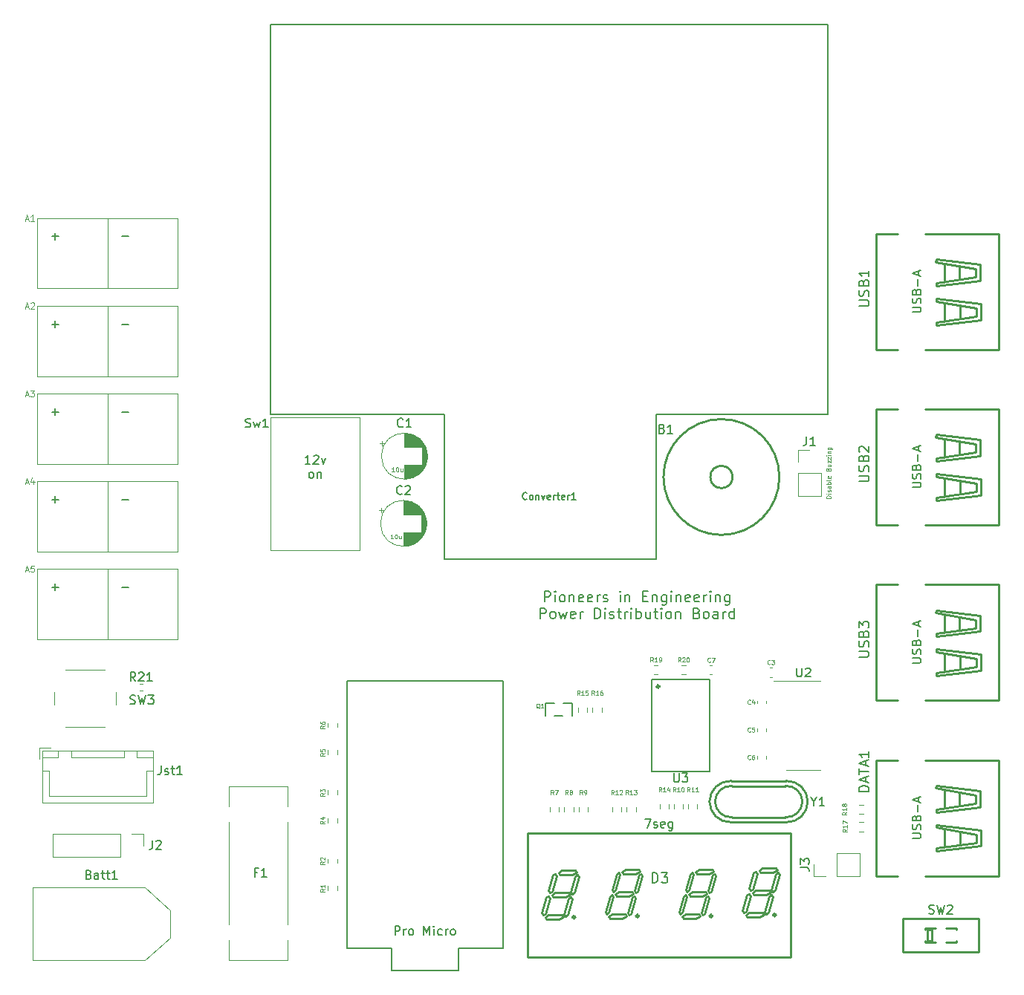
<source format=gbr>
%TF.GenerationSoftware,KiCad,Pcbnew,7.0.7*%
%TF.CreationDate,2024-02-23T22:21:44-08:00*%
%TF.ProjectId,PDB,5044422e-6b69-4636-9164-5f7063625858,rev?*%
%TF.SameCoordinates,Original*%
%TF.FileFunction,Legend,Top*%
%TF.FilePolarity,Positive*%
%FSLAX46Y46*%
G04 Gerber Fmt 4.6, Leading zero omitted, Abs format (unit mm)*
G04 Created by KiCad (PCBNEW 7.0.7) date 2024-02-23 22:21:44*
%MOMM*%
%LPD*%
G01*
G04 APERTURE LIST*
%ADD10C,0.100000*%
%ADD11C,0.200000*%
%ADD12C,0.150000*%
%ADD13C,0.152000*%
%ADD14C,0.120000*%
%ADD15C,0.254000*%
%ADD16C,0.300000*%
%ADD17C,0.127000*%
G04 APERTURE END LIST*
D10*
X150365509Y-51025856D02*
X149865509Y-51025856D01*
X149865509Y-51025856D02*
X149865509Y-50906808D01*
X149865509Y-50906808D02*
X149889319Y-50835380D01*
X149889319Y-50835380D02*
X149936938Y-50787761D01*
X149936938Y-50787761D02*
X149984557Y-50763951D01*
X149984557Y-50763951D02*
X150079795Y-50740142D01*
X150079795Y-50740142D02*
X150151223Y-50740142D01*
X150151223Y-50740142D02*
X150246461Y-50763951D01*
X150246461Y-50763951D02*
X150294080Y-50787761D01*
X150294080Y-50787761D02*
X150341700Y-50835380D01*
X150341700Y-50835380D02*
X150365509Y-50906808D01*
X150365509Y-50906808D02*
X150365509Y-51025856D01*
X150365509Y-50525856D02*
X150032176Y-50525856D01*
X149865509Y-50525856D02*
X149889319Y-50549665D01*
X149889319Y-50549665D02*
X149913128Y-50525856D01*
X149913128Y-50525856D02*
X149889319Y-50502046D01*
X149889319Y-50502046D02*
X149865509Y-50525856D01*
X149865509Y-50525856D02*
X149913128Y-50525856D01*
X150341700Y-50311570D02*
X150365509Y-50263951D01*
X150365509Y-50263951D02*
X150365509Y-50168713D01*
X150365509Y-50168713D02*
X150341700Y-50121094D01*
X150341700Y-50121094D02*
X150294080Y-50097285D01*
X150294080Y-50097285D02*
X150270271Y-50097285D01*
X150270271Y-50097285D02*
X150222652Y-50121094D01*
X150222652Y-50121094D02*
X150198842Y-50168713D01*
X150198842Y-50168713D02*
X150198842Y-50240142D01*
X150198842Y-50240142D02*
X150175033Y-50287761D01*
X150175033Y-50287761D02*
X150127414Y-50311570D01*
X150127414Y-50311570D02*
X150103604Y-50311570D01*
X150103604Y-50311570D02*
X150055985Y-50287761D01*
X150055985Y-50287761D02*
X150032176Y-50240142D01*
X150032176Y-50240142D02*
X150032176Y-50168713D01*
X150032176Y-50168713D02*
X150055985Y-50121094D01*
X150365509Y-49668713D02*
X150103604Y-49668713D01*
X150103604Y-49668713D02*
X150055985Y-49692523D01*
X150055985Y-49692523D02*
X150032176Y-49740142D01*
X150032176Y-49740142D02*
X150032176Y-49835380D01*
X150032176Y-49835380D02*
X150055985Y-49882999D01*
X150341700Y-49668713D02*
X150365509Y-49716332D01*
X150365509Y-49716332D02*
X150365509Y-49835380D01*
X150365509Y-49835380D02*
X150341700Y-49882999D01*
X150341700Y-49882999D02*
X150294080Y-49906808D01*
X150294080Y-49906808D02*
X150246461Y-49906808D01*
X150246461Y-49906808D02*
X150198842Y-49882999D01*
X150198842Y-49882999D02*
X150175033Y-49835380D01*
X150175033Y-49835380D02*
X150175033Y-49716332D01*
X150175033Y-49716332D02*
X150151223Y-49668713D01*
X150365509Y-49430618D02*
X149865509Y-49430618D01*
X150055985Y-49430618D02*
X150032176Y-49382999D01*
X150032176Y-49382999D02*
X150032176Y-49287761D01*
X150032176Y-49287761D02*
X150055985Y-49240142D01*
X150055985Y-49240142D02*
X150079795Y-49216332D01*
X150079795Y-49216332D02*
X150127414Y-49192523D01*
X150127414Y-49192523D02*
X150270271Y-49192523D01*
X150270271Y-49192523D02*
X150317890Y-49216332D01*
X150317890Y-49216332D02*
X150341700Y-49240142D01*
X150341700Y-49240142D02*
X150365509Y-49287761D01*
X150365509Y-49287761D02*
X150365509Y-49382999D01*
X150365509Y-49382999D02*
X150341700Y-49430618D01*
X150365509Y-48906808D02*
X150341700Y-48954427D01*
X150341700Y-48954427D02*
X150294080Y-48978237D01*
X150294080Y-48978237D02*
X149865509Y-48978237D01*
X150341700Y-48525856D02*
X150365509Y-48573475D01*
X150365509Y-48573475D02*
X150365509Y-48668713D01*
X150365509Y-48668713D02*
X150341700Y-48716332D01*
X150341700Y-48716332D02*
X150294080Y-48740141D01*
X150294080Y-48740141D02*
X150103604Y-48740141D01*
X150103604Y-48740141D02*
X150055985Y-48716332D01*
X150055985Y-48716332D02*
X150032176Y-48668713D01*
X150032176Y-48668713D02*
X150032176Y-48573475D01*
X150032176Y-48573475D02*
X150055985Y-48525856D01*
X150055985Y-48525856D02*
X150103604Y-48502046D01*
X150103604Y-48502046D02*
X150151223Y-48502046D01*
X150151223Y-48502046D02*
X150198842Y-48740141D01*
X150103604Y-47740142D02*
X150127414Y-47668714D01*
X150127414Y-47668714D02*
X150151223Y-47644904D01*
X150151223Y-47644904D02*
X150198842Y-47621095D01*
X150198842Y-47621095D02*
X150270271Y-47621095D01*
X150270271Y-47621095D02*
X150317890Y-47644904D01*
X150317890Y-47644904D02*
X150341700Y-47668714D01*
X150341700Y-47668714D02*
X150365509Y-47716333D01*
X150365509Y-47716333D02*
X150365509Y-47906809D01*
X150365509Y-47906809D02*
X149865509Y-47906809D01*
X149865509Y-47906809D02*
X149865509Y-47740142D01*
X149865509Y-47740142D02*
X149889319Y-47692523D01*
X149889319Y-47692523D02*
X149913128Y-47668714D01*
X149913128Y-47668714D02*
X149960747Y-47644904D01*
X149960747Y-47644904D02*
X150008366Y-47644904D01*
X150008366Y-47644904D02*
X150055985Y-47668714D01*
X150055985Y-47668714D02*
X150079795Y-47692523D01*
X150079795Y-47692523D02*
X150103604Y-47740142D01*
X150103604Y-47740142D02*
X150103604Y-47906809D01*
X150032176Y-47192523D02*
X150365509Y-47192523D01*
X150032176Y-47406809D02*
X150294080Y-47406809D01*
X150294080Y-47406809D02*
X150341700Y-47382999D01*
X150341700Y-47382999D02*
X150365509Y-47335380D01*
X150365509Y-47335380D02*
X150365509Y-47263952D01*
X150365509Y-47263952D02*
X150341700Y-47216333D01*
X150341700Y-47216333D02*
X150317890Y-47192523D01*
X150032176Y-47002047D02*
X150032176Y-46740142D01*
X150032176Y-46740142D02*
X150365509Y-47002047D01*
X150365509Y-47002047D02*
X150365509Y-46740142D01*
X150032176Y-46597285D02*
X150032176Y-46335380D01*
X150032176Y-46335380D02*
X150365509Y-46597285D01*
X150365509Y-46597285D02*
X150365509Y-46335380D01*
X150365509Y-46144904D02*
X150032176Y-46144904D01*
X149865509Y-46144904D02*
X149889319Y-46168713D01*
X149889319Y-46168713D02*
X149913128Y-46144904D01*
X149913128Y-46144904D02*
X149889319Y-46121094D01*
X149889319Y-46121094D02*
X149865509Y-46144904D01*
X149865509Y-46144904D02*
X149913128Y-46144904D01*
X150032176Y-45906809D02*
X150365509Y-45906809D01*
X150079795Y-45906809D02*
X150055985Y-45882999D01*
X150055985Y-45882999D02*
X150032176Y-45835380D01*
X150032176Y-45835380D02*
X150032176Y-45763952D01*
X150032176Y-45763952D02*
X150055985Y-45716333D01*
X150055985Y-45716333D02*
X150103604Y-45692523D01*
X150103604Y-45692523D02*
X150365509Y-45692523D01*
X150032176Y-45240142D02*
X150436938Y-45240142D01*
X150436938Y-45240142D02*
X150484557Y-45263952D01*
X150484557Y-45263952D02*
X150508366Y-45287761D01*
X150508366Y-45287761D02*
X150532176Y-45335380D01*
X150532176Y-45335380D02*
X150532176Y-45406809D01*
X150532176Y-45406809D02*
X150508366Y-45454428D01*
X150341700Y-45240142D02*
X150365509Y-45287761D01*
X150365509Y-45287761D02*
X150365509Y-45382999D01*
X150365509Y-45382999D02*
X150341700Y-45430618D01*
X150341700Y-45430618D02*
X150317890Y-45454428D01*
X150317890Y-45454428D02*
X150270271Y-45478237D01*
X150270271Y-45478237D02*
X150127414Y-45478237D01*
X150127414Y-45478237D02*
X150079795Y-45454428D01*
X150079795Y-45454428D02*
X150055985Y-45430618D01*
X150055985Y-45430618D02*
X150032176Y-45382999D01*
X150032176Y-45382999D02*
X150032176Y-45287761D01*
X150032176Y-45287761D02*
X150055985Y-45240142D01*
X100668972Y-48003509D02*
X100383258Y-48003509D01*
X100526115Y-48003509D02*
X100526115Y-47503509D01*
X100526115Y-47503509D02*
X100478496Y-47574938D01*
X100478496Y-47574938D02*
X100430877Y-47622557D01*
X100430877Y-47622557D02*
X100383258Y-47646366D01*
X100978495Y-47503509D02*
X101026114Y-47503509D01*
X101026114Y-47503509D02*
X101073733Y-47527319D01*
X101073733Y-47527319D02*
X101097543Y-47551128D01*
X101097543Y-47551128D02*
X101121352Y-47598747D01*
X101121352Y-47598747D02*
X101145162Y-47693985D01*
X101145162Y-47693985D02*
X101145162Y-47813033D01*
X101145162Y-47813033D02*
X101121352Y-47908271D01*
X101121352Y-47908271D02*
X101097543Y-47955890D01*
X101097543Y-47955890D02*
X101073733Y-47979700D01*
X101073733Y-47979700D02*
X101026114Y-48003509D01*
X101026114Y-48003509D02*
X100978495Y-48003509D01*
X100978495Y-48003509D02*
X100930876Y-47979700D01*
X100930876Y-47979700D02*
X100907067Y-47955890D01*
X100907067Y-47955890D02*
X100883257Y-47908271D01*
X100883257Y-47908271D02*
X100859448Y-47813033D01*
X100859448Y-47813033D02*
X100859448Y-47693985D01*
X100859448Y-47693985D02*
X100883257Y-47598747D01*
X100883257Y-47598747D02*
X100907067Y-47551128D01*
X100907067Y-47551128D02*
X100930876Y-47527319D01*
X100930876Y-47527319D02*
X100978495Y-47503509D01*
X101573733Y-47670176D02*
X101573733Y-48003509D01*
X101359447Y-47670176D02*
X101359447Y-47932080D01*
X101359447Y-47932080D02*
X101383257Y-47979700D01*
X101383257Y-47979700D02*
X101430876Y-48003509D01*
X101430876Y-48003509D02*
X101502304Y-48003509D01*
X101502304Y-48003509D02*
X101549923Y-47979700D01*
X101549923Y-47979700D02*
X101573733Y-47955890D01*
X100516572Y-55648909D02*
X100230858Y-55648909D01*
X100373715Y-55648909D02*
X100373715Y-55148909D01*
X100373715Y-55148909D02*
X100326096Y-55220338D01*
X100326096Y-55220338D02*
X100278477Y-55267957D01*
X100278477Y-55267957D02*
X100230858Y-55291766D01*
X100826095Y-55148909D02*
X100873714Y-55148909D01*
X100873714Y-55148909D02*
X100921333Y-55172719D01*
X100921333Y-55172719D02*
X100945143Y-55196528D01*
X100945143Y-55196528D02*
X100968952Y-55244147D01*
X100968952Y-55244147D02*
X100992762Y-55339385D01*
X100992762Y-55339385D02*
X100992762Y-55458433D01*
X100992762Y-55458433D02*
X100968952Y-55553671D01*
X100968952Y-55553671D02*
X100945143Y-55601290D01*
X100945143Y-55601290D02*
X100921333Y-55625100D01*
X100921333Y-55625100D02*
X100873714Y-55648909D01*
X100873714Y-55648909D02*
X100826095Y-55648909D01*
X100826095Y-55648909D02*
X100778476Y-55625100D01*
X100778476Y-55625100D02*
X100754667Y-55601290D01*
X100754667Y-55601290D02*
X100730857Y-55553671D01*
X100730857Y-55553671D02*
X100707048Y-55458433D01*
X100707048Y-55458433D02*
X100707048Y-55339385D01*
X100707048Y-55339385D02*
X100730857Y-55244147D01*
X100730857Y-55244147D02*
X100754667Y-55196528D01*
X100754667Y-55196528D02*
X100778476Y-55172719D01*
X100778476Y-55172719D02*
X100826095Y-55148909D01*
X101421333Y-55315576D02*
X101421333Y-55648909D01*
X101207047Y-55315576D02*
X101207047Y-55577480D01*
X101207047Y-55577480D02*
X101230857Y-55625100D01*
X101230857Y-55625100D02*
X101278476Y-55648909D01*
X101278476Y-55648909D02*
X101349904Y-55648909D01*
X101349904Y-55648909D02*
X101397523Y-55625100D01*
X101397523Y-55625100D02*
X101421333Y-55601290D01*
D11*
X117757144Y-62828742D02*
X117757144Y-61628742D01*
X117757144Y-61628742D02*
X118214287Y-61628742D01*
X118214287Y-61628742D02*
X118328572Y-61685885D01*
X118328572Y-61685885D02*
X118385715Y-61743028D01*
X118385715Y-61743028D02*
X118442858Y-61857314D01*
X118442858Y-61857314D02*
X118442858Y-62028742D01*
X118442858Y-62028742D02*
X118385715Y-62143028D01*
X118385715Y-62143028D02*
X118328572Y-62200171D01*
X118328572Y-62200171D02*
X118214287Y-62257314D01*
X118214287Y-62257314D02*
X117757144Y-62257314D01*
X118957144Y-62828742D02*
X118957144Y-62028742D01*
X118957144Y-61628742D02*
X118900001Y-61685885D01*
X118900001Y-61685885D02*
X118957144Y-61743028D01*
X118957144Y-61743028D02*
X119014287Y-61685885D01*
X119014287Y-61685885D02*
X118957144Y-61628742D01*
X118957144Y-61628742D02*
X118957144Y-61743028D01*
X119700001Y-62828742D02*
X119585716Y-62771600D01*
X119585716Y-62771600D02*
X119528573Y-62714457D01*
X119528573Y-62714457D02*
X119471430Y-62600171D01*
X119471430Y-62600171D02*
X119471430Y-62257314D01*
X119471430Y-62257314D02*
X119528573Y-62143028D01*
X119528573Y-62143028D02*
X119585716Y-62085885D01*
X119585716Y-62085885D02*
X119700001Y-62028742D01*
X119700001Y-62028742D02*
X119871430Y-62028742D01*
X119871430Y-62028742D02*
X119985716Y-62085885D01*
X119985716Y-62085885D02*
X120042859Y-62143028D01*
X120042859Y-62143028D02*
X120100001Y-62257314D01*
X120100001Y-62257314D02*
X120100001Y-62600171D01*
X120100001Y-62600171D02*
X120042859Y-62714457D01*
X120042859Y-62714457D02*
X119985716Y-62771600D01*
X119985716Y-62771600D02*
X119871430Y-62828742D01*
X119871430Y-62828742D02*
X119700001Y-62828742D01*
X120614287Y-62028742D02*
X120614287Y-62828742D01*
X120614287Y-62143028D02*
X120671430Y-62085885D01*
X120671430Y-62085885D02*
X120785715Y-62028742D01*
X120785715Y-62028742D02*
X120957144Y-62028742D01*
X120957144Y-62028742D02*
X121071430Y-62085885D01*
X121071430Y-62085885D02*
X121128573Y-62200171D01*
X121128573Y-62200171D02*
X121128573Y-62828742D01*
X122157144Y-62771600D02*
X122042858Y-62828742D01*
X122042858Y-62828742D02*
X121814287Y-62828742D01*
X121814287Y-62828742D02*
X121700001Y-62771600D01*
X121700001Y-62771600D02*
X121642858Y-62657314D01*
X121642858Y-62657314D02*
X121642858Y-62200171D01*
X121642858Y-62200171D02*
X121700001Y-62085885D01*
X121700001Y-62085885D02*
X121814287Y-62028742D01*
X121814287Y-62028742D02*
X122042858Y-62028742D01*
X122042858Y-62028742D02*
X122157144Y-62085885D01*
X122157144Y-62085885D02*
X122214287Y-62200171D01*
X122214287Y-62200171D02*
X122214287Y-62314457D01*
X122214287Y-62314457D02*
X121642858Y-62428742D01*
X123185715Y-62771600D02*
X123071429Y-62828742D01*
X123071429Y-62828742D02*
X122842858Y-62828742D01*
X122842858Y-62828742D02*
X122728572Y-62771600D01*
X122728572Y-62771600D02*
X122671429Y-62657314D01*
X122671429Y-62657314D02*
X122671429Y-62200171D01*
X122671429Y-62200171D02*
X122728572Y-62085885D01*
X122728572Y-62085885D02*
X122842858Y-62028742D01*
X122842858Y-62028742D02*
X123071429Y-62028742D01*
X123071429Y-62028742D02*
X123185715Y-62085885D01*
X123185715Y-62085885D02*
X123242858Y-62200171D01*
X123242858Y-62200171D02*
X123242858Y-62314457D01*
X123242858Y-62314457D02*
X122671429Y-62428742D01*
X123757143Y-62828742D02*
X123757143Y-62028742D01*
X123757143Y-62257314D02*
X123814286Y-62143028D01*
X123814286Y-62143028D02*
X123871429Y-62085885D01*
X123871429Y-62085885D02*
X123985714Y-62028742D01*
X123985714Y-62028742D02*
X124100000Y-62028742D01*
X124442857Y-62771600D02*
X124557143Y-62828742D01*
X124557143Y-62828742D02*
X124785714Y-62828742D01*
X124785714Y-62828742D02*
X124900000Y-62771600D01*
X124900000Y-62771600D02*
X124957143Y-62657314D01*
X124957143Y-62657314D02*
X124957143Y-62600171D01*
X124957143Y-62600171D02*
X124900000Y-62485885D01*
X124900000Y-62485885D02*
X124785714Y-62428742D01*
X124785714Y-62428742D02*
X124614286Y-62428742D01*
X124614286Y-62428742D02*
X124500000Y-62371600D01*
X124500000Y-62371600D02*
X124442857Y-62257314D01*
X124442857Y-62257314D02*
X124442857Y-62200171D01*
X124442857Y-62200171D02*
X124500000Y-62085885D01*
X124500000Y-62085885D02*
X124614286Y-62028742D01*
X124614286Y-62028742D02*
X124785714Y-62028742D01*
X124785714Y-62028742D02*
X124900000Y-62085885D01*
X126385715Y-62828742D02*
X126385715Y-62028742D01*
X126385715Y-61628742D02*
X126328572Y-61685885D01*
X126328572Y-61685885D02*
X126385715Y-61743028D01*
X126385715Y-61743028D02*
X126442858Y-61685885D01*
X126442858Y-61685885D02*
X126385715Y-61628742D01*
X126385715Y-61628742D02*
X126385715Y-61743028D01*
X126957144Y-62028742D02*
X126957144Y-62828742D01*
X126957144Y-62143028D02*
X127014287Y-62085885D01*
X127014287Y-62085885D02*
X127128572Y-62028742D01*
X127128572Y-62028742D02*
X127300001Y-62028742D01*
X127300001Y-62028742D02*
X127414287Y-62085885D01*
X127414287Y-62085885D02*
X127471430Y-62200171D01*
X127471430Y-62200171D02*
X127471430Y-62828742D01*
X128957144Y-62200171D02*
X129357144Y-62200171D01*
X129528572Y-62828742D02*
X128957144Y-62828742D01*
X128957144Y-62828742D02*
X128957144Y-61628742D01*
X128957144Y-61628742D02*
X129528572Y-61628742D01*
X130042858Y-62028742D02*
X130042858Y-62828742D01*
X130042858Y-62143028D02*
X130100001Y-62085885D01*
X130100001Y-62085885D02*
X130214286Y-62028742D01*
X130214286Y-62028742D02*
X130385715Y-62028742D01*
X130385715Y-62028742D02*
X130500001Y-62085885D01*
X130500001Y-62085885D02*
X130557144Y-62200171D01*
X130557144Y-62200171D02*
X130557144Y-62828742D01*
X131642858Y-62028742D02*
X131642858Y-63000171D01*
X131642858Y-63000171D02*
X131585715Y-63114457D01*
X131585715Y-63114457D02*
X131528572Y-63171600D01*
X131528572Y-63171600D02*
X131414286Y-63228742D01*
X131414286Y-63228742D02*
X131242858Y-63228742D01*
X131242858Y-63228742D02*
X131128572Y-63171600D01*
X131642858Y-62771600D02*
X131528572Y-62828742D01*
X131528572Y-62828742D02*
X131300000Y-62828742D01*
X131300000Y-62828742D02*
X131185715Y-62771600D01*
X131185715Y-62771600D02*
X131128572Y-62714457D01*
X131128572Y-62714457D02*
X131071429Y-62600171D01*
X131071429Y-62600171D02*
X131071429Y-62257314D01*
X131071429Y-62257314D02*
X131128572Y-62143028D01*
X131128572Y-62143028D02*
X131185715Y-62085885D01*
X131185715Y-62085885D02*
X131300000Y-62028742D01*
X131300000Y-62028742D02*
X131528572Y-62028742D01*
X131528572Y-62028742D02*
X131642858Y-62085885D01*
X132214286Y-62828742D02*
X132214286Y-62028742D01*
X132214286Y-61628742D02*
X132157143Y-61685885D01*
X132157143Y-61685885D02*
X132214286Y-61743028D01*
X132214286Y-61743028D02*
X132271429Y-61685885D01*
X132271429Y-61685885D02*
X132214286Y-61628742D01*
X132214286Y-61628742D02*
X132214286Y-61743028D01*
X132785715Y-62028742D02*
X132785715Y-62828742D01*
X132785715Y-62143028D02*
X132842858Y-62085885D01*
X132842858Y-62085885D02*
X132957143Y-62028742D01*
X132957143Y-62028742D02*
X133128572Y-62028742D01*
X133128572Y-62028742D02*
X133242858Y-62085885D01*
X133242858Y-62085885D02*
X133300001Y-62200171D01*
X133300001Y-62200171D02*
X133300001Y-62828742D01*
X134328572Y-62771600D02*
X134214286Y-62828742D01*
X134214286Y-62828742D02*
X133985715Y-62828742D01*
X133985715Y-62828742D02*
X133871429Y-62771600D01*
X133871429Y-62771600D02*
X133814286Y-62657314D01*
X133814286Y-62657314D02*
X133814286Y-62200171D01*
X133814286Y-62200171D02*
X133871429Y-62085885D01*
X133871429Y-62085885D02*
X133985715Y-62028742D01*
X133985715Y-62028742D02*
X134214286Y-62028742D01*
X134214286Y-62028742D02*
X134328572Y-62085885D01*
X134328572Y-62085885D02*
X134385715Y-62200171D01*
X134385715Y-62200171D02*
X134385715Y-62314457D01*
X134385715Y-62314457D02*
X133814286Y-62428742D01*
X135357143Y-62771600D02*
X135242857Y-62828742D01*
X135242857Y-62828742D02*
X135014286Y-62828742D01*
X135014286Y-62828742D02*
X134900000Y-62771600D01*
X134900000Y-62771600D02*
X134842857Y-62657314D01*
X134842857Y-62657314D02*
X134842857Y-62200171D01*
X134842857Y-62200171D02*
X134900000Y-62085885D01*
X134900000Y-62085885D02*
X135014286Y-62028742D01*
X135014286Y-62028742D02*
X135242857Y-62028742D01*
X135242857Y-62028742D02*
X135357143Y-62085885D01*
X135357143Y-62085885D02*
X135414286Y-62200171D01*
X135414286Y-62200171D02*
X135414286Y-62314457D01*
X135414286Y-62314457D02*
X134842857Y-62428742D01*
X135928571Y-62828742D02*
X135928571Y-62028742D01*
X135928571Y-62257314D02*
X135985714Y-62143028D01*
X135985714Y-62143028D02*
X136042857Y-62085885D01*
X136042857Y-62085885D02*
X136157142Y-62028742D01*
X136157142Y-62028742D02*
X136271428Y-62028742D01*
X136671428Y-62828742D02*
X136671428Y-62028742D01*
X136671428Y-61628742D02*
X136614285Y-61685885D01*
X136614285Y-61685885D02*
X136671428Y-61743028D01*
X136671428Y-61743028D02*
X136728571Y-61685885D01*
X136728571Y-61685885D02*
X136671428Y-61628742D01*
X136671428Y-61628742D02*
X136671428Y-61743028D01*
X137242857Y-62028742D02*
X137242857Y-62828742D01*
X137242857Y-62143028D02*
X137300000Y-62085885D01*
X137300000Y-62085885D02*
X137414285Y-62028742D01*
X137414285Y-62028742D02*
X137585714Y-62028742D01*
X137585714Y-62028742D02*
X137700000Y-62085885D01*
X137700000Y-62085885D02*
X137757143Y-62200171D01*
X137757143Y-62200171D02*
X137757143Y-62828742D01*
X138842857Y-62028742D02*
X138842857Y-63000171D01*
X138842857Y-63000171D02*
X138785714Y-63114457D01*
X138785714Y-63114457D02*
X138728571Y-63171600D01*
X138728571Y-63171600D02*
X138614285Y-63228742D01*
X138614285Y-63228742D02*
X138442857Y-63228742D01*
X138442857Y-63228742D02*
X138328571Y-63171600D01*
X138842857Y-62771600D02*
X138728571Y-62828742D01*
X138728571Y-62828742D02*
X138499999Y-62828742D01*
X138499999Y-62828742D02*
X138385714Y-62771600D01*
X138385714Y-62771600D02*
X138328571Y-62714457D01*
X138328571Y-62714457D02*
X138271428Y-62600171D01*
X138271428Y-62600171D02*
X138271428Y-62257314D01*
X138271428Y-62257314D02*
X138328571Y-62143028D01*
X138328571Y-62143028D02*
X138385714Y-62085885D01*
X138385714Y-62085885D02*
X138499999Y-62028742D01*
X138499999Y-62028742D02*
X138728571Y-62028742D01*
X138728571Y-62028742D02*
X138842857Y-62085885D01*
X117242858Y-64760742D02*
X117242858Y-63560742D01*
X117242858Y-63560742D02*
X117700001Y-63560742D01*
X117700001Y-63560742D02*
X117814286Y-63617885D01*
X117814286Y-63617885D02*
X117871429Y-63675028D01*
X117871429Y-63675028D02*
X117928572Y-63789314D01*
X117928572Y-63789314D02*
X117928572Y-63960742D01*
X117928572Y-63960742D02*
X117871429Y-64075028D01*
X117871429Y-64075028D02*
X117814286Y-64132171D01*
X117814286Y-64132171D02*
X117700001Y-64189314D01*
X117700001Y-64189314D02*
X117242858Y-64189314D01*
X118614286Y-64760742D02*
X118500001Y-64703600D01*
X118500001Y-64703600D02*
X118442858Y-64646457D01*
X118442858Y-64646457D02*
X118385715Y-64532171D01*
X118385715Y-64532171D02*
X118385715Y-64189314D01*
X118385715Y-64189314D02*
X118442858Y-64075028D01*
X118442858Y-64075028D02*
X118500001Y-64017885D01*
X118500001Y-64017885D02*
X118614286Y-63960742D01*
X118614286Y-63960742D02*
X118785715Y-63960742D01*
X118785715Y-63960742D02*
X118900001Y-64017885D01*
X118900001Y-64017885D02*
X118957144Y-64075028D01*
X118957144Y-64075028D02*
X119014286Y-64189314D01*
X119014286Y-64189314D02*
X119014286Y-64532171D01*
X119014286Y-64532171D02*
X118957144Y-64646457D01*
X118957144Y-64646457D02*
X118900001Y-64703600D01*
X118900001Y-64703600D02*
X118785715Y-64760742D01*
X118785715Y-64760742D02*
X118614286Y-64760742D01*
X119414286Y-63960742D02*
X119642858Y-64760742D01*
X119642858Y-64760742D02*
X119871429Y-64189314D01*
X119871429Y-64189314D02*
X120100000Y-64760742D01*
X120100000Y-64760742D02*
X120328572Y-63960742D01*
X121242858Y-64703600D02*
X121128572Y-64760742D01*
X121128572Y-64760742D02*
X120900001Y-64760742D01*
X120900001Y-64760742D02*
X120785715Y-64703600D01*
X120785715Y-64703600D02*
X120728572Y-64589314D01*
X120728572Y-64589314D02*
X120728572Y-64132171D01*
X120728572Y-64132171D02*
X120785715Y-64017885D01*
X120785715Y-64017885D02*
X120900001Y-63960742D01*
X120900001Y-63960742D02*
X121128572Y-63960742D01*
X121128572Y-63960742D02*
X121242858Y-64017885D01*
X121242858Y-64017885D02*
X121300001Y-64132171D01*
X121300001Y-64132171D02*
X121300001Y-64246457D01*
X121300001Y-64246457D02*
X120728572Y-64360742D01*
X121814286Y-64760742D02*
X121814286Y-63960742D01*
X121814286Y-64189314D02*
X121871429Y-64075028D01*
X121871429Y-64075028D02*
X121928572Y-64017885D01*
X121928572Y-64017885D02*
X122042857Y-63960742D01*
X122042857Y-63960742D02*
X122157143Y-63960742D01*
X123471429Y-64760742D02*
X123471429Y-63560742D01*
X123471429Y-63560742D02*
X123757143Y-63560742D01*
X123757143Y-63560742D02*
X123928572Y-63617885D01*
X123928572Y-63617885D02*
X124042857Y-63732171D01*
X124042857Y-63732171D02*
X124100000Y-63846457D01*
X124100000Y-63846457D02*
X124157143Y-64075028D01*
X124157143Y-64075028D02*
X124157143Y-64246457D01*
X124157143Y-64246457D02*
X124100000Y-64475028D01*
X124100000Y-64475028D02*
X124042857Y-64589314D01*
X124042857Y-64589314D02*
X123928572Y-64703600D01*
X123928572Y-64703600D02*
X123757143Y-64760742D01*
X123757143Y-64760742D02*
X123471429Y-64760742D01*
X124671429Y-64760742D02*
X124671429Y-63960742D01*
X124671429Y-63560742D02*
X124614286Y-63617885D01*
X124614286Y-63617885D02*
X124671429Y-63675028D01*
X124671429Y-63675028D02*
X124728572Y-63617885D01*
X124728572Y-63617885D02*
X124671429Y-63560742D01*
X124671429Y-63560742D02*
X124671429Y-63675028D01*
X125185715Y-64703600D02*
X125300001Y-64760742D01*
X125300001Y-64760742D02*
X125528572Y-64760742D01*
X125528572Y-64760742D02*
X125642858Y-64703600D01*
X125642858Y-64703600D02*
X125700001Y-64589314D01*
X125700001Y-64589314D02*
X125700001Y-64532171D01*
X125700001Y-64532171D02*
X125642858Y-64417885D01*
X125642858Y-64417885D02*
X125528572Y-64360742D01*
X125528572Y-64360742D02*
X125357144Y-64360742D01*
X125357144Y-64360742D02*
X125242858Y-64303600D01*
X125242858Y-64303600D02*
X125185715Y-64189314D01*
X125185715Y-64189314D02*
X125185715Y-64132171D01*
X125185715Y-64132171D02*
X125242858Y-64017885D01*
X125242858Y-64017885D02*
X125357144Y-63960742D01*
X125357144Y-63960742D02*
X125528572Y-63960742D01*
X125528572Y-63960742D02*
X125642858Y-64017885D01*
X126042858Y-63960742D02*
X126500001Y-63960742D01*
X126214287Y-63560742D02*
X126214287Y-64589314D01*
X126214287Y-64589314D02*
X126271430Y-64703600D01*
X126271430Y-64703600D02*
X126385715Y-64760742D01*
X126385715Y-64760742D02*
X126500001Y-64760742D01*
X126900001Y-64760742D02*
X126900001Y-63960742D01*
X126900001Y-64189314D02*
X126957144Y-64075028D01*
X126957144Y-64075028D02*
X127014287Y-64017885D01*
X127014287Y-64017885D02*
X127128572Y-63960742D01*
X127128572Y-63960742D02*
X127242858Y-63960742D01*
X127642858Y-64760742D02*
X127642858Y-63960742D01*
X127642858Y-63560742D02*
X127585715Y-63617885D01*
X127585715Y-63617885D02*
X127642858Y-63675028D01*
X127642858Y-63675028D02*
X127700001Y-63617885D01*
X127700001Y-63617885D02*
X127642858Y-63560742D01*
X127642858Y-63560742D02*
X127642858Y-63675028D01*
X128214287Y-64760742D02*
X128214287Y-63560742D01*
X128214287Y-64017885D02*
X128328573Y-63960742D01*
X128328573Y-63960742D02*
X128557144Y-63960742D01*
X128557144Y-63960742D02*
X128671430Y-64017885D01*
X128671430Y-64017885D02*
X128728573Y-64075028D01*
X128728573Y-64075028D02*
X128785715Y-64189314D01*
X128785715Y-64189314D02*
X128785715Y-64532171D01*
X128785715Y-64532171D02*
X128728573Y-64646457D01*
X128728573Y-64646457D02*
X128671430Y-64703600D01*
X128671430Y-64703600D02*
X128557144Y-64760742D01*
X128557144Y-64760742D02*
X128328573Y-64760742D01*
X128328573Y-64760742D02*
X128214287Y-64703600D01*
X129814287Y-63960742D02*
X129814287Y-64760742D01*
X129300001Y-63960742D02*
X129300001Y-64589314D01*
X129300001Y-64589314D02*
X129357144Y-64703600D01*
X129357144Y-64703600D02*
X129471429Y-64760742D01*
X129471429Y-64760742D02*
X129642858Y-64760742D01*
X129642858Y-64760742D02*
X129757144Y-64703600D01*
X129757144Y-64703600D02*
X129814287Y-64646457D01*
X130214286Y-63960742D02*
X130671429Y-63960742D01*
X130385715Y-63560742D02*
X130385715Y-64589314D01*
X130385715Y-64589314D02*
X130442858Y-64703600D01*
X130442858Y-64703600D02*
X130557143Y-64760742D01*
X130557143Y-64760742D02*
X130671429Y-64760742D01*
X131071429Y-64760742D02*
X131071429Y-63960742D01*
X131071429Y-63560742D02*
X131014286Y-63617885D01*
X131014286Y-63617885D02*
X131071429Y-63675028D01*
X131071429Y-63675028D02*
X131128572Y-63617885D01*
X131128572Y-63617885D02*
X131071429Y-63560742D01*
X131071429Y-63560742D02*
X131071429Y-63675028D01*
X131814286Y-64760742D02*
X131700001Y-64703600D01*
X131700001Y-64703600D02*
X131642858Y-64646457D01*
X131642858Y-64646457D02*
X131585715Y-64532171D01*
X131585715Y-64532171D02*
X131585715Y-64189314D01*
X131585715Y-64189314D02*
X131642858Y-64075028D01*
X131642858Y-64075028D02*
X131700001Y-64017885D01*
X131700001Y-64017885D02*
X131814286Y-63960742D01*
X131814286Y-63960742D02*
X131985715Y-63960742D01*
X131985715Y-63960742D02*
X132100001Y-64017885D01*
X132100001Y-64017885D02*
X132157144Y-64075028D01*
X132157144Y-64075028D02*
X132214286Y-64189314D01*
X132214286Y-64189314D02*
X132214286Y-64532171D01*
X132214286Y-64532171D02*
X132157144Y-64646457D01*
X132157144Y-64646457D02*
X132100001Y-64703600D01*
X132100001Y-64703600D02*
X131985715Y-64760742D01*
X131985715Y-64760742D02*
X131814286Y-64760742D01*
X132728572Y-63960742D02*
X132728572Y-64760742D01*
X132728572Y-64075028D02*
X132785715Y-64017885D01*
X132785715Y-64017885D02*
X132900000Y-63960742D01*
X132900000Y-63960742D02*
X133071429Y-63960742D01*
X133071429Y-63960742D02*
X133185715Y-64017885D01*
X133185715Y-64017885D02*
X133242858Y-64132171D01*
X133242858Y-64132171D02*
X133242858Y-64760742D01*
X135128572Y-64132171D02*
X135300000Y-64189314D01*
X135300000Y-64189314D02*
X135357143Y-64246457D01*
X135357143Y-64246457D02*
X135414286Y-64360742D01*
X135414286Y-64360742D02*
X135414286Y-64532171D01*
X135414286Y-64532171D02*
X135357143Y-64646457D01*
X135357143Y-64646457D02*
X135300000Y-64703600D01*
X135300000Y-64703600D02*
X135185715Y-64760742D01*
X135185715Y-64760742D02*
X134728572Y-64760742D01*
X134728572Y-64760742D02*
X134728572Y-63560742D01*
X134728572Y-63560742D02*
X135128572Y-63560742D01*
X135128572Y-63560742D02*
X135242858Y-63617885D01*
X135242858Y-63617885D02*
X135300000Y-63675028D01*
X135300000Y-63675028D02*
X135357143Y-63789314D01*
X135357143Y-63789314D02*
X135357143Y-63903600D01*
X135357143Y-63903600D02*
X135300000Y-64017885D01*
X135300000Y-64017885D02*
X135242858Y-64075028D01*
X135242858Y-64075028D02*
X135128572Y-64132171D01*
X135128572Y-64132171D02*
X134728572Y-64132171D01*
X136100000Y-64760742D02*
X135985715Y-64703600D01*
X135985715Y-64703600D02*
X135928572Y-64646457D01*
X135928572Y-64646457D02*
X135871429Y-64532171D01*
X135871429Y-64532171D02*
X135871429Y-64189314D01*
X135871429Y-64189314D02*
X135928572Y-64075028D01*
X135928572Y-64075028D02*
X135985715Y-64017885D01*
X135985715Y-64017885D02*
X136100000Y-63960742D01*
X136100000Y-63960742D02*
X136271429Y-63960742D01*
X136271429Y-63960742D02*
X136385715Y-64017885D01*
X136385715Y-64017885D02*
X136442858Y-64075028D01*
X136442858Y-64075028D02*
X136500000Y-64189314D01*
X136500000Y-64189314D02*
X136500000Y-64532171D01*
X136500000Y-64532171D02*
X136442858Y-64646457D01*
X136442858Y-64646457D02*
X136385715Y-64703600D01*
X136385715Y-64703600D02*
X136271429Y-64760742D01*
X136271429Y-64760742D02*
X136100000Y-64760742D01*
X137528572Y-64760742D02*
X137528572Y-64132171D01*
X137528572Y-64132171D02*
X137471429Y-64017885D01*
X137471429Y-64017885D02*
X137357143Y-63960742D01*
X137357143Y-63960742D02*
X137128572Y-63960742D01*
X137128572Y-63960742D02*
X137014286Y-64017885D01*
X137528572Y-64703600D02*
X137414286Y-64760742D01*
X137414286Y-64760742D02*
X137128572Y-64760742D01*
X137128572Y-64760742D02*
X137014286Y-64703600D01*
X137014286Y-64703600D02*
X136957143Y-64589314D01*
X136957143Y-64589314D02*
X136957143Y-64475028D01*
X136957143Y-64475028D02*
X137014286Y-64360742D01*
X137014286Y-64360742D02*
X137128572Y-64303600D01*
X137128572Y-64303600D02*
X137414286Y-64303600D01*
X137414286Y-64303600D02*
X137528572Y-64246457D01*
X138100000Y-64760742D02*
X138100000Y-63960742D01*
X138100000Y-64189314D02*
X138157143Y-64075028D01*
X138157143Y-64075028D02*
X138214286Y-64017885D01*
X138214286Y-64017885D02*
X138328571Y-63960742D01*
X138328571Y-63960742D02*
X138442857Y-63960742D01*
X139357143Y-64760742D02*
X139357143Y-63560742D01*
X139357143Y-64703600D02*
X139242857Y-64760742D01*
X139242857Y-64760742D02*
X139014285Y-64760742D01*
X139014285Y-64760742D02*
X138900000Y-64703600D01*
X138900000Y-64703600D02*
X138842857Y-64646457D01*
X138842857Y-64646457D02*
X138785714Y-64532171D01*
X138785714Y-64532171D02*
X138785714Y-64189314D01*
X138785714Y-64189314D02*
X138842857Y-64075028D01*
X138842857Y-64075028D02*
X138900000Y-64017885D01*
X138900000Y-64017885D02*
X139014285Y-63960742D01*
X139014285Y-63960742D02*
X139242857Y-63960742D01*
X139242857Y-63960742D02*
X139357143Y-64017885D01*
D12*
X100735238Y-100835619D02*
X100735238Y-99835619D01*
X100735238Y-99835619D02*
X101116190Y-99835619D01*
X101116190Y-99835619D02*
X101211428Y-99883238D01*
X101211428Y-99883238D02*
X101259047Y-99930857D01*
X101259047Y-99930857D02*
X101306666Y-100026095D01*
X101306666Y-100026095D02*
X101306666Y-100168952D01*
X101306666Y-100168952D02*
X101259047Y-100264190D01*
X101259047Y-100264190D02*
X101211428Y-100311809D01*
X101211428Y-100311809D02*
X101116190Y-100359428D01*
X101116190Y-100359428D02*
X100735238Y-100359428D01*
X101735238Y-100835619D02*
X101735238Y-100168952D01*
X101735238Y-100359428D02*
X101782857Y-100264190D01*
X101782857Y-100264190D02*
X101830476Y-100216571D01*
X101830476Y-100216571D02*
X101925714Y-100168952D01*
X101925714Y-100168952D02*
X102020952Y-100168952D01*
X102497143Y-100835619D02*
X102401905Y-100788000D01*
X102401905Y-100788000D02*
X102354286Y-100740380D01*
X102354286Y-100740380D02*
X102306667Y-100645142D01*
X102306667Y-100645142D02*
X102306667Y-100359428D01*
X102306667Y-100359428D02*
X102354286Y-100264190D01*
X102354286Y-100264190D02*
X102401905Y-100216571D01*
X102401905Y-100216571D02*
X102497143Y-100168952D01*
X102497143Y-100168952D02*
X102640000Y-100168952D01*
X102640000Y-100168952D02*
X102735238Y-100216571D01*
X102735238Y-100216571D02*
X102782857Y-100264190D01*
X102782857Y-100264190D02*
X102830476Y-100359428D01*
X102830476Y-100359428D02*
X102830476Y-100645142D01*
X102830476Y-100645142D02*
X102782857Y-100740380D01*
X102782857Y-100740380D02*
X102735238Y-100788000D01*
X102735238Y-100788000D02*
X102640000Y-100835619D01*
X102640000Y-100835619D02*
X102497143Y-100835619D01*
X104020953Y-100835619D02*
X104020953Y-99835619D01*
X104020953Y-99835619D02*
X104354286Y-100549904D01*
X104354286Y-100549904D02*
X104687619Y-99835619D01*
X104687619Y-99835619D02*
X104687619Y-100835619D01*
X105163810Y-100835619D02*
X105163810Y-100168952D01*
X105163810Y-99835619D02*
X105116191Y-99883238D01*
X105116191Y-99883238D02*
X105163810Y-99930857D01*
X105163810Y-99930857D02*
X105211429Y-99883238D01*
X105211429Y-99883238D02*
X105163810Y-99835619D01*
X105163810Y-99835619D02*
X105163810Y-99930857D01*
X106068571Y-100788000D02*
X105973333Y-100835619D01*
X105973333Y-100835619D02*
X105782857Y-100835619D01*
X105782857Y-100835619D02*
X105687619Y-100788000D01*
X105687619Y-100788000D02*
X105640000Y-100740380D01*
X105640000Y-100740380D02*
X105592381Y-100645142D01*
X105592381Y-100645142D02*
X105592381Y-100359428D01*
X105592381Y-100359428D02*
X105640000Y-100264190D01*
X105640000Y-100264190D02*
X105687619Y-100216571D01*
X105687619Y-100216571D02*
X105782857Y-100168952D01*
X105782857Y-100168952D02*
X105973333Y-100168952D01*
X105973333Y-100168952D02*
X106068571Y-100216571D01*
X106497143Y-100835619D02*
X106497143Y-100168952D01*
X106497143Y-100359428D02*
X106544762Y-100264190D01*
X106544762Y-100264190D02*
X106592381Y-100216571D01*
X106592381Y-100216571D02*
X106687619Y-100168952D01*
X106687619Y-100168952D02*
X106782857Y-100168952D01*
X107259048Y-100835619D02*
X107163810Y-100788000D01*
X107163810Y-100788000D02*
X107116191Y-100740380D01*
X107116191Y-100740380D02*
X107068572Y-100645142D01*
X107068572Y-100645142D02*
X107068572Y-100359428D01*
X107068572Y-100359428D02*
X107116191Y-100264190D01*
X107116191Y-100264190D02*
X107163810Y-100216571D01*
X107163810Y-100216571D02*
X107259048Y-100168952D01*
X107259048Y-100168952D02*
X107401905Y-100168952D01*
X107401905Y-100168952D02*
X107497143Y-100216571D01*
X107497143Y-100216571D02*
X107544762Y-100264190D01*
X107544762Y-100264190D02*
X107592381Y-100359428D01*
X107592381Y-100359428D02*
X107592381Y-100645142D01*
X107592381Y-100645142D02*
X107544762Y-100740380D01*
X107544762Y-100740380D02*
X107497143Y-100788000D01*
X107497143Y-100788000D02*
X107401905Y-100835619D01*
X107401905Y-100835619D02*
X107259048Y-100835619D01*
X91071771Y-47122419D02*
X90500343Y-47122419D01*
X90786057Y-47122419D02*
X90786057Y-46122419D01*
X90786057Y-46122419D02*
X90690819Y-46265276D01*
X90690819Y-46265276D02*
X90595581Y-46360514D01*
X90595581Y-46360514D02*
X90500343Y-46408133D01*
X91452724Y-46217657D02*
X91500343Y-46170038D01*
X91500343Y-46170038D02*
X91595581Y-46122419D01*
X91595581Y-46122419D02*
X91833676Y-46122419D01*
X91833676Y-46122419D02*
X91928914Y-46170038D01*
X91928914Y-46170038D02*
X91976533Y-46217657D01*
X91976533Y-46217657D02*
X92024152Y-46312895D01*
X92024152Y-46312895D02*
X92024152Y-46408133D01*
X92024152Y-46408133D02*
X91976533Y-46550990D01*
X91976533Y-46550990D02*
X91405105Y-47122419D01*
X91405105Y-47122419D02*
X92024152Y-47122419D01*
X92357486Y-46455752D02*
X92595581Y-47122419D01*
X92595581Y-47122419D02*
X92833676Y-46455752D01*
X91119390Y-48732419D02*
X91024152Y-48684800D01*
X91024152Y-48684800D02*
X90976533Y-48637180D01*
X90976533Y-48637180D02*
X90928914Y-48541942D01*
X90928914Y-48541942D02*
X90928914Y-48256228D01*
X90928914Y-48256228D02*
X90976533Y-48160990D01*
X90976533Y-48160990D02*
X91024152Y-48113371D01*
X91024152Y-48113371D02*
X91119390Y-48065752D01*
X91119390Y-48065752D02*
X91262247Y-48065752D01*
X91262247Y-48065752D02*
X91357485Y-48113371D01*
X91357485Y-48113371D02*
X91405104Y-48160990D01*
X91405104Y-48160990D02*
X91452723Y-48256228D01*
X91452723Y-48256228D02*
X91452723Y-48541942D01*
X91452723Y-48541942D02*
X91405104Y-48637180D01*
X91405104Y-48637180D02*
X91357485Y-48684800D01*
X91357485Y-48684800D02*
X91262247Y-48732419D01*
X91262247Y-48732419D02*
X91119390Y-48732419D01*
X91881295Y-48065752D02*
X91881295Y-48732419D01*
X91881295Y-48160990D02*
X91928914Y-48113371D01*
X91928914Y-48113371D02*
X92024152Y-48065752D01*
X92024152Y-48065752D02*
X92167009Y-48065752D01*
X92167009Y-48065752D02*
X92262247Y-48113371D01*
X92262247Y-48113371D02*
X92309866Y-48208609D01*
X92309866Y-48208609D02*
X92309866Y-48732419D01*
X161582267Y-98370600D02*
X161725124Y-98418219D01*
X161725124Y-98418219D02*
X161963219Y-98418219D01*
X161963219Y-98418219D02*
X162058457Y-98370600D01*
X162058457Y-98370600D02*
X162106076Y-98322980D01*
X162106076Y-98322980D02*
X162153695Y-98227742D01*
X162153695Y-98227742D02*
X162153695Y-98132504D01*
X162153695Y-98132504D02*
X162106076Y-98037266D01*
X162106076Y-98037266D02*
X162058457Y-97989647D01*
X162058457Y-97989647D02*
X161963219Y-97942028D01*
X161963219Y-97942028D02*
X161772743Y-97894409D01*
X161772743Y-97894409D02*
X161677505Y-97846790D01*
X161677505Y-97846790D02*
X161629886Y-97799171D01*
X161629886Y-97799171D02*
X161582267Y-97703933D01*
X161582267Y-97703933D02*
X161582267Y-97608695D01*
X161582267Y-97608695D02*
X161629886Y-97513457D01*
X161629886Y-97513457D02*
X161677505Y-97465838D01*
X161677505Y-97465838D02*
X161772743Y-97418219D01*
X161772743Y-97418219D02*
X162010838Y-97418219D01*
X162010838Y-97418219D02*
X162153695Y-97465838D01*
X162487029Y-97418219D02*
X162725124Y-98418219D01*
X162725124Y-98418219D02*
X162915600Y-97703933D01*
X162915600Y-97703933D02*
X163106076Y-98418219D01*
X163106076Y-98418219D02*
X163344172Y-97418219D01*
X163677505Y-97513457D02*
X163725124Y-97465838D01*
X163725124Y-97465838D02*
X163820362Y-97418219D01*
X163820362Y-97418219D02*
X164058457Y-97418219D01*
X164058457Y-97418219D02*
X164153695Y-97465838D01*
X164153695Y-97465838D02*
X164201314Y-97513457D01*
X164201314Y-97513457D02*
X164248933Y-97608695D01*
X164248933Y-97608695D02*
X164248933Y-97703933D01*
X164248933Y-97703933D02*
X164201314Y-97846790D01*
X164201314Y-97846790D02*
X163629886Y-98418219D01*
X163629886Y-98418219D02*
X164248933Y-98418219D01*
X148469409Y-85627428D02*
X148469409Y-86103619D01*
X148136076Y-85103619D02*
X148469409Y-85627428D01*
X148469409Y-85627428D02*
X148802742Y-85103619D01*
X149659885Y-86103619D02*
X149088457Y-86103619D01*
X149374171Y-86103619D02*
X149374171Y-85103619D01*
X149374171Y-85103619D02*
X149278933Y-85246476D01*
X149278933Y-85246476D02*
X149183695Y-85341714D01*
X149183695Y-85341714D02*
X149088457Y-85389333D01*
X70566667Y-74457200D02*
X70709524Y-74504819D01*
X70709524Y-74504819D02*
X70947619Y-74504819D01*
X70947619Y-74504819D02*
X71042857Y-74457200D01*
X71042857Y-74457200D02*
X71090476Y-74409580D01*
X71090476Y-74409580D02*
X71138095Y-74314342D01*
X71138095Y-74314342D02*
X71138095Y-74219104D01*
X71138095Y-74219104D02*
X71090476Y-74123866D01*
X71090476Y-74123866D02*
X71042857Y-74076247D01*
X71042857Y-74076247D02*
X70947619Y-74028628D01*
X70947619Y-74028628D02*
X70757143Y-73981009D01*
X70757143Y-73981009D02*
X70661905Y-73933390D01*
X70661905Y-73933390D02*
X70614286Y-73885771D01*
X70614286Y-73885771D02*
X70566667Y-73790533D01*
X70566667Y-73790533D02*
X70566667Y-73695295D01*
X70566667Y-73695295D02*
X70614286Y-73600057D01*
X70614286Y-73600057D02*
X70661905Y-73552438D01*
X70661905Y-73552438D02*
X70757143Y-73504819D01*
X70757143Y-73504819D02*
X70995238Y-73504819D01*
X70995238Y-73504819D02*
X71138095Y-73552438D01*
X71471429Y-73504819D02*
X71709524Y-74504819D01*
X71709524Y-74504819D02*
X71900000Y-73790533D01*
X71900000Y-73790533D02*
X72090476Y-74504819D01*
X72090476Y-74504819D02*
X72328572Y-73504819D01*
X72614286Y-73504819D02*
X73233333Y-73504819D01*
X73233333Y-73504819D02*
X72900000Y-73885771D01*
X72900000Y-73885771D02*
X73042857Y-73885771D01*
X73042857Y-73885771D02*
X73138095Y-73933390D01*
X73138095Y-73933390D02*
X73185714Y-73981009D01*
X73185714Y-73981009D02*
X73233333Y-74076247D01*
X73233333Y-74076247D02*
X73233333Y-74314342D01*
X73233333Y-74314342D02*
X73185714Y-74409580D01*
X73185714Y-74409580D02*
X73138095Y-74457200D01*
X73138095Y-74457200D02*
X73042857Y-74504819D01*
X73042857Y-74504819D02*
X72757143Y-74504819D01*
X72757143Y-74504819D02*
X72661905Y-74457200D01*
X72661905Y-74457200D02*
X72614286Y-74409580D01*
X71157142Y-71884819D02*
X70823809Y-71408628D01*
X70585714Y-71884819D02*
X70585714Y-70884819D01*
X70585714Y-70884819D02*
X70966666Y-70884819D01*
X70966666Y-70884819D02*
X71061904Y-70932438D01*
X71061904Y-70932438D02*
X71109523Y-70980057D01*
X71109523Y-70980057D02*
X71157142Y-71075295D01*
X71157142Y-71075295D02*
X71157142Y-71218152D01*
X71157142Y-71218152D02*
X71109523Y-71313390D01*
X71109523Y-71313390D02*
X71061904Y-71361009D01*
X71061904Y-71361009D02*
X70966666Y-71408628D01*
X70966666Y-71408628D02*
X70585714Y-71408628D01*
X71538095Y-70980057D02*
X71585714Y-70932438D01*
X71585714Y-70932438D02*
X71680952Y-70884819D01*
X71680952Y-70884819D02*
X71919047Y-70884819D01*
X71919047Y-70884819D02*
X72014285Y-70932438D01*
X72014285Y-70932438D02*
X72061904Y-70980057D01*
X72061904Y-70980057D02*
X72109523Y-71075295D01*
X72109523Y-71075295D02*
X72109523Y-71170533D01*
X72109523Y-71170533D02*
X72061904Y-71313390D01*
X72061904Y-71313390D02*
X71490476Y-71884819D01*
X71490476Y-71884819D02*
X72109523Y-71884819D01*
X73061904Y-71884819D02*
X72490476Y-71884819D01*
X72776190Y-71884819D02*
X72776190Y-70884819D01*
X72776190Y-70884819D02*
X72680952Y-71027676D01*
X72680952Y-71027676D02*
X72585714Y-71122914D01*
X72585714Y-71122914D02*
X72490476Y-71170533D01*
X146924819Y-93133333D02*
X147639104Y-93133333D01*
X147639104Y-93133333D02*
X147781961Y-93180952D01*
X147781961Y-93180952D02*
X147877200Y-93276190D01*
X147877200Y-93276190D02*
X147924819Y-93419047D01*
X147924819Y-93419047D02*
X147924819Y-93514285D01*
X146924819Y-92752380D02*
X146924819Y-92133333D01*
X146924819Y-92133333D02*
X147305771Y-92466666D01*
X147305771Y-92466666D02*
X147305771Y-92323809D01*
X147305771Y-92323809D02*
X147353390Y-92228571D01*
X147353390Y-92228571D02*
X147401009Y-92180952D01*
X147401009Y-92180952D02*
X147496247Y-92133333D01*
X147496247Y-92133333D02*
X147734342Y-92133333D01*
X147734342Y-92133333D02*
X147829580Y-92180952D01*
X147829580Y-92180952D02*
X147877200Y-92228571D01*
X147877200Y-92228571D02*
X147924819Y-92323809D01*
X147924819Y-92323809D02*
X147924819Y-92609523D01*
X147924819Y-92609523D02*
X147877200Y-92704761D01*
X147877200Y-92704761D02*
X147829580Y-92752380D01*
D10*
X134323971Y-84503309D02*
X134157305Y-84265214D01*
X134038257Y-84503309D02*
X134038257Y-84003309D01*
X134038257Y-84003309D02*
X134228733Y-84003309D01*
X134228733Y-84003309D02*
X134276352Y-84027119D01*
X134276352Y-84027119D02*
X134300162Y-84050928D01*
X134300162Y-84050928D02*
X134323971Y-84098547D01*
X134323971Y-84098547D02*
X134323971Y-84169976D01*
X134323971Y-84169976D02*
X134300162Y-84217595D01*
X134300162Y-84217595D02*
X134276352Y-84241404D01*
X134276352Y-84241404D02*
X134228733Y-84265214D01*
X134228733Y-84265214D02*
X134038257Y-84265214D01*
X134800162Y-84503309D02*
X134514448Y-84503309D01*
X134657305Y-84503309D02*
X134657305Y-84003309D01*
X134657305Y-84003309D02*
X134609686Y-84074738D01*
X134609686Y-84074738D02*
X134562067Y-84122357D01*
X134562067Y-84122357D02*
X134514448Y-84146166D01*
X135276352Y-84503309D02*
X134990638Y-84503309D01*
X135133495Y-84503309D02*
X135133495Y-84003309D01*
X135133495Y-84003309D02*
X135085876Y-84074738D01*
X135085876Y-84074738D02*
X135038257Y-84122357D01*
X135038257Y-84122357D02*
X134990638Y-84146166D01*
D12*
X101529021Y-50508380D02*
X101481402Y-50556000D01*
X101481402Y-50556000D02*
X101338545Y-50603619D01*
X101338545Y-50603619D02*
X101243307Y-50603619D01*
X101243307Y-50603619D02*
X101100450Y-50556000D01*
X101100450Y-50556000D02*
X101005212Y-50460761D01*
X101005212Y-50460761D02*
X100957593Y-50365523D01*
X100957593Y-50365523D02*
X100909974Y-50175047D01*
X100909974Y-50175047D02*
X100909974Y-50032190D01*
X100909974Y-50032190D02*
X100957593Y-49841714D01*
X100957593Y-49841714D02*
X101005212Y-49746476D01*
X101005212Y-49746476D02*
X101100450Y-49651238D01*
X101100450Y-49651238D02*
X101243307Y-49603619D01*
X101243307Y-49603619D02*
X101338545Y-49603619D01*
X101338545Y-49603619D02*
X101481402Y-49651238D01*
X101481402Y-49651238D02*
X101529021Y-49698857D01*
X101909974Y-49698857D02*
X101957593Y-49651238D01*
X101957593Y-49651238D02*
X102052831Y-49603619D01*
X102052831Y-49603619D02*
X102290926Y-49603619D01*
X102290926Y-49603619D02*
X102386164Y-49651238D01*
X102386164Y-49651238D02*
X102433783Y-49698857D01*
X102433783Y-49698857D02*
X102481402Y-49794095D01*
X102481402Y-49794095D02*
X102481402Y-49889333D01*
X102481402Y-49889333D02*
X102433783Y-50032190D01*
X102433783Y-50032190D02*
X101862355Y-50603619D01*
X101862355Y-50603619D02*
X102481402Y-50603619D01*
X147621666Y-44008219D02*
X147621666Y-44722504D01*
X147621666Y-44722504D02*
X147574047Y-44865361D01*
X147574047Y-44865361D02*
X147478809Y-44960600D01*
X147478809Y-44960600D02*
X147335952Y-45008219D01*
X147335952Y-45008219D02*
X147240714Y-45008219D01*
X148621666Y-45008219D02*
X148050238Y-45008219D01*
X148335952Y-45008219D02*
X148335952Y-44008219D01*
X148335952Y-44008219D02*
X148240714Y-44151076D01*
X148240714Y-44151076D02*
X148145476Y-44246314D01*
X148145476Y-44246314D02*
X148050238Y-44293933D01*
D13*
X153577869Y-49125857D02*
X154503155Y-49125857D01*
X154503155Y-49125857D02*
X154612012Y-49071428D01*
X154612012Y-49071428D02*
X154666441Y-49017000D01*
X154666441Y-49017000D02*
X154720869Y-48908142D01*
X154720869Y-48908142D02*
X154720869Y-48690428D01*
X154720869Y-48690428D02*
X154666441Y-48581571D01*
X154666441Y-48581571D02*
X154612012Y-48527142D01*
X154612012Y-48527142D02*
X154503155Y-48472714D01*
X154503155Y-48472714D02*
X153577869Y-48472714D01*
X154666441Y-47982856D02*
X154720869Y-47819571D01*
X154720869Y-47819571D02*
X154720869Y-47547428D01*
X154720869Y-47547428D02*
X154666441Y-47438571D01*
X154666441Y-47438571D02*
X154612012Y-47384142D01*
X154612012Y-47384142D02*
X154503155Y-47329713D01*
X154503155Y-47329713D02*
X154394298Y-47329713D01*
X154394298Y-47329713D02*
X154285441Y-47384142D01*
X154285441Y-47384142D02*
X154231012Y-47438571D01*
X154231012Y-47438571D02*
X154176583Y-47547428D01*
X154176583Y-47547428D02*
X154122155Y-47765142D01*
X154122155Y-47765142D02*
X154067726Y-47873999D01*
X154067726Y-47873999D02*
X154013298Y-47928428D01*
X154013298Y-47928428D02*
X153904441Y-47982856D01*
X153904441Y-47982856D02*
X153795583Y-47982856D01*
X153795583Y-47982856D02*
X153686726Y-47928428D01*
X153686726Y-47928428D02*
X153632298Y-47873999D01*
X153632298Y-47873999D02*
X153577869Y-47765142D01*
X153577869Y-47765142D02*
X153577869Y-47492999D01*
X153577869Y-47492999D02*
X153632298Y-47329713D01*
X154122155Y-46458857D02*
X154176583Y-46295571D01*
X154176583Y-46295571D02*
X154231012Y-46241142D01*
X154231012Y-46241142D02*
X154339869Y-46186714D01*
X154339869Y-46186714D02*
X154503155Y-46186714D01*
X154503155Y-46186714D02*
X154612012Y-46241142D01*
X154612012Y-46241142D02*
X154666441Y-46295571D01*
X154666441Y-46295571D02*
X154720869Y-46404428D01*
X154720869Y-46404428D02*
X154720869Y-46839857D01*
X154720869Y-46839857D02*
X153577869Y-46839857D01*
X153577869Y-46839857D02*
X153577869Y-46458857D01*
X153577869Y-46458857D02*
X153632298Y-46350000D01*
X153632298Y-46350000D02*
X153686726Y-46295571D01*
X153686726Y-46295571D02*
X153795583Y-46241142D01*
X153795583Y-46241142D02*
X153904441Y-46241142D01*
X153904441Y-46241142D02*
X154013298Y-46295571D01*
X154013298Y-46295571D02*
X154067726Y-46350000D01*
X154067726Y-46350000D02*
X154122155Y-46458857D01*
X154122155Y-46458857D02*
X154122155Y-46839857D01*
X153686726Y-45751285D02*
X153632298Y-45696857D01*
X153632298Y-45696857D02*
X153577869Y-45588000D01*
X153577869Y-45588000D02*
X153577869Y-45315857D01*
X153577869Y-45315857D02*
X153632298Y-45207000D01*
X153632298Y-45207000D02*
X153686726Y-45152571D01*
X153686726Y-45152571D02*
X153795583Y-45098142D01*
X153795583Y-45098142D02*
X153904441Y-45098142D01*
X153904441Y-45098142D02*
X154067726Y-45152571D01*
X154067726Y-45152571D02*
X154720869Y-45805714D01*
X154720869Y-45805714D02*
X154720869Y-45098142D01*
D12*
X159654819Y-49807523D02*
X160464342Y-49807523D01*
X160464342Y-49807523D02*
X160559580Y-49759904D01*
X160559580Y-49759904D02*
X160607200Y-49712285D01*
X160607200Y-49712285D02*
X160654819Y-49617047D01*
X160654819Y-49617047D02*
X160654819Y-49426571D01*
X160654819Y-49426571D02*
X160607200Y-49331333D01*
X160607200Y-49331333D02*
X160559580Y-49283714D01*
X160559580Y-49283714D02*
X160464342Y-49236095D01*
X160464342Y-49236095D02*
X159654819Y-49236095D01*
X160607200Y-48807523D02*
X160654819Y-48664666D01*
X160654819Y-48664666D02*
X160654819Y-48426571D01*
X160654819Y-48426571D02*
X160607200Y-48331333D01*
X160607200Y-48331333D02*
X160559580Y-48283714D01*
X160559580Y-48283714D02*
X160464342Y-48236095D01*
X160464342Y-48236095D02*
X160369104Y-48236095D01*
X160369104Y-48236095D02*
X160273866Y-48283714D01*
X160273866Y-48283714D02*
X160226247Y-48331333D01*
X160226247Y-48331333D02*
X160178628Y-48426571D01*
X160178628Y-48426571D02*
X160131009Y-48617047D01*
X160131009Y-48617047D02*
X160083390Y-48712285D01*
X160083390Y-48712285D02*
X160035771Y-48759904D01*
X160035771Y-48759904D02*
X159940533Y-48807523D01*
X159940533Y-48807523D02*
X159845295Y-48807523D01*
X159845295Y-48807523D02*
X159750057Y-48759904D01*
X159750057Y-48759904D02*
X159702438Y-48712285D01*
X159702438Y-48712285D02*
X159654819Y-48617047D01*
X159654819Y-48617047D02*
X159654819Y-48378952D01*
X159654819Y-48378952D02*
X159702438Y-48236095D01*
X160131009Y-47474190D02*
X160178628Y-47331333D01*
X160178628Y-47331333D02*
X160226247Y-47283714D01*
X160226247Y-47283714D02*
X160321485Y-47236095D01*
X160321485Y-47236095D02*
X160464342Y-47236095D01*
X160464342Y-47236095D02*
X160559580Y-47283714D01*
X160559580Y-47283714D02*
X160607200Y-47331333D01*
X160607200Y-47331333D02*
X160654819Y-47426571D01*
X160654819Y-47426571D02*
X160654819Y-47807523D01*
X160654819Y-47807523D02*
X159654819Y-47807523D01*
X159654819Y-47807523D02*
X159654819Y-47474190D01*
X159654819Y-47474190D02*
X159702438Y-47378952D01*
X159702438Y-47378952D02*
X159750057Y-47331333D01*
X159750057Y-47331333D02*
X159845295Y-47283714D01*
X159845295Y-47283714D02*
X159940533Y-47283714D01*
X159940533Y-47283714D02*
X160035771Y-47331333D01*
X160035771Y-47331333D02*
X160083390Y-47378952D01*
X160083390Y-47378952D02*
X160131009Y-47474190D01*
X160131009Y-47474190D02*
X160131009Y-47807523D01*
X160273866Y-46807523D02*
X160273866Y-46045619D01*
X160369104Y-45617047D02*
X160369104Y-45140857D01*
X160654819Y-45712285D02*
X159654819Y-45378952D01*
X159654819Y-45378952D02*
X160654819Y-45045619D01*
D10*
X118788666Y-84808109D02*
X118622000Y-84570014D01*
X118502952Y-84808109D02*
X118502952Y-84308109D01*
X118502952Y-84308109D02*
X118693428Y-84308109D01*
X118693428Y-84308109D02*
X118741047Y-84331919D01*
X118741047Y-84331919D02*
X118764857Y-84355728D01*
X118764857Y-84355728D02*
X118788666Y-84403347D01*
X118788666Y-84403347D02*
X118788666Y-84474776D01*
X118788666Y-84474776D02*
X118764857Y-84522395D01*
X118764857Y-84522395D02*
X118741047Y-84546204D01*
X118741047Y-84546204D02*
X118693428Y-84570014D01*
X118693428Y-84570014D02*
X118502952Y-84570014D01*
X118955333Y-84308109D02*
X119288666Y-84308109D01*
X119288666Y-84308109D02*
X119074381Y-84808109D01*
X92732909Y-76981333D02*
X92494814Y-77147999D01*
X92732909Y-77267047D02*
X92232909Y-77267047D01*
X92232909Y-77267047D02*
X92232909Y-77076571D01*
X92232909Y-77076571D02*
X92256719Y-77028952D01*
X92256719Y-77028952D02*
X92280528Y-77005142D01*
X92280528Y-77005142D02*
X92328147Y-76981333D01*
X92328147Y-76981333D02*
X92399576Y-76981333D01*
X92399576Y-76981333D02*
X92447195Y-77005142D01*
X92447195Y-77005142D02*
X92471004Y-77028952D01*
X92471004Y-77028952D02*
X92494814Y-77076571D01*
X92494814Y-77076571D02*
X92494814Y-77267047D01*
X92232909Y-76552761D02*
X92232909Y-76647999D01*
X92232909Y-76647999D02*
X92256719Y-76695618D01*
X92256719Y-76695618D02*
X92280528Y-76719428D01*
X92280528Y-76719428D02*
X92351957Y-76767047D01*
X92351957Y-76767047D02*
X92447195Y-76790856D01*
X92447195Y-76790856D02*
X92637671Y-76790856D01*
X92637671Y-76790856D02*
X92685290Y-76767047D01*
X92685290Y-76767047D02*
X92709100Y-76743237D01*
X92709100Y-76743237D02*
X92732909Y-76695618D01*
X92732909Y-76695618D02*
X92732909Y-76600380D01*
X92732909Y-76600380D02*
X92709100Y-76552761D01*
X92709100Y-76552761D02*
X92685290Y-76528952D01*
X92685290Y-76528952D02*
X92637671Y-76505142D01*
X92637671Y-76505142D02*
X92518623Y-76505142D01*
X92518623Y-76505142D02*
X92471004Y-76528952D01*
X92471004Y-76528952D02*
X92447195Y-76552761D01*
X92447195Y-76552761D02*
X92423385Y-76600380D01*
X92423385Y-76600380D02*
X92423385Y-76695618D01*
X92423385Y-76695618D02*
X92447195Y-76743237D01*
X92447195Y-76743237D02*
X92471004Y-76767047D01*
X92471004Y-76767047D02*
X92518623Y-76790856D01*
D12*
X74083990Y-81547619D02*
X74083990Y-82261904D01*
X74083990Y-82261904D02*
X74036371Y-82404761D01*
X74036371Y-82404761D02*
X73941133Y-82500000D01*
X73941133Y-82500000D02*
X73798276Y-82547619D01*
X73798276Y-82547619D02*
X73703038Y-82547619D01*
X74512562Y-82500000D02*
X74607800Y-82547619D01*
X74607800Y-82547619D02*
X74798276Y-82547619D01*
X74798276Y-82547619D02*
X74893514Y-82500000D01*
X74893514Y-82500000D02*
X74941133Y-82404761D01*
X74941133Y-82404761D02*
X74941133Y-82357142D01*
X74941133Y-82357142D02*
X74893514Y-82261904D01*
X74893514Y-82261904D02*
X74798276Y-82214285D01*
X74798276Y-82214285D02*
X74655419Y-82214285D01*
X74655419Y-82214285D02*
X74560181Y-82166666D01*
X74560181Y-82166666D02*
X74512562Y-82071428D01*
X74512562Y-82071428D02*
X74512562Y-82023809D01*
X74512562Y-82023809D02*
X74560181Y-81928571D01*
X74560181Y-81928571D02*
X74655419Y-81880952D01*
X74655419Y-81880952D02*
X74798276Y-81880952D01*
X74798276Y-81880952D02*
X74893514Y-81928571D01*
X75226848Y-81880952D02*
X75607800Y-81880952D01*
X75369705Y-81547619D02*
X75369705Y-82404761D01*
X75369705Y-82404761D02*
X75417324Y-82500000D01*
X75417324Y-82500000D02*
X75512562Y-82547619D01*
X75512562Y-82547619D02*
X75607800Y-82547619D01*
X76464943Y-82547619D02*
X75893515Y-82547619D01*
X76179229Y-82547619D02*
X76179229Y-81547619D01*
X76179229Y-81547619D02*
X76083991Y-81690476D01*
X76083991Y-81690476D02*
X75988753Y-81785714D01*
X75988753Y-81785714D02*
X75893515Y-81833333D01*
D13*
X130039142Y-94881869D02*
X130039142Y-93738869D01*
X130039142Y-93738869D02*
X130311285Y-93738869D01*
X130311285Y-93738869D02*
X130474571Y-93793298D01*
X130474571Y-93793298D02*
X130583428Y-93902155D01*
X130583428Y-93902155D02*
X130637857Y-94011012D01*
X130637857Y-94011012D02*
X130692285Y-94228726D01*
X130692285Y-94228726D02*
X130692285Y-94392012D01*
X130692285Y-94392012D02*
X130637857Y-94609726D01*
X130637857Y-94609726D02*
X130583428Y-94718583D01*
X130583428Y-94718583D02*
X130474571Y-94827441D01*
X130474571Y-94827441D02*
X130311285Y-94881869D01*
X130311285Y-94881869D02*
X130039142Y-94881869D01*
X131073285Y-93738869D02*
X131780857Y-93738869D01*
X131780857Y-93738869D02*
X131399857Y-94174298D01*
X131399857Y-94174298D02*
X131563142Y-94174298D01*
X131563142Y-94174298D02*
X131672000Y-94228726D01*
X131672000Y-94228726D02*
X131726428Y-94283155D01*
X131726428Y-94283155D02*
X131780857Y-94392012D01*
X131780857Y-94392012D02*
X131780857Y-94664155D01*
X131780857Y-94664155D02*
X131726428Y-94773012D01*
X131726428Y-94773012D02*
X131672000Y-94827441D01*
X131672000Y-94827441D02*
X131563142Y-94881869D01*
X131563142Y-94881869D02*
X131236571Y-94881869D01*
X131236571Y-94881869D02*
X131127714Y-94827441D01*
X131127714Y-94827441D02*
X131073285Y-94773012D01*
D12*
X129190952Y-87592819D02*
X129857618Y-87592819D01*
X129857618Y-87592819D02*
X129429047Y-88592819D01*
X130190952Y-88545200D02*
X130286190Y-88592819D01*
X130286190Y-88592819D02*
X130476666Y-88592819D01*
X130476666Y-88592819D02*
X130571904Y-88545200D01*
X130571904Y-88545200D02*
X130619523Y-88449961D01*
X130619523Y-88449961D02*
X130619523Y-88402342D01*
X130619523Y-88402342D02*
X130571904Y-88307104D01*
X130571904Y-88307104D02*
X130476666Y-88259485D01*
X130476666Y-88259485D02*
X130333809Y-88259485D01*
X130333809Y-88259485D02*
X130238571Y-88211866D01*
X130238571Y-88211866D02*
X130190952Y-88116628D01*
X130190952Y-88116628D02*
X130190952Y-88069009D01*
X130190952Y-88069009D02*
X130238571Y-87973771D01*
X130238571Y-87973771D02*
X130333809Y-87926152D01*
X130333809Y-87926152D02*
X130476666Y-87926152D01*
X130476666Y-87926152D02*
X130571904Y-87973771D01*
X131429047Y-88545200D02*
X131333809Y-88592819D01*
X131333809Y-88592819D02*
X131143333Y-88592819D01*
X131143333Y-88592819D02*
X131048095Y-88545200D01*
X131048095Y-88545200D02*
X131000476Y-88449961D01*
X131000476Y-88449961D02*
X131000476Y-88069009D01*
X131000476Y-88069009D02*
X131048095Y-87973771D01*
X131048095Y-87973771D02*
X131143333Y-87926152D01*
X131143333Y-87926152D02*
X131333809Y-87926152D01*
X131333809Y-87926152D02*
X131429047Y-87973771D01*
X131429047Y-87973771D02*
X131476666Y-88069009D01*
X131476666Y-88069009D02*
X131476666Y-88164247D01*
X131476666Y-88164247D02*
X131000476Y-88259485D01*
X132333809Y-87926152D02*
X132333809Y-88735676D01*
X132333809Y-88735676D02*
X132286190Y-88830914D01*
X132286190Y-88830914D02*
X132238571Y-88878533D01*
X132238571Y-88878533D02*
X132143333Y-88926152D01*
X132143333Y-88926152D02*
X132000476Y-88926152D01*
X132000476Y-88926152D02*
X131905238Y-88878533D01*
X132333809Y-88545200D02*
X132238571Y-88592819D01*
X132238571Y-88592819D02*
X132048095Y-88592819D01*
X132048095Y-88592819D02*
X131952857Y-88545200D01*
X131952857Y-88545200D02*
X131905238Y-88497580D01*
X131905238Y-88497580D02*
X131857619Y-88402342D01*
X131857619Y-88402342D02*
X131857619Y-88116628D01*
X131857619Y-88116628D02*
X131905238Y-88021390D01*
X131905238Y-88021390D02*
X131952857Y-87973771D01*
X131952857Y-87973771D02*
X132048095Y-87926152D01*
X132048095Y-87926152D02*
X132238571Y-87926152D01*
X132238571Y-87926152D02*
X132333809Y-87973771D01*
D10*
X143477466Y-69926890D02*
X143453657Y-69950700D01*
X143453657Y-69950700D02*
X143382228Y-69974509D01*
X143382228Y-69974509D02*
X143334609Y-69974509D01*
X143334609Y-69974509D02*
X143263181Y-69950700D01*
X143263181Y-69950700D02*
X143215562Y-69903080D01*
X143215562Y-69903080D02*
X143191752Y-69855461D01*
X143191752Y-69855461D02*
X143167943Y-69760223D01*
X143167943Y-69760223D02*
X143167943Y-69688795D01*
X143167943Y-69688795D02*
X143191752Y-69593557D01*
X143191752Y-69593557D02*
X143215562Y-69545938D01*
X143215562Y-69545938D02*
X143263181Y-69498319D01*
X143263181Y-69498319D02*
X143334609Y-69474509D01*
X143334609Y-69474509D02*
X143382228Y-69474509D01*
X143382228Y-69474509D02*
X143453657Y-69498319D01*
X143453657Y-69498319D02*
X143477466Y-69522128D01*
X143644133Y-69474509D02*
X143953657Y-69474509D01*
X143953657Y-69474509D02*
X143786990Y-69664985D01*
X143786990Y-69664985D02*
X143858419Y-69664985D01*
X143858419Y-69664985D02*
X143906038Y-69688795D01*
X143906038Y-69688795D02*
X143929847Y-69712604D01*
X143929847Y-69712604D02*
X143953657Y-69760223D01*
X143953657Y-69760223D02*
X143953657Y-69879271D01*
X143953657Y-69879271D02*
X143929847Y-69926890D01*
X143929847Y-69926890D02*
X143906038Y-69950700D01*
X143906038Y-69950700D02*
X143858419Y-69974509D01*
X143858419Y-69974509D02*
X143715562Y-69974509D01*
X143715562Y-69974509D02*
X143667943Y-69950700D01*
X143667943Y-69950700D02*
X143644133Y-69926890D01*
D12*
X131167238Y-43111009D02*
X131310095Y-43158628D01*
X131310095Y-43158628D02*
X131357714Y-43206247D01*
X131357714Y-43206247D02*
X131405333Y-43301485D01*
X131405333Y-43301485D02*
X131405333Y-43444342D01*
X131405333Y-43444342D02*
X131357714Y-43539580D01*
X131357714Y-43539580D02*
X131310095Y-43587200D01*
X131310095Y-43587200D02*
X131214857Y-43634819D01*
X131214857Y-43634819D02*
X130833905Y-43634819D01*
X130833905Y-43634819D02*
X130833905Y-42634819D01*
X130833905Y-42634819D02*
X131167238Y-42634819D01*
X131167238Y-42634819D02*
X131262476Y-42682438D01*
X131262476Y-42682438D02*
X131310095Y-42730057D01*
X131310095Y-42730057D02*
X131357714Y-42825295D01*
X131357714Y-42825295D02*
X131357714Y-42920533D01*
X131357714Y-42920533D02*
X131310095Y-43015771D01*
X131310095Y-43015771D02*
X131262476Y-43063390D01*
X131262476Y-43063390D02*
X131167238Y-43111009D01*
X131167238Y-43111009D02*
X130833905Y-43111009D01*
X132357714Y-43634819D02*
X131786286Y-43634819D01*
X132072000Y-43634819D02*
X132072000Y-42634819D01*
X132072000Y-42634819D02*
X131976762Y-42777676D01*
X131976762Y-42777676D02*
X131881524Y-42872914D01*
X131881524Y-42872914D02*
X131786286Y-42920533D01*
D10*
X125662571Y-84808109D02*
X125495905Y-84570014D01*
X125376857Y-84808109D02*
X125376857Y-84308109D01*
X125376857Y-84308109D02*
X125567333Y-84308109D01*
X125567333Y-84308109D02*
X125614952Y-84331919D01*
X125614952Y-84331919D02*
X125638762Y-84355728D01*
X125638762Y-84355728D02*
X125662571Y-84403347D01*
X125662571Y-84403347D02*
X125662571Y-84474776D01*
X125662571Y-84474776D02*
X125638762Y-84522395D01*
X125638762Y-84522395D02*
X125614952Y-84546204D01*
X125614952Y-84546204D02*
X125567333Y-84570014D01*
X125567333Y-84570014D02*
X125376857Y-84570014D01*
X126138762Y-84808109D02*
X125853048Y-84808109D01*
X125995905Y-84808109D02*
X125995905Y-84308109D01*
X125995905Y-84308109D02*
X125948286Y-84379538D01*
X125948286Y-84379538D02*
X125900667Y-84427157D01*
X125900667Y-84427157D02*
X125853048Y-84450966D01*
X126329238Y-84355728D02*
X126353047Y-84331919D01*
X126353047Y-84331919D02*
X126400666Y-84308109D01*
X126400666Y-84308109D02*
X126519714Y-84308109D01*
X126519714Y-84308109D02*
X126567333Y-84331919D01*
X126567333Y-84331919D02*
X126591142Y-84355728D01*
X126591142Y-84355728D02*
X126614952Y-84403347D01*
X126614952Y-84403347D02*
X126614952Y-84450966D01*
X126614952Y-84450966D02*
X126591142Y-84522395D01*
X126591142Y-84522395D02*
X126305428Y-84808109D01*
X126305428Y-84808109D02*
X126614952Y-84808109D01*
X92732909Y-92476333D02*
X92494814Y-92642999D01*
X92732909Y-92762047D02*
X92232909Y-92762047D01*
X92232909Y-92762047D02*
X92232909Y-92571571D01*
X92232909Y-92571571D02*
X92256719Y-92523952D01*
X92256719Y-92523952D02*
X92280528Y-92500142D01*
X92280528Y-92500142D02*
X92328147Y-92476333D01*
X92328147Y-92476333D02*
X92399576Y-92476333D01*
X92399576Y-92476333D02*
X92447195Y-92500142D01*
X92447195Y-92500142D02*
X92471004Y-92523952D01*
X92471004Y-92523952D02*
X92494814Y-92571571D01*
X92494814Y-92571571D02*
X92494814Y-92762047D01*
X92280528Y-92285856D02*
X92256719Y-92262047D01*
X92256719Y-92262047D02*
X92232909Y-92214428D01*
X92232909Y-92214428D02*
X92232909Y-92095380D01*
X92232909Y-92095380D02*
X92256719Y-92047761D01*
X92256719Y-92047761D02*
X92280528Y-92023952D01*
X92280528Y-92023952D02*
X92328147Y-92000142D01*
X92328147Y-92000142D02*
X92375766Y-92000142D01*
X92375766Y-92000142D02*
X92447195Y-92023952D01*
X92447195Y-92023952D02*
X92732909Y-92309666D01*
X92732909Y-92309666D02*
X92732909Y-92000142D01*
X141216866Y-77623090D02*
X141193057Y-77646900D01*
X141193057Y-77646900D02*
X141121628Y-77670709D01*
X141121628Y-77670709D02*
X141074009Y-77670709D01*
X141074009Y-77670709D02*
X141002581Y-77646900D01*
X141002581Y-77646900D02*
X140954962Y-77599280D01*
X140954962Y-77599280D02*
X140931152Y-77551661D01*
X140931152Y-77551661D02*
X140907343Y-77456423D01*
X140907343Y-77456423D02*
X140907343Y-77384995D01*
X140907343Y-77384995D02*
X140931152Y-77289757D01*
X140931152Y-77289757D02*
X140954962Y-77242138D01*
X140954962Y-77242138D02*
X141002581Y-77194519D01*
X141002581Y-77194519D02*
X141074009Y-77170709D01*
X141074009Y-77170709D02*
X141121628Y-77170709D01*
X141121628Y-77170709D02*
X141193057Y-77194519D01*
X141193057Y-77194519D02*
X141216866Y-77218328D01*
X141669247Y-77170709D02*
X141431152Y-77170709D01*
X141431152Y-77170709D02*
X141407343Y-77408804D01*
X141407343Y-77408804D02*
X141431152Y-77384995D01*
X141431152Y-77384995D02*
X141478771Y-77361185D01*
X141478771Y-77361185D02*
X141597819Y-77361185D01*
X141597819Y-77361185D02*
X141645438Y-77384995D01*
X141645438Y-77384995D02*
X141669247Y-77408804D01*
X141669247Y-77408804D02*
X141693057Y-77456423D01*
X141693057Y-77456423D02*
X141693057Y-77575471D01*
X141693057Y-77575471D02*
X141669247Y-77623090D01*
X141669247Y-77623090D02*
X141645438Y-77646900D01*
X141645438Y-77646900D02*
X141597819Y-77670709D01*
X141597819Y-77670709D02*
X141478771Y-77670709D01*
X141478771Y-77670709D02*
X141431152Y-77646900D01*
X141431152Y-77646900D02*
X141407343Y-77623090D01*
D13*
X153577869Y-69125857D02*
X154503155Y-69125857D01*
X154503155Y-69125857D02*
X154612012Y-69071428D01*
X154612012Y-69071428D02*
X154666441Y-69017000D01*
X154666441Y-69017000D02*
X154720869Y-68908142D01*
X154720869Y-68908142D02*
X154720869Y-68690428D01*
X154720869Y-68690428D02*
X154666441Y-68581571D01*
X154666441Y-68581571D02*
X154612012Y-68527142D01*
X154612012Y-68527142D02*
X154503155Y-68472714D01*
X154503155Y-68472714D02*
X153577869Y-68472714D01*
X154666441Y-67982856D02*
X154720869Y-67819571D01*
X154720869Y-67819571D02*
X154720869Y-67547428D01*
X154720869Y-67547428D02*
X154666441Y-67438571D01*
X154666441Y-67438571D02*
X154612012Y-67384142D01*
X154612012Y-67384142D02*
X154503155Y-67329713D01*
X154503155Y-67329713D02*
X154394298Y-67329713D01*
X154394298Y-67329713D02*
X154285441Y-67384142D01*
X154285441Y-67384142D02*
X154231012Y-67438571D01*
X154231012Y-67438571D02*
X154176583Y-67547428D01*
X154176583Y-67547428D02*
X154122155Y-67765142D01*
X154122155Y-67765142D02*
X154067726Y-67873999D01*
X154067726Y-67873999D02*
X154013298Y-67928428D01*
X154013298Y-67928428D02*
X153904441Y-67982856D01*
X153904441Y-67982856D02*
X153795583Y-67982856D01*
X153795583Y-67982856D02*
X153686726Y-67928428D01*
X153686726Y-67928428D02*
X153632298Y-67873999D01*
X153632298Y-67873999D02*
X153577869Y-67765142D01*
X153577869Y-67765142D02*
X153577869Y-67492999D01*
X153577869Y-67492999D02*
X153632298Y-67329713D01*
X154122155Y-66458857D02*
X154176583Y-66295571D01*
X154176583Y-66295571D02*
X154231012Y-66241142D01*
X154231012Y-66241142D02*
X154339869Y-66186714D01*
X154339869Y-66186714D02*
X154503155Y-66186714D01*
X154503155Y-66186714D02*
X154612012Y-66241142D01*
X154612012Y-66241142D02*
X154666441Y-66295571D01*
X154666441Y-66295571D02*
X154720869Y-66404428D01*
X154720869Y-66404428D02*
X154720869Y-66839857D01*
X154720869Y-66839857D02*
X153577869Y-66839857D01*
X153577869Y-66839857D02*
X153577869Y-66458857D01*
X153577869Y-66458857D02*
X153632298Y-66350000D01*
X153632298Y-66350000D02*
X153686726Y-66295571D01*
X153686726Y-66295571D02*
X153795583Y-66241142D01*
X153795583Y-66241142D02*
X153904441Y-66241142D01*
X153904441Y-66241142D02*
X154013298Y-66295571D01*
X154013298Y-66295571D02*
X154067726Y-66350000D01*
X154067726Y-66350000D02*
X154122155Y-66458857D01*
X154122155Y-66458857D02*
X154122155Y-66839857D01*
X153577869Y-65805714D02*
X153577869Y-65098142D01*
X153577869Y-65098142D02*
X154013298Y-65479142D01*
X154013298Y-65479142D02*
X154013298Y-65315857D01*
X154013298Y-65315857D02*
X154067726Y-65207000D01*
X154067726Y-65207000D02*
X154122155Y-65152571D01*
X154122155Y-65152571D02*
X154231012Y-65098142D01*
X154231012Y-65098142D02*
X154503155Y-65098142D01*
X154503155Y-65098142D02*
X154612012Y-65152571D01*
X154612012Y-65152571D02*
X154666441Y-65207000D01*
X154666441Y-65207000D02*
X154720869Y-65315857D01*
X154720869Y-65315857D02*
X154720869Y-65642428D01*
X154720869Y-65642428D02*
X154666441Y-65751285D01*
X154666441Y-65751285D02*
X154612012Y-65805714D01*
D12*
X159654819Y-69807523D02*
X160464342Y-69807523D01*
X160464342Y-69807523D02*
X160559580Y-69759904D01*
X160559580Y-69759904D02*
X160607200Y-69712285D01*
X160607200Y-69712285D02*
X160654819Y-69617047D01*
X160654819Y-69617047D02*
X160654819Y-69426571D01*
X160654819Y-69426571D02*
X160607200Y-69331333D01*
X160607200Y-69331333D02*
X160559580Y-69283714D01*
X160559580Y-69283714D02*
X160464342Y-69236095D01*
X160464342Y-69236095D02*
X159654819Y-69236095D01*
X160607200Y-68807523D02*
X160654819Y-68664666D01*
X160654819Y-68664666D02*
X160654819Y-68426571D01*
X160654819Y-68426571D02*
X160607200Y-68331333D01*
X160607200Y-68331333D02*
X160559580Y-68283714D01*
X160559580Y-68283714D02*
X160464342Y-68236095D01*
X160464342Y-68236095D02*
X160369104Y-68236095D01*
X160369104Y-68236095D02*
X160273866Y-68283714D01*
X160273866Y-68283714D02*
X160226247Y-68331333D01*
X160226247Y-68331333D02*
X160178628Y-68426571D01*
X160178628Y-68426571D02*
X160131009Y-68617047D01*
X160131009Y-68617047D02*
X160083390Y-68712285D01*
X160083390Y-68712285D02*
X160035771Y-68759904D01*
X160035771Y-68759904D02*
X159940533Y-68807523D01*
X159940533Y-68807523D02*
X159845295Y-68807523D01*
X159845295Y-68807523D02*
X159750057Y-68759904D01*
X159750057Y-68759904D02*
X159702438Y-68712285D01*
X159702438Y-68712285D02*
X159654819Y-68617047D01*
X159654819Y-68617047D02*
X159654819Y-68378952D01*
X159654819Y-68378952D02*
X159702438Y-68236095D01*
X160131009Y-67474190D02*
X160178628Y-67331333D01*
X160178628Y-67331333D02*
X160226247Y-67283714D01*
X160226247Y-67283714D02*
X160321485Y-67236095D01*
X160321485Y-67236095D02*
X160464342Y-67236095D01*
X160464342Y-67236095D02*
X160559580Y-67283714D01*
X160559580Y-67283714D02*
X160607200Y-67331333D01*
X160607200Y-67331333D02*
X160654819Y-67426571D01*
X160654819Y-67426571D02*
X160654819Y-67807523D01*
X160654819Y-67807523D02*
X159654819Y-67807523D01*
X159654819Y-67807523D02*
X159654819Y-67474190D01*
X159654819Y-67474190D02*
X159702438Y-67378952D01*
X159702438Y-67378952D02*
X159750057Y-67331333D01*
X159750057Y-67331333D02*
X159845295Y-67283714D01*
X159845295Y-67283714D02*
X159940533Y-67283714D01*
X159940533Y-67283714D02*
X160035771Y-67331333D01*
X160035771Y-67331333D02*
X160083390Y-67378952D01*
X160083390Y-67378952D02*
X160131009Y-67474190D01*
X160131009Y-67474190D02*
X160131009Y-67807523D01*
X160273866Y-66807523D02*
X160273866Y-66045619D01*
X160369104Y-65617047D02*
X160369104Y-65140857D01*
X160654819Y-65712285D02*
X159654819Y-65378952D01*
X159654819Y-65378952D02*
X160654819Y-65045619D01*
D14*
X58631200Y-29225993D02*
X58964533Y-29225993D01*
X58564533Y-29425993D02*
X58797867Y-28725993D01*
X58797867Y-28725993D02*
X59031200Y-29425993D01*
X59231200Y-28792660D02*
X59264533Y-28759326D01*
X59264533Y-28759326D02*
X59331200Y-28725993D01*
X59331200Y-28725993D02*
X59497867Y-28725993D01*
X59497867Y-28725993D02*
X59564533Y-28759326D01*
X59564533Y-28759326D02*
X59597867Y-28792660D01*
X59597867Y-28792660D02*
X59631200Y-28859326D01*
X59631200Y-28859326D02*
X59631200Y-28925993D01*
X59631200Y-28925993D02*
X59597867Y-29025993D01*
X59597867Y-29025993D02*
X59197867Y-29425993D01*
X59197867Y-29425993D02*
X59631200Y-29425993D01*
D11*
X69619048Y-31184666D02*
X70380953Y-31184666D01*
X61619048Y-31184666D02*
X62380953Y-31184666D01*
X62000000Y-31565619D02*
X62000000Y-30803714D01*
D10*
X92732909Y-80093333D02*
X92494814Y-80259999D01*
X92732909Y-80379047D02*
X92232909Y-80379047D01*
X92232909Y-80379047D02*
X92232909Y-80188571D01*
X92232909Y-80188571D02*
X92256719Y-80140952D01*
X92256719Y-80140952D02*
X92280528Y-80117142D01*
X92280528Y-80117142D02*
X92328147Y-80093333D01*
X92328147Y-80093333D02*
X92399576Y-80093333D01*
X92399576Y-80093333D02*
X92447195Y-80117142D01*
X92447195Y-80117142D02*
X92471004Y-80140952D01*
X92471004Y-80140952D02*
X92494814Y-80188571D01*
X92494814Y-80188571D02*
X92494814Y-80379047D01*
X92232909Y-79640952D02*
X92232909Y-79879047D01*
X92232909Y-79879047D02*
X92471004Y-79902856D01*
X92471004Y-79902856D02*
X92447195Y-79879047D01*
X92447195Y-79879047D02*
X92423385Y-79831428D01*
X92423385Y-79831428D02*
X92423385Y-79712380D01*
X92423385Y-79712380D02*
X92447195Y-79664761D01*
X92447195Y-79664761D02*
X92471004Y-79640952D01*
X92471004Y-79640952D02*
X92518623Y-79617142D01*
X92518623Y-79617142D02*
X92637671Y-79617142D01*
X92637671Y-79617142D02*
X92685290Y-79640952D01*
X92685290Y-79640952D02*
X92709100Y-79664761D01*
X92709100Y-79664761D02*
X92732909Y-79712380D01*
X92732909Y-79712380D02*
X92732909Y-79831428D01*
X92732909Y-79831428D02*
X92709100Y-79879047D01*
X92709100Y-79879047D02*
X92685290Y-79902856D01*
X92732909Y-84665333D02*
X92494814Y-84831999D01*
X92732909Y-84951047D02*
X92232909Y-84951047D01*
X92232909Y-84951047D02*
X92232909Y-84760571D01*
X92232909Y-84760571D02*
X92256719Y-84712952D01*
X92256719Y-84712952D02*
X92280528Y-84689142D01*
X92280528Y-84689142D02*
X92328147Y-84665333D01*
X92328147Y-84665333D02*
X92399576Y-84665333D01*
X92399576Y-84665333D02*
X92447195Y-84689142D01*
X92447195Y-84689142D02*
X92471004Y-84712952D01*
X92471004Y-84712952D02*
X92494814Y-84760571D01*
X92494814Y-84760571D02*
X92494814Y-84951047D01*
X92232909Y-84498666D02*
X92232909Y-84189142D01*
X92232909Y-84189142D02*
X92423385Y-84355809D01*
X92423385Y-84355809D02*
X92423385Y-84284380D01*
X92423385Y-84284380D02*
X92447195Y-84236761D01*
X92447195Y-84236761D02*
X92471004Y-84212952D01*
X92471004Y-84212952D02*
X92518623Y-84189142D01*
X92518623Y-84189142D02*
X92637671Y-84189142D01*
X92637671Y-84189142D02*
X92685290Y-84212952D01*
X92685290Y-84212952D02*
X92709100Y-84236761D01*
X92709100Y-84236761D02*
X92732909Y-84284380D01*
X92732909Y-84284380D02*
X92732909Y-84427237D01*
X92732909Y-84427237D02*
X92709100Y-84474856D01*
X92709100Y-84474856D02*
X92685290Y-84498666D01*
D12*
X85061466Y-93682409D02*
X84728133Y-93682409D01*
X84728133Y-94206219D02*
X84728133Y-93206219D01*
X84728133Y-93206219D02*
X85204323Y-93206219D01*
X86109085Y-94206219D02*
X85537657Y-94206219D01*
X85823371Y-94206219D02*
X85823371Y-93206219D01*
X85823371Y-93206219D02*
X85728133Y-93349076D01*
X85728133Y-93349076D02*
X85632895Y-93444314D01*
X85632895Y-93444314D02*
X85537657Y-93491933D01*
D10*
X132698371Y-84503309D02*
X132531705Y-84265214D01*
X132412657Y-84503309D02*
X132412657Y-84003309D01*
X132412657Y-84003309D02*
X132603133Y-84003309D01*
X132603133Y-84003309D02*
X132650752Y-84027119D01*
X132650752Y-84027119D02*
X132674562Y-84050928D01*
X132674562Y-84050928D02*
X132698371Y-84098547D01*
X132698371Y-84098547D02*
X132698371Y-84169976D01*
X132698371Y-84169976D02*
X132674562Y-84217595D01*
X132674562Y-84217595D02*
X132650752Y-84241404D01*
X132650752Y-84241404D02*
X132603133Y-84265214D01*
X132603133Y-84265214D02*
X132412657Y-84265214D01*
X133174562Y-84503309D02*
X132888848Y-84503309D01*
X133031705Y-84503309D02*
X133031705Y-84003309D01*
X133031705Y-84003309D02*
X132984086Y-84074738D01*
X132984086Y-84074738D02*
X132936467Y-84122357D01*
X132936467Y-84122357D02*
X132888848Y-84146166D01*
X133484085Y-84003309D02*
X133531704Y-84003309D01*
X133531704Y-84003309D02*
X133579323Y-84027119D01*
X133579323Y-84027119D02*
X133603133Y-84050928D01*
X133603133Y-84050928D02*
X133626942Y-84098547D01*
X133626942Y-84098547D02*
X133650752Y-84193785D01*
X133650752Y-84193785D02*
X133650752Y-84312833D01*
X133650752Y-84312833D02*
X133626942Y-84408071D01*
X133626942Y-84408071D02*
X133603133Y-84455690D01*
X133603133Y-84455690D02*
X133579323Y-84479500D01*
X133579323Y-84479500D02*
X133531704Y-84503309D01*
X133531704Y-84503309D02*
X133484085Y-84503309D01*
X133484085Y-84503309D02*
X133436466Y-84479500D01*
X133436466Y-84479500D02*
X133412657Y-84455690D01*
X133412657Y-84455690D02*
X133388847Y-84408071D01*
X133388847Y-84408071D02*
X133365038Y-84312833D01*
X133365038Y-84312833D02*
X133365038Y-84193785D01*
X133365038Y-84193785D02*
X133388847Y-84098547D01*
X133388847Y-84098547D02*
X133412657Y-84050928D01*
X133412657Y-84050928D02*
X133436466Y-84027119D01*
X133436466Y-84027119D02*
X133484085Y-84003309D01*
X131072771Y-84503309D02*
X130906105Y-84265214D01*
X130787057Y-84503309D02*
X130787057Y-84003309D01*
X130787057Y-84003309D02*
X130977533Y-84003309D01*
X130977533Y-84003309D02*
X131025152Y-84027119D01*
X131025152Y-84027119D02*
X131048962Y-84050928D01*
X131048962Y-84050928D02*
X131072771Y-84098547D01*
X131072771Y-84098547D02*
X131072771Y-84169976D01*
X131072771Y-84169976D02*
X131048962Y-84217595D01*
X131048962Y-84217595D02*
X131025152Y-84241404D01*
X131025152Y-84241404D02*
X130977533Y-84265214D01*
X130977533Y-84265214D02*
X130787057Y-84265214D01*
X131548962Y-84503309D02*
X131263248Y-84503309D01*
X131406105Y-84503309D02*
X131406105Y-84003309D01*
X131406105Y-84003309D02*
X131358486Y-84074738D01*
X131358486Y-84074738D02*
X131310867Y-84122357D01*
X131310867Y-84122357D02*
X131263248Y-84146166D01*
X131977533Y-84169976D02*
X131977533Y-84503309D01*
X131858485Y-83979500D02*
X131739438Y-84336642D01*
X131739438Y-84336642D02*
X132048961Y-84336642D01*
D14*
X58631200Y-49241193D02*
X58964533Y-49241193D01*
X58564533Y-49441193D02*
X58797867Y-48741193D01*
X58797867Y-48741193D02*
X59031200Y-49441193D01*
X59564533Y-48974526D02*
X59564533Y-49441193D01*
X59397867Y-48707860D02*
X59231200Y-49207860D01*
X59231200Y-49207860D02*
X59664533Y-49207860D01*
D11*
X61619048Y-51184666D02*
X62380953Y-51184666D01*
X62000000Y-51565619D02*
X62000000Y-50803714D01*
X69619048Y-51184666D02*
X70380953Y-51184666D01*
D13*
X153577869Y-29125857D02*
X154503155Y-29125857D01*
X154503155Y-29125857D02*
X154612012Y-29071428D01*
X154612012Y-29071428D02*
X154666441Y-29017000D01*
X154666441Y-29017000D02*
X154720869Y-28908142D01*
X154720869Y-28908142D02*
X154720869Y-28690428D01*
X154720869Y-28690428D02*
X154666441Y-28581571D01*
X154666441Y-28581571D02*
X154612012Y-28527142D01*
X154612012Y-28527142D02*
X154503155Y-28472714D01*
X154503155Y-28472714D02*
X153577869Y-28472714D01*
X154666441Y-27982856D02*
X154720869Y-27819571D01*
X154720869Y-27819571D02*
X154720869Y-27547428D01*
X154720869Y-27547428D02*
X154666441Y-27438571D01*
X154666441Y-27438571D02*
X154612012Y-27384142D01*
X154612012Y-27384142D02*
X154503155Y-27329713D01*
X154503155Y-27329713D02*
X154394298Y-27329713D01*
X154394298Y-27329713D02*
X154285441Y-27384142D01*
X154285441Y-27384142D02*
X154231012Y-27438571D01*
X154231012Y-27438571D02*
X154176583Y-27547428D01*
X154176583Y-27547428D02*
X154122155Y-27765142D01*
X154122155Y-27765142D02*
X154067726Y-27873999D01*
X154067726Y-27873999D02*
X154013298Y-27928428D01*
X154013298Y-27928428D02*
X153904441Y-27982856D01*
X153904441Y-27982856D02*
X153795583Y-27982856D01*
X153795583Y-27982856D02*
X153686726Y-27928428D01*
X153686726Y-27928428D02*
X153632298Y-27873999D01*
X153632298Y-27873999D02*
X153577869Y-27765142D01*
X153577869Y-27765142D02*
X153577869Y-27492999D01*
X153577869Y-27492999D02*
X153632298Y-27329713D01*
X154122155Y-26458857D02*
X154176583Y-26295571D01*
X154176583Y-26295571D02*
X154231012Y-26241142D01*
X154231012Y-26241142D02*
X154339869Y-26186714D01*
X154339869Y-26186714D02*
X154503155Y-26186714D01*
X154503155Y-26186714D02*
X154612012Y-26241142D01*
X154612012Y-26241142D02*
X154666441Y-26295571D01*
X154666441Y-26295571D02*
X154720869Y-26404428D01*
X154720869Y-26404428D02*
X154720869Y-26839857D01*
X154720869Y-26839857D02*
X153577869Y-26839857D01*
X153577869Y-26839857D02*
X153577869Y-26458857D01*
X153577869Y-26458857D02*
X153632298Y-26350000D01*
X153632298Y-26350000D02*
X153686726Y-26295571D01*
X153686726Y-26295571D02*
X153795583Y-26241142D01*
X153795583Y-26241142D02*
X153904441Y-26241142D01*
X153904441Y-26241142D02*
X154013298Y-26295571D01*
X154013298Y-26295571D02*
X154067726Y-26350000D01*
X154067726Y-26350000D02*
X154122155Y-26458857D01*
X154122155Y-26458857D02*
X154122155Y-26839857D01*
X154720869Y-25098142D02*
X154720869Y-25751285D01*
X154720869Y-25424714D02*
X153577869Y-25424714D01*
X153577869Y-25424714D02*
X153741155Y-25533571D01*
X153741155Y-25533571D02*
X153850012Y-25642428D01*
X153850012Y-25642428D02*
X153904441Y-25751285D01*
D12*
X159654819Y-29807523D02*
X160464342Y-29807523D01*
X160464342Y-29807523D02*
X160559580Y-29759904D01*
X160559580Y-29759904D02*
X160607200Y-29712285D01*
X160607200Y-29712285D02*
X160654819Y-29617047D01*
X160654819Y-29617047D02*
X160654819Y-29426571D01*
X160654819Y-29426571D02*
X160607200Y-29331333D01*
X160607200Y-29331333D02*
X160559580Y-29283714D01*
X160559580Y-29283714D02*
X160464342Y-29236095D01*
X160464342Y-29236095D02*
X159654819Y-29236095D01*
X160607200Y-28807523D02*
X160654819Y-28664666D01*
X160654819Y-28664666D02*
X160654819Y-28426571D01*
X160654819Y-28426571D02*
X160607200Y-28331333D01*
X160607200Y-28331333D02*
X160559580Y-28283714D01*
X160559580Y-28283714D02*
X160464342Y-28236095D01*
X160464342Y-28236095D02*
X160369104Y-28236095D01*
X160369104Y-28236095D02*
X160273866Y-28283714D01*
X160273866Y-28283714D02*
X160226247Y-28331333D01*
X160226247Y-28331333D02*
X160178628Y-28426571D01*
X160178628Y-28426571D02*
X160131009Y-28617047D01*
X160131009Y-28617047D02*
X160083390Y-28712285D01*
X160083390Y-28712285D02*
X160035771Y-28759904D01*
X160035771Y-28759904D02*
X159940533Y-28807523D01*
X159940533Y-28807523D02*
X159845295Y-28807523D01*
X159845295Y-28807523D02*
X159750057Y-28759904D01*
X159750057Y-28759904D02*
X159702438Y-28712285D01*
X159702438Y-28712285D02*
X159654819Y-28617047D01*
X159654819Y-28617047D02*
X159654819Y-28378952D01*
X159654819Y-28378952D02*
X159702438Y-28236095D01*
X160131009Y-27474190D02*
X160178628Y-27331333D01*
X160178628Y-27331333D02*
X160226247Y-27283714D01*
X160226247Y-27283714D02*
X160321485Y-27236095D01*
X160321485Y-27236095D02*
X160464342Y-27236095D01*
X160464342Y-27236095D02*
X160559580Y-27283714D01*
X160559580Y-27283714D02*
X160607200Y-27331333D01*
X160607200Y-27331333D02*
X160654819Y-27426571D01*
X160654819Y-27426571D02*
X160654819Y-27807523D01*
X160654819Y-27807523D02*
X159654819Y-27807523D01*
X159654819Y-27807523D02*
X159654819Y-27474190D01*
X159654819Y-27474190D02*
X159702438Y-27378952D01*
X159702438Y-27378952D02*
X159750057Y-27331333D01*
X159750057Y-27331333D02*
X159845295Y-27283714D01*
X159845295Y-27283714D02*
X159940533Y-27283714D01*
X159940533Y-27283714D02*
X160035771Y-27331333D01*
X160035771Y-27331333D02*
X160083390Y-27378952D01*
X160083390Y-27378952D02*
X160131009Y-27474190D01*
X160131009Y-27474190D02*
X160131009Y-27807523D01*
X160273866Y-26807523D02*
X160273866Y-26045619D01*
X160369104Y-25617047D02*
X160369104Y-25140857D01*
X160654819Y-25712285D02*
X159654819Y-25378952D01*
X159654819Y-25378952D02*
X160654819Y-25045619D01*
X132511895Y-82385819D02*
X132511895Y-83195342D01*
X132511895Y-83195342D02*
X132559514Y-83290580D01*
X132559514Y-83290580D02*
X132607133Y-83338200D01*
X132607133Y-83338200D02*
X132702371Y-83385819D01*
X132702371Y-83385819D02*
X132892847Y-83385819D01*
X132892847Y-83385819D02*
X132988085Y-83338200D01*
X132988085Y-83338200D02*
X133035704Y-83290580D01*
X133035704Y-83290580D02*
X133083323Y-83195342D01*
X133083323Y-83195342D02*
X133083323Y-82385819D01*
X133464276Y-82385819D02*
X134083323Y-82385819D01*
X134083323Y-82385819D02*
X133749990Y-82766771D01*
X133749990Y-82766771D02*
X133892847Y-82766771D01*
X133892847Y-82766771D02*
X133988085Y-82814390D01*
X133988085Y-82814390D02*
X134035704Y-82862009D01*
X134035704Y-82862009D02*
X134083323Y-82957247D01*
X134083323Y-82957247D02*
X134083323Y-83195342D01*
X134083323Y-83195342D02*
X134035704Y-83290580D01*
X134035704Y-83290580D02*
X133988085Y-83338200D01*
X133988085Y-83338200D02*
X133892847Y-83385819D01*
X133892847Y-83385819D02*
X133607133Y-83385819D01*
X133607133Y-83385819D02*
X133511895Y-83338200D01*
X133511895Y-83338200D02*
X133464276Y-83290580D01*
D10*
X133282571Y-69695109D02*
X133115905Y-69457014D01*
X132996857Y-69695109D02*
X132996857Y-69195109D01*
X132996857Y-69195109D02*
X133187333Y-69195109D01*
X133187333Y-69195109D02*
X133234952Y-69218919D01*
X133234952Y-69218919D02*
X133258762Y-69242728D01*
X133258762Y-69242728D02*
X133282571Y-69290347D01*
X133282571Y-69290347D02*
X133282571Y-69361776D01*
X133282571Y-69361776D02*
X133258762Y-69409395D01*
X133258762Y-69409395D02*
X133234952Y-69433204D01*
X133234952Y-69433204D02*
X133187333Y-69457014D01*
X133187333Y-69457014D02*
X132996857Y-69457014D01*
X133473048Y-69242728D02*
X133496857Y-69218919D01*
X133496857Y-69218919D02*
X133544476Y-69195109D01*
X133544476Y-69195109D02*
X133663524Y-69195109D01*
X133663524Y-69195109D02*
X133711143Y-69218919D01*
X133711143Y-69218919D02*
X133734952Y-69242728D01*
X133734952Y-69242728D02*
X133758762Y-69290347D01*
X133758762Y-69290347D02*
X133758762Y-69337966D01*
X133758762Y-69337966D02*
X133734952Y-69409395D01*
X133734952Y-69409395D02*
X133449238Y-69695109D01*
X133449238Y-69695109D02*
X133758762Y-69695109D01*
X134068285Y-69195109D02*
X134115904Y-69195109D01*
X134115904Y-69195109D02*
X134163523Y-69218919D01*
X134163523Y-69218919D02*
X134187333Y-69242728D01*
X134187333Y-69242728D02*
X134211142Y-69290347D01*
X134211142Y-69290347D02*
X134234952Y-69385585D01*
X134234952Y-69385585D02*
X134234952Y-69504633D01*
X134234952Y-69504633D02*
X134211142Y-69599871D01*
X134211142Y-69599871D02*
X134187333Y-69647490D01*
X134187333Y-69647490D02*
X134163523Y-69671300D01*
X134163523Y-69671300D02*
X134115904Y-69695109D01*
X134115904Y-69695109D02*
X134068285Y-69695109D01*
X134068285Y-69695109D02*
X134020666Y-69671300D01*
X134020666Y-69671300D02*
X133996857Y-69647490D01*
X133996857Y-69647490D02*
X133973047Y-69599871D01*
X133973047Y-69599871D02*
X133949238Y-69504633D01*
X133949238Y-69504633D02*
X133949238Y-69385585D01*
X133949238Y-69385585D02*
X133973047Y-69290347D01*
X133973047Y-69290347D02*
X133996857Y-69242728D01*
X133996857Y-69242728D02*
X134020666Y-69218919D01*
X134020666Y-69218919D02*
X134068285Y-69195109D01*
D12*
X101630621Y-42837580D02*
X101583002Y-42885200D01*
X101583002Y-42885200D02*
X101440145Y-42932819D01*
X101440145Y-42932819D02*
X101344907Y-42932819D01*
X101344907Y-42932819D02*
X101202050Y-42885200D01*
X101202050Y-42885200D02*
X101106812Y-42789961D01*
X101106812Y-42789961D02*
X101059193Y-42694723D01*
X101059193Y-42694723D02*
X101011574Y-42504247D01*
X101011574Y-42504247D02*
X101011574Y-42361390D01*
X101011574Y-42361390D02*
X101059193Y-42170914D01*
X101059193Y-42170914D02*
X101106812Y-42075676D01*
X101106812Y-42075676D02*
X101202050Y-41980438D01*
X101202050Y-41980438D02*
X101344907Y-41932819D01*
X101344907Y-41932819D02*
X101440145Y-41932819D01*
X101440145Y-41932819D02*
X101583002Y-41980438D01*
X101583002Y-41980438D02*
X101630621Y-42028057D01*
X102583002Y-42932819D02*
X102011574Y-42932819D01*
X102297288Y-42932819D02*
X102297288Y-41932819D01*
X102297288Y-41932819D02*
X102202050Y-42075676D01*
X102202050Y-42075676D02*
X102106812Y-42170914D01*
X102106812Y-42170914D02*
X102011574Y-42218533D01*
D10*
X152219709Y-88789628D02*
X151981614Y-88956294D01*
X152219709Y-89075342D02*
X151719709Y-89075342D01*
X151719709Y-89075342D02*
X151719709Y-88884866D01*
X151719709Y-88884866D02*
X151743519Y-88837247D01*
X151743519Y-88837247D02*
X151767328Y-88813437D01*
X151767328Y-88813437D02*
X151814947Y-88789628D01*
X151814947Y-88789628D02*
X151886376Y-88789628D01*
X151886376Y-88789628D02*
X151933995Y-88813437D01*
X151933995Y-88813437D02*
X151957804Y-88837247D01*
X151957804Y-88837247D02*
X151981614Y-88884866D01*
X151981614Y-88884866D02*
X151981614Y-89075342D01*
X152219709Y-88313437D02*
X152219709Y-88599151D01*
X152219709Y-88456294D02*
X151719709Y-88456294D01*
X151719709Y-88456294D02*
X151791138Y-88503913D01*
X151791138Y-88503913D02*
X151838757Y-88551532D01*
X151838757Y-88551532D02*
X151862566Y-88599151D01*
X151719709Y-88146771D02*
X151719709Y-87813438D01*
X151719709Y-87813438D02*
X152219709Y-88027723D01*
X141216866Y-74473490D02*
X141193057Y-74497300D01*
X141193057Y-74497300D02*
X141121628Y-74521109D01*
X141121628Y-74521109D02*
X141074009Y-74521109D01*
X141074009Y-74521109D02*
X141002581Y-74497300D01*
X141002581Y-74497300D02*
X140954962Y-74449680D01*
X140954962Y-74449680D02*
X140931152Y-74402061D01*
X140931152Y-74402061D02*
X140907343Y-74306823D01*
X140907343Y-74306823D02*
X140907343Y-74235395D01*
X140907343Y-74235395D02*
X140931152Y-74140157D01*
X140931152Y-74140157D02*
X140954962Y-74092538D01*
X140954962Y-74092538D02*
X141002581Y-74044919D01*
X141002581Y-74044919D02*
X141074009Y-74021109D01*
X141074009Y-74021109D02*
X141121628Y-74021109D01*
X141121628Y-74021109D02*
X141193057Y-74044919D01*
X141193057Y-74044919D02*
X141216866Y-74068728D01*
X141645438Y-74187776D02*
X141645438Y-74521109D01*
X141526390Y-73997300D02*
X141407343Y-74354442D01*
X141407343Y-74354442D02*
X141716866Y-74354442D01*
X92732909Y-95587333D02*
X92494814Y-95753999D01*
X92732909Y-95873047D02*
X92232909Y-95873047D01*
X92232909Y-95873047D02*
X92232909Y-95682571D01*
X92232909Y-95682571D02*
X92256719Y-95634952D01*
X92256719Y-95634952D02*
X92280528Y-95611142D01*
X92280528Y-95611142D02*
X92328147Y-95587333D01*
X92328147Y-95587333D02*
X92399576Y-95587333D01*
X92399576Y-95587333D02*
X92447195Y-95611142D01*
X92447195Y-95611142D02*
X92471004Y-95634952D01*
X92471004Y-95634952D02*
X92494814Y-95682571D01*
X92494814Y-95682571D02*
X92494814Y-95873047D01*
X92732909Y-95111142D02*
X92732909Y-95396856D01*
X92732909Y-95253999D02*
X92232909Y-95253999D01*
X92232909Y-95253999D02*
X92304338Y-95301618D01*
X92304338Y-95301618D02*
X92351957Y-95349237D01*
X92351957Y-95349237D02*
X92375766Y-95396856D01*
X117198780Y-75002328D02*
X117151161Y-74978519D01*
X117151161Y-74978519D02*
X117103542Y-74930900D01*
X117103542Y-74930900D02*
X117032114Y-74859471D01*
X117032114Y-74859471D02*
X116984495Y-74835661D01*
X116984495Y-74835661D02*
X116936876Y-74835661D01*
X116960685Y-74954709D02*
X116913066Y-74930900D01*
X116913066Y-74930900D02*
X116865447Y-74883280D01*
X116865447Y-74883280D02*
X116841638Y-74788042D01*
X116841638Y-74788042D02*
X116841638Y-74621376D01*
X116841638Y-74621376D02*
X116865447Y-74526138D01*
X116865447Y-74526138D02*
X116913066Y-74478519D01*
X116913066Y-74478519D02*
X116960685Y-74454709D01*
X116960685Y-74454709D02*
X117055923Y-74454709D01*
X117055923Y-74454709D02*
X117103542Y-74478519D01*
X117103542Y-74478519D02*
X117151161Y-74526138D01*
X117151161Y-74526138D02*
X117174971Y-74621376D01*
X117174971Y-74621376D02*
X117174971Y-74788042D01*
X117174971Y-74788042D02*
X117151161Y-74883280D01*
X117151161Y-74883280D02*
X117103542Y-74930900D01*
X117103542Y-74930900D02*
X117055923Y-74954709D01*
X117055923Y-74954709D02*
X116960685Y-74954709D01*
X117651162Y-74954709D02*
X117365448Y-74954709D01*
X117508305Y-74954709D02*
X117508305Y-74454709D01*
X117508305Y-74454709D02*
X117460686Y-74526138D01*
X117460686Y-74526138D02*
X117413067Y-74573757D01*
X117413067Y-74573757D02*
X117365448Y-74597566D01*
D14*
X58631200Y-59223393D02*
X58964533Y-59223393D01*
X58564533Y-59423393D02*
X58797867Y-58723393D01*
X58797867Y-58723393D02*
X59031200Y-59423393D01*
X59597867Y-58723393D02*
X59264533Y-58723393D01*
X59264533Y-58723393D02*
X59231200Y-59056726D01*
X59231200Y-59056726D02*
X59264533Y-59023393D01*
X59264533Y-59023393D02*
X59331200Y-58990060D01*
X59331200Y-58990060D02*
X59497867Y-58990060D01*
X59497867Y-58990060D02*
X59564533Y-59023393D01*
X59564533Y-59023393D02*
X59597867Y-59056726D01*
X59597867Y-59056726D02*
X59631200Y-59123393D01*
X59631200Y-59123393D02*
X59631200Y-59290060D01*
X59631200Y-59290060D02*
X59597867Y-59356726D01*
X59597867Y-59356726D02*
X59564533Y-59390060D01*
X59564533Y-59390060D02*
X59497867Y-59423393D01*
X59497867Y-59423393D02*
X59331200Y-59423393D01*
X59331200Y-59423393D02*
X59264533Y-59390060D01*
X59264533Y-59390060D02*
X59231200Y-59356726D01*
D11*
X61619048Y-61184666D02*
X62380953Y-61184666D01*
X62000000Y-61565619D02*
X62000000Y-60803714D01*
X69619048Y-61184666D02*
X70380953Y-61184666D01*
D10*
X130132971Y-69695109D02*
X129966305Y-69457014D01*
X129847257Y-69695109D02*
X129847257Y-69195109D01*
X129847257Y-69195109D02*
X130037733Y-69195109D01*
X130037733Y-69195109D02*
X130085352Y-69218919D01*
X130085352Y-69218919D02*
X130109162Y-69242728D01*
X130109162Y-69242728D02*
X130132971Y-69290347D01*
X130132971Y-69290347D02*
X130132971Y-69361776D01*
X130132971Y-69361776D02*
X130109162Y-69409395D01*
X130109162Y-69409395D02*
X130085352Y-69433204D01*
X130085352Y-69433204D02*
X130037733Y-69457014D01*
X130037733Y-69457014D02*
X129847257Y-69457014D01*
X130609162Y-69695109D02*
X130323448Y-69695109D01*
X130466305Y-69695109D02*
X130466305Y-69195109D01*
X130466305Y-69195109D02*
X130418686Y-69266538D01*
X130418686Y-69266538D02*
X130371067Y-69314157D01*
X130371067Y-69314157D02*
X130323448Y-69337966D01*
X130847257Y-69695109D02*
X130942495Y-69695109D01*
X130942495Y-69695109D02*
X130990114Y-69671300D01*
X130990114Y-69671300D02*
X131013923Y-69647490D01*
X131013923Y-69647490D02*
X131061542Y-69576061D01*
X131061542Y-69576061D02*
X131085352Y-69480823D01*
X131085352Y-69480823D02*
X131085352Y-69290347D01*
X131085352Y-69290347D02*
X131061542Y-69242728D01*
X131061542Y-69242728D02*
X131037733Y-69218919D01*
X131037733Y-69218919D02*
X130990114Y-69195109D01*
X130990114Y-69195109D02*
X130894876Y-69195109D01*
X130894876Y-69195109D02*
X130847257Y-69218919D01*
X130847257Y-69218919D02*
X130823447Y-69242728D01*
X130823447Y-69242728D02*
X130799638Y-69290347D01*
X130799638Y-69290347D02*
X130799638Y-69409395D01*
X130799638Y-69409395D02*
X130823447Y-69457014D01*
X130823447Y-69457014D02*
X130847257Y-69480823D01*
X130847257Y-69480823D02*
X130894876Y-69504633D01*
X130894876Y-69504633D02*
X130990114Y-69504633D01*
X130990114Y-69504633D02*
X131037733Y-69480823D01*
X131037733Y-69480823D02*
X131061542Y-69457014D01*
X131061542Y-69457014D02*
X131085352Y-69409395D01*
X136644866Y-69672890D02*
X136621057Y-69696700D01*
X136621057Y-69696700D02*
X136549628Y-69720509D01*
X136549628Y-69720509D02*
X136502009Y-69720509D01*
X136502009Y-69720509D02*
X136430581Y-69696700D01*
X136430581Y-69696700D02*
X136382962Y-69649080D01*
X136382962Y-69649080D02*
X136359152Y-69601461D01*
X136359152Y-69601461D02*
X136335343Y-69506223D01*
X136335343Y-69506223D02*
X136335343Y-69434795D01*
X136335343Y-69434795D02*
X136359152Y-69339557D01*
X136359152Y-69339557D02*
X136382962Y-69291938D01*
X136382962Y-69291938D02*
X136430581Y-69244319D01*
X136430581Y-69244319D02*
X136502009Y-69220509D01*
X136502009Y-69220509D02*
X136549628Y-69220509D01*
X136549628Y-69220509D02*
X136621057Y-69244319D01*
X136621057Y-69244319D02*
X136644866Y-69268128D01*
X136811533Y-69220509D02*
X137144866Y-69220509D01*
X137144866Y-69220509D02*
X136930581Y-69720509D01*
X92732909Y-87840333D02*
X92494814Y-88006999D01*
X92732909Y-88126047D02*
X92232909Y-88126047D01*
X92232909Y-88126047D02*
X92232909Y-87935571D01*
X92232909Y-87935571D02*
X92256719Y-87887952D01*
X92256719Y-87887952D02*
X92280528Y-87864142D01*
X92280528Y-87864142D02*
X92328147Y-87840333D01*
X92328147Y-87840333D02*
X92399576Y-87840333D01*
X92399576Y-87840333D02*
X92447195Y-87864142D01*
X92447195Y-87864142D02*
X92471004Y-87887952D01*
X92471004Y-87887952D02*
X92494814Y-87935571D01*
X92494814Y-87935571D02*
X92494814Y-88126047D01*
X92399576Y-87411761D02*
X92732909Y-87411761D01*
X92209100Y-87530809D02*
X92566242Y-87649856D01*
X92566242Y-87649856D02*
X92566242Y-87340333D01*
D14*
X58631200Y-39233593D02*
X58964533Y-39233593D01*
X58564533Y-39433593D02*
X58797867Y-38733593D01*
X58797867Y-38733593D02*
X59031200Y-39433593D01*
X59197867Y-38733593D02*
X59631200Y-38733593D01*
X59631200Y-38733593D02*
X59397867Y-39000260D01*
X59397867Y-39000260D02*
X59497867Y-39000260D01*
X59497867Y-39000260D02*
X59564533Y-39033593D01*
X59564533Y-39033593D02*
X59597867Y-39066926D01*
X59597867Y-39066926D02*
X59631200Y-39133593D01*
X59631200Y-39133593D02*
X59631200Y-39300260D01*
X59631200Y-39300260D02*
X59597867Y-39366926D01*
X59597867Y-39366926D02*
X59564533Y-39400260D01*
X59564533Y-39400260D02*
X59497867Y-39433593D01*
X59497867Y-39433593D02*
X59297867Y-39433593D01*
X59297867Y-39433593D02*
X59231200Y-39400260D01*
X59231200Y-39400260D02*
X59197867Y-39366926D01*
D11*
X69619048Y-41184666D02*
X70380953Y-41184666D01*
X61619048Y-41184666D02*
X62380953Y-41184666D01*
X62000000Y-41565619D02*
X62000000Y-40803714D01*
D12*
X115756865Y-51106876D02*
X115719370Y-51144372D01*
X115719370Y-51144372D02*
X115606884Y-51181867D01*
X115606884Y-51181867D02*
X115531893Y-51181867D01*
X115531893Y-51181867D02*
X115419407Y-51144372D01*
X115419407Y-51144372D02*
X115344417Y-51069381D01*
X115344417Y-51069381D02*
X115306921Y-50994390D01*
X115306921Y-50994390D02*
X115269426Y-50844409D01*
X115269426Y-50844409D02*
X115269426Y-50731923D01*
X115269426Y-50731923D02*
X115306921Y-50581942D01*
X115306921Y-50581942D02*
X115344417Y-50506951D01*
X115344417Y-50506951D02*
X115419407Y-50431960D01*
X115419407Y-50431960D02*
X115531893Y-50394465D01*
X115531893Y-50394465D02*
X115606884Y-50394465D01*
X115606884Y-50394465D02*
X115719370Y-50431960D01*
X115719370Y-50431960D02*
X115756865Y-50469456D01*
X116206809Y-51181867D02*
X116131819Y-51144372D01*
X116131819Y-51144372D02*
X116094323Y-51106876D01*
X116094323Y-51106876D02*
X116056828Y-51031886D01*
X116056828Y-51031886D02*
X116056828Y-50806914D01*
X116056828Y-50806914D02*
X116094323Y-50731923D01*
X116094323Y-50731923D02*
X116131819Y-50694428D01*
X116131819Y-50694428D02*
X116206809Y-50656932D01*
X116206809Y-50656932D02*
X116319295Y-50656932D01*
X116319295Y-50656932D02*
X116394286Y-50694428D01*
X116394286Y-50694428D02*
X116431781Y-50731923D01*
X116431781Y-50731923D02*
X116469277Y-50806914D01*
X116469277Y-50806914D02*
X116469277Y-51031886D01*
X116469277Y-51031886D02*
X116431781Y-51106876D01*
X116431781Y-51106876D02*
X116394286Y-51144372D01*
X116394286Y-51144372D02*
X116319295Y-51181867D01*
X116319295Y-51181867D02*
X116206809Y-51181867D01*
X116806734Y-50656932D02*
X116806734Y-51181867D01*
X116806734Y-50731923D02*
X116844230Y-50694428D01*
X116844230Y-50694428D02*
X116919220Y-50656932D01*
X116919220Y-50656932D02*
X117031706Y-50656932D01*
X117031706Y-50656932D02*
X117106697Y-50694428D01*
X117106697Y-50694428D02*
X117144192Y-50769418D01*
X117144192Y-50769418D02*
X117144192Y-51181867D01*
X117444155Y-50656932D02*
X117631631Y-51181867D01*
X117631631Y-51181867D02*
X117819108Y-50656932D01*
X118419033Y-51144372D02*
X118344042Y-51181867D01*
X118344042Y-51181867D02*
X118194061Y-51181867D01*
X118194061Y-51181867D02*
X118119070Y-51144372D01*
X118119070Y-51144372D02*
X118081575Y-51069381D01*
X118081575Y-51069381D02*
X118081575Y-50769418D01*
X118081575Y-50769418D02*
X118119070Y-50694428D01*
X118119070Y-50694428D02*
X118194061Y-50656932D01*
X118194061Y-50656932D02*
X118344042Y-50656932D01*
X118344042Y-50656932D02*
X118419033Y-50694428D01*
X118419033Y-50694428D02*
X118456528Y-50769418D01*
X118456528Y-50769418D02*
X118456528Y-50844409D01*
X118456528Y-50844409D02*
X118081575Y-50919400D01*
X118793986Y-51181867D02*
X118793986Y-50656932D01*
X118793986Y-50806914D02*
X118831482Y-50731923D01*
X118831482Y-50731923D02*
X118868977Y-50694428D01*
X118868977Y-50694428D02*
X118943968Y-50656932D01*
X118943968Y-50656932D02*
X119018958Y-50656932D01*
X119168939Y-50656932D02*
X119468902Y-50656932D01*
X119281425Y-50394465D02*
X119281425Y-51069381D01*
X119281425Y-51069381D02*
X119318921Y-51144372D01*
X119318921Y-51144372D02*
X119393911Y-51181867D01*
X119393911Y-51181867D02*
X119468902Y-51181867D01*
X120031332Y-51144372D02*
X119956341Y-51181867D01*
X119956341Y-51181867D02*
X119806360Y-51181867D01*
X119806360Y-51181867D02*
X119731369Y-51144372D01*
X119731369Y-51144372D02*
X119693874Y-51069381D01*
X119693874Y-51069381D02*
X119693874Y-50769418D01*
X119693874Y-50769418D02*
X119731369Y-50694428D01*
X119731369Y-50694428D02*
X119806360Y-50656932D01*
X119806360Y-50656932D02*
X119956341Y-50656932D01*
X119956341Y-50656932D02*
X120031332Y-50694428D01*
X120031332Y-50694428D02*
X120068827Y-50769418D01*
X120068827Y-50769418D02*
X120068827Y-50844409D01*
X120068827Y-50844409D02*
X119693874Y-50919400D01*
X120406285Y-51181867D02*
X120406285Y-50656932D01*
X120406285Y-50806914D02*
X120443781Y-50731923D01*
X120443781Y-50731923D02*
X120481276Y-50694428D01*
X120481276Y-50694428D02*
X120556267Y-50656932D01*
X120556267Y-50656932D02*
X120631257Y-50656932D01*
X121306173Y-51181867D02*
X120856229Y-51181867D01*
X121081201Y-51181867D02*
X121081201Y-50394465D01*
X121081201Y-50394465D02*
X121006210Y-50506951D01*
X121006210Y-50506951D02*
X120931220Y-50581942D01*
X120931220Y-50581942D02*
X120856229Y-50619437D01*
D10*
X121776371Y-73479709D02*
X121609705Y-73241614D01*
X121490657Y-73479709D02*
X121490657Y-72979709D01*
X121490657Y-72979709D02*
X121681133Y-72979709D01*
X121681133Y-72979709D02*
X121728752Y-73003519D01*
X121728752Y-73003519D02*
X121752562Y-73027328D01*
X121752562Y-73027328D02*
X121776371Y-73074947D01*
X121776371Y-73074947D02*
X121776371Y-73146376D01*
X121776371Y-73146376D02*
X121752562Y-73193995D01*
X121752562Y-73193995D02*
X121728752Y-73217804D01*
X121728752Y-73217804D02*
X121681133Y-73241614D01*
X121681133Y-73241614D02*
X121490657Y-73241614D01*
X122252562Y-73479709D02*
X121966848Y-73479709D01*
X122109705Y-73479709D02*
X122109705Y-72979709D01*
X122109705Y-72979709D02*
X122062086Y-73051138D01*
X122062086Y-73051138D02*
X122014467Y-73098757D01*
X122014467Y-73098757D02*
X121966848Y-73122566D01*
X122704942Y-72979709D02*
X122466847Y-72979709D01*
X122466847Y-72979709D02*
X122443038Y-73217804D01*
X122443038Y-73217804D02*
X122466847Y-73193995D01*
X122466847Y-73193995D02*
X122514466Y-73170185D01*
X122514466Y-73170185D02*
X122633514Y-73170185D01*
X122633514Y-73170185D02*
X122681133Y-73193995D01*
X122681133Y-73193995D02*
X122704942Y-73217804D01*
X122704942Y-73217804D02*
X122728752Y-73265423D01*
X122728752Y-73265423D02*
X122728752Y-73384471D01*
X122728752Y-73384471D02*
X122704942Y-73432090D01*
X122704942Y-73432090D02*
X122681133Y-73455900D01*
X122681133Y-73455900D02*
X122633514Y-73479709D01*
X122633514Y-73479709D02*
X122514466Y-73479709D01*
X122514466Y-73479709D02*
X122466847Y-73455900D01*
X122466847Y-73455900D02*
X122443038Y-73432090D01*
X122090666Y-84808109D02*
X121924000Y-84570014D01*
X121804952Y-84808109D02*
X121804952Y-84308109D01*
X121804952Y-84308109D02*
X121995428Y-84308109D01*
X121995428Y-84308109D02*
X122043047Y-84331919D01*
X122043047Y-84331919D02*
X122066857Y-84355728D01*
X122066857Y-84355728D02*
X122090666Y-84403347D01*
X122090666Y-84403347D02*
X122090666Y-84474776D01*
X122090666Y-84474776D02*
X122066857Y-84522395D01*
X122066857Y-84522395D02*
X122043047Y-84546204D01*
X122043047Y-84546204D02*
X121995428Y-84570014D01*
X121995428Y-84570014D02*
X121804952Y-84570014D01*
X122328762Y-84808109D02*
X122424000Y-84808109D01*
X122424000Y-84808109D02*
X122471619Y-84784300D01*
X122471619Y-84784300D02*
X122495428Y-84760490D01*
X122495428Y-84760490D02*
X122543047Y-84689061D01*
X122543047Y-84689061D02*
X122566857Y-84593823D01*
X122566857Y-84593823D02*
X122566857Y-84403347D01*
X122566857Y-84403347D02*
X122543047Y-84355728D01*
X122543047Y-84355728D02*
X122519238Y-84331919D01*
X122519238Y-84331919D02*
X122471619Y-84308109D01*
X122471619Y-84308109D02*
X122376381Y-84308109D01*
X122376381Y-84308109D02*
X122328762Y-84331919D01*
X122328762Y-84331919D02*
X122304952Y-84355728D01*
X122304952Y-84355728D02*
X122281143Y-84403347D01*
X122281143Y-84403347D02*
X122281143Y-84522395D01*
X122281143Y-84522395D02*
X122304952Y-84570014D01*
X122304952Y-84570014D02*
X122328762Y-84593823D01*
X122328762Y-84593823D02*
X122376381Y-84617633D01*
X122376381Y-84617633D02*
X122471619Y-84617633D01*
X122471619Y-84617633D02*
X122519238Y-84593823D01*
X122519238Y-84593823D02*
X122543047Y-84570014D01*
X122543047Y-84570014D02*
X122566857Y-84522395D01*
D14*
X58631200Y-19218393D02*
X58964533Y-19218393D01*
X58564533Y-19418393D02*
X58797867Y-18718393D01*
X58797867Y-18718393D02*
X59031200Y-19418393D01*
X59631200Y-19418393D02*
X59231200Y-19418393D01*
X59431200Y-19418393D02*
X59431200Y-18718393D01*
X59431200Y-18718393D02*
X59364533Y-18818393D01*
X59364533Y-18818393D02*
X59297867Y-18885060D01*
X59297867Y-18885060D02*
X59231200Y-18918393D01*
D11*
X61619048Y-21184666D02*
X62380953Y-21184666D01*
X62000000Y-21565619D02*
X62000000Y-20803714D01*
X69619048Y-21184666D02*
X70380953Y-21184666D01*
D10*
X127313571Y-84808109D02*
X127146905Y-84570014D01*
X127027857Y-84808109D02*
X127027857Y-84308109D01*
X127027857Y-84308109D02*
X127218333Y-84308109D01*
X127218333Y-84308109D02*
X127265952Y-84331919D01*
X127265952Y-84331919D02*
X127289762Y-84355728D01*
X127289762Y-84355728D02*
X127313571Y-84403347D01*
X127313571Y-84403347D02*
X127313571Y-84474776D01*
X127313571Y-84474776D02*
X127289762Y-84522395D01*
X127289762Y-84522395D02*
X127265952Y-84546204D01*
X127265952Y-84546204D02*
X127218333Y-84570014D01*
X127218333Y-84570014D02*
X127027857Y-84570014D01*
X127789762Y-84808109D02*
X127504048Y-84808109D01*
X127646905Y-84808109D02*
X127646905Y-84308109D01*
X127646905Y-84308109D02*
X127599286Y-84379538D01*
X127599286Y-84379538D02*
X127551667Y-84427157D01*
X127551667Y-84427157D02*
X127504048Y-84450966D01*
X127956428Y-84308109D02*
X128265952Y-84308109D01*
X128265952Y-84308109D02*
X128099285Y-84498585D01*
X128099285Y-84498585D02*
X128170714Y-84498585D01*
X128170714Y-84498585D02*
X128218333Y-84522395D01*
X128218333Y-84522395D02*
X128242142Y-84546204D01*
X128242142Y-84546204D02*
X128265952Y-84593823D01*
X128265952Y-84593823D02*
X128265952Y-84712871D01*
X128265952Y-84712871D02*
X128242142Y-84760490D01*
X128242142Y-84760490D02*
X128218333Y-84784300D01*
X128218333Y-84784300D02*
X128170714Y-84808109D01*
X128170714Y-84808109D02*
X128027857Y-84808109D01*
X128027857Y-84808109D02*
X127980238Y-84784300D01*
X127980238Y-84784300D02*
X127956428Y-84760490D01*
D12*
X83702686Y-42901400D02*
X83845543Y-42949019D01*
X83845543Y-42949019D02*
X84083638Y-42949019D01*
X84083638Y-42949019D02*
X84178876Y-42901400D01*
X84178876Y-42901400D02*
X84226495Y-42853780D01*
X84226495Y-42853780D02*
X84274114Y-42758542D01*
X84274114Y-42758542D02*
X84274114Y-42663304D01*
X84274114Y-42663304D02*
X84226495Y-42568066D01*
X84226495Y-42568066D02*
X84178876Y-42520447D01*
X84178876Y-42520447D02*
X84083638Y-42472828D01*
X84083638Y-42472828D02*
X83893162Y-42425209D01*
X83893162Y-42425209D02*
X83797924Y-42377590D01*
X83797924Y-42377590D02*
X83750305Y-42329971D01*
X83750305Y-42329971D02*
X83702686Y-42234733D01*
X83702686Y-42234733D02*
X83702686Y-42139495D01*
X83702686Y-42139495D02*
X83750305Y-42044257D01*
X83750305Y-42044257D02*
X83797924Y-41996638D01*
X83797924Y-41996638D02*
X83893162Y-41949019D01*
X83893162Y-41949019D02*
X84131257Y-41949019D01*
X84131257Y-41949019D02*
X84274114Y-41996638D01*
X84607448Y-42282352D02*
X84797924Y-42949019D01*
X84797924Y-42949019D02*
X84988400Y-42472828D01*
X84988400Y-42472828D02*
X85178876Y-42949019D01*
X85178876Y-42949019D02*
X85369352Y-42282352D01*
X86274114Y-42949019D02*
X85702686Y-42949019D01*
X85988400Y-42949019D02*
X85988400Y-41949019D01*
X85988400Y-41949019D02*
X85893162Y-42091876D01*
X85893162Y-42091876D02*
X85797924Y-42187114D01*
X85797924Y-42187114D02*
X85702686Y-42234733D01*
X146507295Y-70397019D02*
X146507295Y-71206542D01*
X146507295Y-71206542D02*
X146554914Y-71301780D01*
X146554914Y-71301780D02*
X146602533Y-71349400D01*
X146602533Y-71349400D02*
X146697771Y-71397019D01*
X146697771Y-71397019D02*
X146888247Y-71397019D01*
X146888247Y-71397019D02*
X146983485Y-71349400D01*
X146983485Y-71349400D02*
X147031104Y-71301780D01*
X147031104Y-71301780D02*
X147078723Y-71206542D01*
X147078723Y-71206542D02*
X147078723Y-70397019D01*
X147507295Y-70492257D02*
X147554914Y-70444638D01*
X147554914Y-70444638D02*
X147650152Y-70397019D01*
X147650152Y-70397019D02*
X147888247Y-70397019D01*
X147888247Y-70397019D02*
X147983485Y-70444638D01*
X147983485Y-70444638D02*
X148031104Y-70492257D01*
X148031104Y-70492257D02*
X148078723Y-70587495D01*
X148078723Y-70587495D02*
X148078723Y-70682733D01*
X148078723Y-70682733D02*
X148031104Y-70825590D01*
X148031104Y-70825590D02*
X147459676Y-71397019D01*
X147459676Y-71397019D02*
X148078723Y-71397019D01*
D10*
X123427371Y-73479709D02*
X123260705Y-73241614D01*
X123141657Y-73479709D02*
X123141657Y-72979709D01*
X123141657Y-72979709D02*
X123332133Y-72979709D01*
X123332133Y-72979709D02*
X123379752Y-73003519D01*
X123379752Y-73003519D02*
X123403562Y-73027328D01*
X123403562Y-73027328D02*
X123427371Y-73074947D01*
X123427371Y-73074947D02*
X123427371Y-73146376D01*
X123427371Y-73146376D02*
X123403562Y-73193995D01*
X123403562Y-73193995D02*
X123379752Y-73217804D01*
X123379752Y-73217804D02*
X123332133Y-73241614D01*
X123332133Y-73241614D02*
X123141657Y-73241614D01*
X123903562Y-73479709D02*
X123617848Y-73479709D01*
X123760705Y-73479709D02*
X123760705Y-72979709D01*
X123760705Y-72979709D02*
X123713086Y-73051138D01*
X123713086Y-73051138D02*
X123665467Y-73098757D01*
X123665467Y-73098757D02*
X123617848Y-73122566D01*
X124332133Y-72979709D02*
X124236895Y-72979709D01*
X124236895Y-72979709D02*
X124189276Y-73003519D01*
X124189276Y-73003519D02*
X124165466Y-73027328D01*
X124165466Y-73027328D02*
X124117847Y-73098757D01*
X124117847Y-73098757D02*
X124094038Y-73193995D01*
X124094038Y-73193995D02*
X124094038Y-73384471D01*
X124094038Y-73384471D02*
X124117847Y-73432090D01*
X124117847Y-73432090D02*
X124141657Y-73455900D01*
X124141657Y-73455900D02*
X124189276Y-73479709D01*
X124189276Y-73479709D02*
X124284514Y-73479709D01*
X124284514Y-73479709D02*
X124332133Y-73455900D01*
X124332133Y-73455900D02*
X124355942Y-73432090D01*
X124355942Y-73432090D02*
X124379752Y-73384471D01*
X124379752Y-73384471D02*
X124379752Y-73265423D01*
X124379752Y-73265423D02*
X124355942Y-73217804D01*
X124355942Y-73217804D02*
X124332133Y-73193995D01*
X124332133Y-73193995D02*
X124284514Y-73170185D01*
X124284514Y-73170185D02*
X124189276Y-73170185D01*
X124189276Y-73170185D02*
X124141657Y-73193995D01*
X124141657Y-73193995D02*
X124117847Y-73217804D01*
X124117847Y-73217804D02*
X124094038Y-73265423D01*
D12*
X65837428Y-93936409D02*
X65980285Y-93984028D01*
X65980285Y-93984028D02*
X66027904Y-94031647D01*
X66027904Y-94031647D02*
X66075523Y-94126885D01*
X66075523Y-94126885D02*
X66075523Y-94269742D01*
X66075523Y-94269742D02*
X66027904Y-94364980D01*
X66027904Y-94364980D02*
X65980285Y-94412600D01*
X65980285Y-94412600D02*
X65885047Y-94460219D01*
X65885047Y-94460219D02*
X65504095Y-94460219D01*
X65504095Y-94460219D02*
X65504095Y-93460219D01*
X65504095Y-93460219D02*
X65837428Y-93460219D01*
X65837428Y-93460219D02*
X65932666Y-93507838D01*
X65932666Y-93507838D02*
X65980285Y-93555457D01*
X65980285Y-93555457D02*
X66027904Y-93650695D01*
X66027904Y-93650695D02*
X66027904Y-93745933D01*
X66027904Y-93745933D02*
X65980285Y-93841171D01*
X65980285Y-93841171D02*
X65932666Y-93888790D01*
X65932666Y-93888790D02*
X65837428Y-93936409D01*
X65837428Y-93936409D02*
X65504095Y-93936409D01*
X66932666Y-94460219D02*
X66932666Y-93936409D01*
X66932666Y-93936409D02*
X66885047Y-93841171D01*
X66885047Y-93841171D02*
X66789809Y-93793552D01*
X66789809Y-93793552D02*
X66599333Y-93793552D01*
X66599333Y-93793552D02*
X66504095Y-93841171D01*
X66932666Y-94412600D02*
X66837428Y-94460219D01*
X66837428Y-94460219D02*
X66599333Y-94460219D01*
X66599333Y-94460219D02*
X66504095Y-94412600D01*
X66504095Y-94412600D02*
X66456476Y-94317361D01*
X66456476Y-94317361D02*
X66456476Y-94222123D01*
X66456476Y-94222123D02*
X66504095Y-94126885D01*
X66504095Y-94126885D02*
X66599333Y-94079266D01*
X66599333Y-94079266D02*
X66837428Y-94079266D01*
X66837428Y-94079266D02*
X66932666Y-94031647D01*
X67266000Y-93793552D02*
X67646952Y-93793552D01*
X67408857Y-93460219D02*
X67408857Y-94317361D01*
X67408857Y-94317361D02*
X67456476Y-94412600D01*
X67456476Y-94412600D02*
X67551714Y-94460219D01*
X67551714Y-94460219D02*
X67646952Y-94460219D01*
X67837429Y-93793552D02*
X68218381Y-93793552D01*
X67980286Y-93460219D02*
X67980286Y-94317361D01*
X67980286Y-94317361D02*
X68027905Y-94412600D01*
X68027905Y-94412600D02*
X68123143Y-94460219D01*
X68123143Y-94460219D02*
X68218381Y-94460219D01*
X69075524Y-94460219D02*
X68504096Y-94460219D01*
X68789810Y-94460219D02*
X68789810Y-93460219D01*
X68789810Y-93460219D02*
X68694572Y-93603076D01*
X68694572Y-93603076D02*
X68599334Y-93698314D01*
X68599334Y-93698314D02*
X68504096Y-93745933D01*
D10*
X141216866Y-80772690D02*
X141193057Y-80796500D01*
X141193057Y-80796500D02*
X141121628Y-80820309D01*
X141121628Y-80820309D02*
X141074009Y-80820309D01*
X141074009Y-80820309D02*
X141002581Y-80796500D01*
X141002581Y-80796500D02*
X140954962Y-80748880D01*
X140954962Y-80748880D02*
X140931152Y-80701261D01*
X140931152Y-80701261D02*
X140907343Y-80606023D01*
X140907343Y-80606023D02*
X140907343Y-80534595D01*
X140907343Y-80534595D02*
X140931152Y-80439357D01*
X140931152Y-80439357D02*
X140954962Y-80391738D01*
X140954962Y-80391738D02*
X141002581Y-80344119D01*
X141002581Y-80344119D02*
X141074009Y-80320309D01*
X141074009Y-80320309D02*
X141121628Y-80320309D01*
X141121628Y-80320309D02*
X141193057Y-80344119D01*
X141193057Y-80344119D02*
X141216866Y-80367928D01*
X141645438Y-80320309D02*
X141550200Y-80320309D01*
X141550200Y-80320309D02*
X141502581Y-80344119D01*
X141502581Y-80344119D02*
X141478771Y-80367928D01*
X141478771Y-80367928D02*
X141431152Y-80439357D01*
X141431152Y-80439357D02*
X141407343Y-80534595D01*
X141407343Y-80534595D02*
X141407343Y-80725071D01*
X141407343Y-80725071D02*
X141431152Y-80772690D01*
X141431152Y-80772690D02*
X141454962Y-80796500D01*
X141454962Y-80796500D02*
X141502581Y-80820309D01*
X141502581Y-80820309D02*
X141597819Y-80820309D01*
X141597819Y-80820309D02*
X141645438Y-80796500D01*
X141645438Y-80796500D02*
X141669247Y-80772690D01*
X141669247Y-80772690D02*
X141693057Y-80725071D01*
X141693057Y-80725071D02*
X141693057Y-80606023D01*
X141693057Y-80606023D02*
X141669247Y-80558404D01*
X141669247Y-80558404D02*
X141645438Y-80534595D01*
X141645438Y-80534595D02*
X141597819Y-80510785D01*
X141597819Y-80510785D02*
X141502581Y-80510785D01*
X141502581Y-80510785D02*
X141454962Y-80534595D01*
X141454962Y-80534595D02*
X141431152Y-80558404D01*
X141431152Y-80558404D02*
X141407343Y-80606023D01*
D12*
X73098066Y-90056619D02*
X73098066Y-90770904D01*
X73098066Y-90770904D02*
X73050447Y-90913761D01*
X73050447Y-90913761D02*
X72955209Y-91009000D01*
X72955209Y-91009000D02*
X72812352Y-91056619D01*
X72812352Y-91056619D02*
X72717114Y-91056619D01*
X73526638Y-90151857D02*
X73574257Y-90104238D01*
X73574257Y-90104238D02*
X73669495Y-90056619D01*
X73669495Y-90056619D02*
X73907590Y-90056619D01*
X73907590Y-90056619D02*
X74002828Y-90104238D01*
X74002828Y-90104238D02*
X74050447Y-90151857D01*
X74050447Y-90151857D02*
X74098066Y-90247095D01*
X74098066Y-90247095D02*
X74098066Y-90342333D01*
X74098066Y-90342333D02*
X74050447Y-90485190D01*
X74050447Y-90485190D02*
X73479019Y-91056619D01*
X73479019Y-91056619D02*
X74098066Y-91056619D01*
D10*
X152194309Y-86808428D02*
X151956214Y-86975094D01*
X152194309Y-87094142D02*
X151694309Y-87094142D01*
X151694309Y-87094142D02*
X151694309Y-86903666D01*
X151694309Y-86903666D02*
X151718119Y-86856047D01*
X151718119Y-86856047D02*
X151741928Y-86832237D01*
X151741928Y-86832237D02*
X151789547Y-86808428D01*
X151789547Y-86808428D02*
X151860976Y-86808428D01*
X151860976Y-86808428D02*
X151908595Y-86832237D01*
X151908595Y-86832237D02*
X151932404Y-86856047D01*
X151932404Y-86856047D02*
X151956214Y-86903666D01*
X151956214Y-86903666D02*
X151956214Y-87094142D01*
X152194309Y-86332237D02*
X152194309Y-86617951D01*
X152194309Y-86475094D02*
X151694309Y-86475094D01*
X151694309Y-86475094D02*
X151765738Y-86522713D01*
X151765738Y-86522713D02*
X151813357Y-86570332D01*
X151813357Y-86570332D02*
X151837166Y-86617951D01*
X151908595Y-86046523D02*
X151884785Y-86094142D01*
X151884785Y-86094142D02*
X151860976Y-86117952D01*
X151860976Y-86117952D02*
X151813357Y-86141761D01*
X151813357Y-86141761D02*
X151789547Y-86141761D01*
X151789547Y-86141761D02*
X151741928Y-86117952D01*
X151741928Y-86117952D02*
X151718119Y-86094142D01*
X151718119Y-86094142D02*
X151694309Y-86046523D01*
X151694309Y-86046523D02*
X151694309Y-85951285D01*
X151694309Y-85951285D02*
X151718119Y-85903666D01*
X151718119Y-85903666D02*
X151741928Y-85879857D01*
X151741928Y-85879857D02*
X151789547Y-85856047D01*
X151789547Y-85856047D02*
X151813357Y-85856047D01*
X151813357Y-85856047D02*
X151860976Y-85879857D01*
X151860976Y-85879857D02*
X151884785Y-85903666D01*
X151884785Y-85903666D02*
X151908595Y-85951285D01*
X151908595Y-85951285D02*
X151908595Y-86046523D01*
X151908595Y-86046523D02*
X151932404Y-86094142D01*
X151932404Y-86094142D02*
X151956214Y-86117952D01*
X151956214Y-86117952D02*
X152003833Y-86141761D01*
X152003833Y-86141761D02*
X152099071Y-86141761D01*
X152099071Y-86141761D02*
X152146690Y-86117952D01*
X152146690Y-86117952D02*
X152170500Y-86094142D01*
X152170500Y-86094142D02*
X152194309Y-86046523D01*
X152194309Y-86046523D02*
X152194309Y-85951285D01*
X152194309Y-85951285D02*
X152170500Y-85903666D01*
X152170500Y-85903666D02*
X152146690Y-85879857D01*
X152146690Y-85879857D02*
X152099071Y-85856047D01*
X152099071Y-85856047D02*
X152003833Y-85856047D01*
X152003833Y-85856047D02*
X151956214Y-85879857D01*
X151956214Y-85879857D02*
X151932404Y-85903666D01*
X151932404Y-85903666D02*
X151908595Y-85951285D01*
D13*
X154720869Y-84463857D02*
X153577869Y-84463857D01*
X153577869Y-84463857D02*
X153577869Y-84191714D01*
X153577869Y-84191714D02*
X153632298Y-84028428D01*
X153632298Y-84028428D02*
X153741155Y-83919571D01*
X153741155Y-83919571D02*
X153850012Y-83865142D01*
X153850012Y-83865142D02*
X154067726Y-83810714D01*
X154067726Y-83810714D02*
X154231012Y-83810714D01*
X154231012Y-83810714D02*
X154448726Y-83865142D01*
X154448726Y-83865142D02*
X154557583Y-83919571D01*
X154557583Y-83919571D02*
X154666441Y-84028428D01*
X154666441Y-84028428D02*
X154720869Y-84191714D01*
X154720869Y-84191714D02*
X154720869Y-84463857D01*
X154394298Y-83375285D02*
X154394298Y-82831000D01*
X154720869Y-83484142D02*
X153577869Y-83103142D01*
X153577869Y-83103142D02*
X154720869Y-82722142D01*
X153577869Y-82504428D02*
X153577869Y-81851286D01*
X154720869Y-82177857D02*
X153577869Y-82177857D01*
X154394298Y-81524714D02*
X154394298Y-80980429D01*
X154720869Y-81633571D02*
X153577869Y-81252571D01*
X153577869Y-81252571D02*
X154720869Y-80871571D01*
X154720869Y-79891857D02*
X154720869Y-80545000D01*
X154720869Y-80218429D02*
X153577869Y-80218429D01*
X153577869Y-80218429D02*
X153741155Y-80327286D01*
X153741155Y-80327286D02*
X153850012Y-80436143D01*
X153850012Y-80436143D02*
X153904441Y-80545000D01*
D12*
X159654819Y-89807523D02*
X160464342Y-89807523D01*
X160464342Y-89807523D02*
X160559580Y-89759904D01*
X160559580Y-89759904D02*
X160607200Y-89712285D01*
X160607200Y-89712285D02*
X160654819Y-89617047D01*
X160654819Y-89617047D02*
X160654819Y-89426571D01*
X160654819Y-89426571D02*
X160607200Y-89331333D01*
X160607200Y-89331333D02*
X160559580Y-89283714D01*
X160559580Y-89283714D02*
X160464342Y-89236095D01*
X160464342Y-89236095D02*
X159654819Y-89236095D01*
X160607200Y-88807523D02*
X160654819Y-88664666D01*
X160654819Y-88664666D02*
X160654819Y-88426571D01*
X160654819Y-88426571D02*
X160607200Y-88331333D01*
X160607200Y-88331333D02*
X160559580Y-88283714D01*
X160559580Y-88283714D02*
X160464342Y-88236095D01*
X160464342Y-88236095D02*
X160369104Y-88236095D01*
X160369104Y-88236095D02*
X160273866Y-88283714D01*
X160273866Y-88283714D02*
X160226247Y-88331333D01*
X160226247Y-88331333D02*
X160178628Y-88426571D01*
X160178628Y-88426571D02*
X160131009Y-88617047D01*
X160131009Y-88617047D02*
X160083390Y-88712285D01*
X160083390Y-88712285D02*
X160035771Y-88759904D01*
X160035771Y-88759904D02*
X159940533Y-88807523D01*
X159940533Y-88807523D02*
X159845295Y-88807523D01*
X159845295Y-88807523D02*
X159750057Y-88759904D01*
X159750057Y-88759904D02*
X159702438Y-88712285D01*
X159702438Y-88712285D02*
X159654819Y-88617047D01*
X159654819Y-88617047D02*
X159654819Y-88378952D01*
X159654819Y-88378952D02*
X159702438Y-88236095D01*
X160131009Y-87474190D02*
X160178628Y-87331333D01*
X160178628Y-87331333D02*
X160226247Y-87283714D01*
X160226247Y-87283714D02*
X160321485Y-87236095D01*
X160321485Y-87236095D02*
X160464342Y-87236095D01*
X160464342Y-87236095D02*
X160559580Y-87283714D01*
X160559580Y-87283714D02*
X160607200Y-87331333D01*
X160607200Y-87331333D02*
X160654819Y-87426571D01*
X160654819Y-87426571D02*
X160654819Y-87807523D01*
X160654819Y-87807523D02*
X159654819Y-87807523D01*
X159654819Y-87807523D02*
X159654819Y-87474190D01*
X159654819Y-87474190D02*
X159702438Y-87378952D01*
X159702438Y-87378952D02*
X159750057Y-87331333D01*
X159750057Y-87331333D02*
X159845295Y-87283714D01*
X159845295Y-87283714D02*
X159940533Y-87283714D01*
X159940533Y-87283714D02*
X160035771Y-87331333D01*
X160035771Y-87331333D02*
X160083390Y-87378952D01*
X160083390Y-87378952D02*
X160131009Y-87474190D01*
X160131009Y-87474190D02*
X160131009Y-87807523D01*
X160273866Y-86807523D02*
X160273866Y-86045619D01*
X160369104Y-85617047D02*
X160369104Y-85140857D01*
X160654819Y-85712285D02*
X159654819Y-85378952D01*
X159654819Y-85378952D02*
X160654819Y-85045619D01*
D10*
X120439666Y-84808109D02*
X120273000Y-84570014D01*
X120153952Y-84808109D02*
X120153952Y-84308109D01*
X120153952Y-84308109D02*
X120344428Y-84308109D01*
X120344428Y-84308109D02*
X120392047Y-84331919D01*
X120392047Y-84331919D02*
X120415857Y-84355728D01*
X120415857Y-84355728D02*
X120439666Y-84403347D01*
X120439666Y-84403347D02*
X120439666Y-84474776D01*
X120439666Y-84474776D02*
X120415857Y-84522395D01*
X120415857Y-84522395D02*
X120392047Y-84546204D01*
X120392047Y-84546204D02*
X120344428Y-84570014D01*
X120344428Y-84570014D02*
X120153952Y-84570014D01*
X120725381Y-84522395D02*
X120677762Y-84498585D01*
X120677762Y-84498585D02*
X120653952Y-84474776D01*
X120653952Y-84474776D02*
X120630143Y-84427157D01*
X120630143Y-84427157D02*
X120630143Y-84403347D01*
X120630143Y-84403347D02*
X120653952Y-84355728D01*
X120653952Y-84355728D02*
X120677762Y-84331919D01*
X120677762Y-84331919D02*
X120725381Y-84308109D01*
X120725381Y-84308109D02*
X120820619Y-84308109D01*
X120820619Y-84308109D02*
X120868238Y-84331919D01*
X120868238Y-84331919D02*
X120892047Y-84355728D01*
X120892047Y-84355728D02*
X120915857Y-84403347D01*
X120915857Y-84403347D02*
X120915857Y-84427157D01*
X120915857Y-84427157D02*
X120892047Y-84474776D01*
X120892047Y-84474776D02*
X120868238Y-84498585D01*
X120868238Y-84498585D02*
X120820619Y-84522395D01*
X120820619Y-84522395D02*
X120725381Y-84522395D01*
X120725381Y-84522395D02*
X120677762Y-84546204D01*
X120677762Y-84546204D02*
X120653952Y-84570014D01*
X120653952Y-84570014D02*
X120630143Y-84617633D01*
X120630143Y-84617633D02*
X120630143Y-84712871D01*
X120630143Y-84712871D02*
X120653952Y-84760490D01*
X120653952Y-84760490D02*
X120677762Y-84784300D01*
X120677762Y-84784300D02*
X120725381Y-84808109D01*
X120725381Y-84808109D02*
X120820619Y-84808109D01*
X120820619Y-84808109D02*
X120868238Y-84784300D01*
X120868238Y-84784300D02*
X120892047Y-84760490D01*
X120892047Y-84760490D02*
X120915857Y-84712871D01*
X120915857Y-84712871D02*
X120915857Y-84617633D01*
X120915857Y-84617633D02*
X120892047Y-84570014D01*
X120892047Y-84570014D02*
X120868238Y-84546204D01*
X120868238Y-84546204D02*
X120820619Y-84522395D01*
D15*
%TO.C,SW2*%
X158615600Y-98963400D02*
X158615600Y-102763400D01*
X158615600Y-98963400D02*
X167215600Y-98963400D01*
X158615600Y-102763400D02*
X167215600Y-102763400D01*
X161165600Y-100063400D02*
X161165600Y-100213400D01*
X161165600Y-100063400D02*
X162328600Y-100063400D01*
X161165600Y-101663400D02*
X161165600Y-101513400D01*
X161165600Y-101663400D02*
X162328600Y-101663400D01*
X161391600Y-100228400D02*
X161899600Y-100228400D01*
X161391600Y-101498400D02*
X161391600Y-100228400D01*
X161899600Y-100228400D02*
X161899600Y-101498400D01*
X161899600Y-101498400D02*
X161391600Y-101498400D01*
X163502600Y-100063400D02*
X164566600Y-100063400D01*
X163502600Y-101663400D02*
X164665600Y-101663400D01*
X164665600Y-100063400D02*
X164665600Y-100213400D01*
X164665600Y-101513400D02*
X164665600Y-101663400D01*
X167215600Y-98963400D02*
X167215600Y-101846400D01*
X167215600Y-101846400D02*
X167215600Y-102763400D01*
%TO.C,Y1*%
X145211800Y-87401400D02*
X139115800Y-87401400D01*
X145211800Y-83845400D02*
X139115800Y-83845400D01*
X139013800Y-87973400D02*
X145312800Y-87973400D01*
X139013800Y-83273400D02*
X145312800Y-83273400D01*
X145312551Y-87974390D02*
G75*
G03*
X145312800Y-83272400I92249J2350990D01*
G01*
X145212121Y-87402425D02*
G75*
G03*
X145211800Y-83844400I139679J1779025D01*
G01*
X139114237Y-83845289D02*
G75*
G03*
X139115800Y-87401400I-126437J-1778111D01*
G01*
X139014500Y-83274430D02*
G75*
G03*
X139013800Y-87974399I-98700J-2349970D01*
G01*
D14*
%TO.C,SW3*%
X61900000Y-73100000D02*
X61900000Y-74600000D01*
X63150000Y-77100000D02*
X67650000Y-77100000D01*
X68900000Y-74600000D02*
X68900000Y-73100000D01*
X67650000Y-70600000D02*
X63150000Y-70600000D01*
%TO.C,R21*%
X71646359Y-72220000D02*
X71953641Y-72220000D01*
X71646359Y-72980000D02*
X71953641Y-72980000D01*
%TO.C,J3*%
X149800000Y-94130000D02*
X148470000Y-94130000D01*
X153670000Y-94130000D02*
X153670000Y-91470000D01*
X151070000Y-94130000D02*
X153670000Y-94130000D01*
X151070000Y-94130000D02*
X151070000Y-91470000D01*
X148470000Y-94130000D02*
X148470000Y-92800000D01*
X151070000Y-91470000D02*
X153670000Y-91470000D01*
%TO.C,R11*%
X134122900Y-86419458D02*
X134122900Y-85944942D01*
X135167900Y-86419458D02*
X135167900Y-85944942D01*
%TO.C,C2*%
X98890913Y-52423800D02*
X99390913Y-52423800D01*
X99140913Y-52173800D02*
X99140913Y-52673800D01*
X101695688Y-51318800D02*
X101695688Y-52858800D01*
X101695688Y-54938800D02*
X101695688Y-56478800D01*
X101735688Y-51318800D02*
X101735688Y-52858800D01*
X101735688Y-54938800D02*
X101735688Y-56478800D01*
X101775688Y-51319800D02*
X101775688Y-52858800D01*
X101775688Y-54938800D02*
X101775688Y-56477800D01*
X101815688Y-51320800D02*
X101815688Y-52858800D01*
X101815688Y-54938800D02*
X101815688Y-56476800D01*
X101855688Y-51322800D02*
X101855688Y-52858800D01*
X101855688Y-54938800D02*
X101855688Y-56474800D01*
X101895688Y-51325800D02*
X101895688Y-52858800D01*
X101895688Y-54938800D02*
X101895688Y-56471800D01*
X101935688Y-51329800D02*
X101935688Y-52858800D01*
X101935688Y-54938800D02*
X101935688Y-56467800D01*
X101975688Y-51333800D02*
X101975688Y-52858800D01*
X101975688Y-54938800D02*
X101975688Y-56463800D01*
X102015688Y-51337800D02*
X102015688Y-52858800D01*
X102015688Y-54938800D02*
X102015688Y-56459800D01*
X102055688Y-51342800D02*
X102055688Y-52858800D01*
X102055688Y-54938800D02*
X102055688Y-56454800D01*
X102095688Y-51348800D02*
X102095688Y-52858800D01*
X102095688Y-54938800D02*
X102095688Y-56448800D01*
X102135688Y-51355800D02*
X102135688Y-52858800D01*
X102135688Y-54938800D02*
X102135688Y-56441800D01*
X102175688Y-51362800D02*
X102175688Y-52858800D01*
X102175688Y-54938800D02*
X102175688Y-56434800D01*
X102215688Y-51370800D02*
X102215688Y-52858800D01*
X102215688Y-54938800D02*
X102215688Y-56426800D01*
X102255688Y-51378800D02*
X102255688Y-52858800D01*
X102255688Y-54938800D02*
X102255688Y-56418800D01*
X102295688Y-51387800D02*
X102295688Y-52858800D01*
X102295688Y-54938800D02*
X102295688Y-56409800D01*
X102335688Y-51397800D02*
X102335688Y-52858800D01*
X102335688Y-54938800D02*
X102335688Y-56399800D01*
X102375688Y-51407800D02*
X102375688Y-52858800D01*
X102375688Y-54938800D02*
X102375688Y-56389800D01*
X102416688Y-51418800D02*
X102416688Y-52858800D01*
X102416688Y-54938800D02*
X102416688Y-56378800D01*
X102456688Y-51430800D02*
X102456688Y-52858800D01*
X102456688Y-54938800D02*
X102456688Y-56366800D01*
X102496688Y-51443800D02*
X102496688Y-52858800D01*
X102496688Y-54938800D02*
X102496688Y-56353800D01*
X102536688Y-51456800D02*
X102536688Y-52858800D01*
X102536688Y-54938800D02*
X102536688Y-56340800D01*
X102576688Y-51470800D02*
X102576688Y-52858800D01*
X102576688Y-54938800D02*
X102576688Y-56326800D01*
X102616688Y-51484800D02*
X102616688Y-52858800D01*
X102616688Y-54938800D02*
X102616688Y-56312800D01*
X102656688Y-51500800D02*
X102656688Y-52858800D01*
X102656688Y-54938800D02*
X102656688Y-56296800D01*
X102696688Y-51516800D02*
X102696688Y-52858800D01*
X102696688Y-54938800D02*
X102696688Y-56280800D01*
X102736688Y-51533800D02*
X102736688Y-52858800D01*
X102736688Y-54938800D02*
X102736688Y-56263800D01*
X102776688Y-51550800D02*
X102776688Y-52858800D01*
X102776688Y-54938800D02*
X102776688Y-56246800D01*
X102816688Y-51569800D02*
X102816688Y-52858800D01*
X102816688Y-54938800D02*
X102816688Y-56227800D01*
X102856688Y-51588800D02*
X102856688Y-52858800D01*
X102856688Y-54938800D02*
X102856688Y-56208800D01*
X102896688Y-51608800D02*
X102896688Y-52858800D01*
X102896688Y-54938800D02*
X102896688Y-56188800D01*
X102936688Y-51630800D02*
X102936688Y-52858800D01*
X102936688Y-54938800D02*
X102936688Y-56166800D01*
X102976688Y-51651800D02*
X102976688Y-52858800D01*
X102976688Y-54938800D02*
X102976688Y-56145800D01*
X103016688Y-51674800D02*
X103016688Y-52858800D01*
X103016688Y-54938800D02*
X103016688Y-56122800D01*
X103056688Y-51698800D02*
X103056688Y-52858800D01*
X103056688Y-54938800D02*
X103056688Y-56098800D01*
X103096688Y-51723800D02*
X103096688Y-52858800D01*
X103096688Y-54938800D02*
X103096688Y-56073800D01*
X103136688Y-51749800D02*
X103136688Y-52858800D01*
X103136688Y-54938800D02*
X103136688Y-56047800D01*
X103176688Y-51776800D02*
X103176688Y-52858800D01*
X103176688Y-54938800D02*
X103176688Y-56020800D01*
X103216688Y-51803800D02*
X103216688Y-52858800D01*
X103216688Y-54938800D02*
X103216688Y-55993800D01*
X103256688Y-51833800D02*
X103256688Y-52858800D01*
X103256688Y-54938800D02*
X103256688Y-55963800D01*
X103296688Y-51863800D02*
X103296688Y-52858800D01*
X103296688Y-54938800D02*
X103296688Y-55933800D01*
X103336688Y-51894800D02*
X103336688Y-52858800D01*
X103336688Y-54938800D02*
X103336688Y-55902800D01*
X103376688Y-51927800D02*
X103376688Y-52858800D01*
X103376688Y-54938800D02*
X103376688Y-55869800D01*
X103416688Y-51961800D02*
X103416688Y-52858800D01*
X103416688Y-54938800D02*
X103416688Y-55835800D01*
X103456688Y-51997800D02*
X103456688Y-52858800D01*
X103456688Y-54938800D02*
X103456688Y-55799800D01*
X103496688Y-52034800D02*
X103496688Y-52858800D01*
X103496688Y-54938800D02*
X103496688Y-55762800D01*
X103536688Y-52072800D02*
X103536688Y-52858800D01*
X103536688Y-54938800D02*
X103536688Y-55724800D01*
X103576688Y-52113800D02*
X103576688Y-52858800D01*
X103576688Y-54938800D02*
X103576688Y-55683800D01*
X103616688Y-52155800D02*
X103616688Y-52858800D01*
X103616688Y-54938800D02*
X103616688Y-55641800D01*
X103656688Y-52199800D02*
X103656688Y-52858800D01*
X103656688Y-54938800D02*
X103656688Y-55597800D01*
X103696688Y-52245800D02*
X103696688Y-52858800D01*
X103696688Y-54938800D02*
X103696688Y-55551800D01*
X103736688Y-52293800D02*
X103736688Y-55503800D01*
X103776688Y-52344800D02*
X103776688Y-55452800D01*
X103816688Y-52398800D02*
X103816688Y-55398800D01*
X103856688Y-52455800D02*
X103856688Y-55341800D01*
X103896688Y-52515800D02*
X103896688Y-55281800D01*
X103936688Y-52579800D02*
X103936688Y-55217800D01*
X103976688Y-52647800D02*
X103976688Y-55149800D01*
X104016688Y-52720800D02*
X104016688Y-55076800D01*
X104056688Y-52800800D02*
X104056688Y-54996800D01*
X104096688Y-52887800D02*
X104096688Y-54909800D01*
X104136688Y-52983800D02*
X104136688Y-54813800D01*
X104176688Y-53093800D02*
X104176688Y-54703800D01*
X104216688Y-53221800D02*
X104216688Y-54575800D01*
X104256688Y-53380800D02*
X104256688Y-54416800D01*
X104296688Y-53614800D02*
X104296688Y-54182800D01*
X104315688Y-53898800D02*
G75*
G03*
X104315688Y-53898800I-2620000J0D01*
G01*
%TO.C,J1*%
X146625000Y-45553400D02*
X147955000Y-45553400D01*
X146625000Y-46883400D02*
X146625000Y-45553400D01*
X146625000Y-48153400D02*
X146625000Y-50753400D01*
X146625000Y-48153400D02*
X149285000Y-48153400D01*
X146625000Y-50753400D02*
X149285000Y-50753400D01*
X149285000Y-48153400D02*
X149285000Y-50753400D01*
D15*
%TO.C,USB2*%
X155575000Y-54102000D02*
X158025000Y-54102000D01*
X155575000Y-54102000D02*
X155575000Y-40894000D01*
X169545000Y-54102000D02*
X161100000Y-54102000D01*
X162441000Y-51280000D02*
X167488000Y-50698000D01*
X162415000Y-50947000D02*
X162441000Y-51280000D01*
X163347000Y-50851000D02*
X163347000Y-48768000D01*
X167488000Y-50698000D02*
X167488000Y-48844000D01*
X165100000Y-50521000D02*
X165100000Y-49073000D01*
X166980000Y-50292000D02*
X162415000Y-50947000D01*
X166980000Y-49352000D02*
X166980000Y-50292000D01*
X167488000Y-48844000D02*
X162433000Y-48260000D01*
X162382000Y-48565000D02*
X166980000Y-49352000D01*
X162433000Y-48260000D02*
X162382000Y-48565000D01*
X162390000Y-46810000D02*
X162364000Y-46477000D01*
X162364000Y-46477000D02*
X166929000Y-45822000D01*
X163297000Y-46380000D02*
X163297000Y-44298000D01*
X167437000Y-46228000D02*
X162390000Y-46810000D01*
X165049000Y-46050000D02*
X165049000Y-44602000D01*
X166929000Y-45822000D02*
X166929000Y-44882000D01*
X166929000Y-44882000D02*
X162331000Y-44094000D01*
X167437000Y-44374000D02*
X167437000Y-46228000D01*
X162331000Y-44094000D02*
X162382000Y-43790000D01*
X162382000Y-43790000D02*
X167437000Y-44374000D01*
X155575000Y-40894000D02*
X158000000Y-40894000D01*
X169545000Y-40894000D02*
X169545000Y-54102000D01*
X169545000Y-40894000D02*
X161100000Y-40894000D01*
D14*
%TO.C,R7*%
X118349500Y-86724258D02*
X118349500Y-86249742D01*
X119394500Y-86724258D02*
X119394500Y-86249742D01*
%TO.C,R6*%
X93076500Y-77135258D02*
X93076500Y-76660742D01*
X94121500Y-77135258D02*
X94121500Y-76660742D01*
%TO.C,Jst1*%
X60243600Y-79520600D02*
X60243600Y-80770600D01*
X60533600Y-79810600D02*
X60533600Y-85780600D01*
X60533600Y-85780600D02*
X73153600Y-85780600D01*
X60543600Y-79820600D02*
X60543600Y-80570600D01*
X60543600Y-80570600D02*
X62343600Y-80570600D01*
X60543600Y-82070600D02*
X61293600Y-82070600D01*
X61293600Y-82070600D02*
X61293600Y-85020600D01*
X61293600Y-85020600D02*
X66843600Y-85020600D01*
X61493600Y-79520600D02*
X60243600Y-79520600D01*
X62343600Y-79820600D02*
X60543600Y-79820600D01*
X62343600Y-80570600D02*
X62343600Y-79820600D01*
X63843600Y-79820600D02*
X63843600Y-80570600D01*
X63843600Y-80570600D02*
X69843600Y-80570600D01*
X69843600Y-79820600D02*
X63843600Y-79820600D01*
X69843600Y-80570600D02*
X69843600Y-79820600D01*
X71343600Y-79820600D02*
X71343600Y-80570600D01*
X71343600Y-80570600D02*
X73143600Y-80570600D01*
X72393600Y-82070600D02*
X72393600Y-85020600D01*
X72393600Y-85020600D02*
X66843600Y-85020600D01*
X73143600Y-79820600D02*
X71343600Y-79820600D01*
X73143600Y-80570600D02*
X73143600Y-79820600D01*
X73143600Y-82070600D02*
X72393600Y-82070600D01*
X73153600Y-79810600D02*
X60533600Y-79810600D01*
X73153600Y-85780600D02*
X73153600Y-79810600D01*
D15*
%TO.C,D3*%
X115810000Y-89186000D02*
X145810000Y-89186000D01*
X115810000Y-91186000D02*
X115810000Y-89186000D01*
X115810000Y-101346000D02*
X115810000Y-91186000D01*
X115810000Y-103346000D02*
X115810000Y-101346000D01*
X117475000Y-98298000D02*
X117602000Y-98552000D01*
X117602000Y-98552000D02*
X117856000Y-98425000D01*
X117602000Y-98552000D02*
X117856000Y-98425000D01*
X117856000Y-98425000D02*
X118364000Y-96647000D01*
X117856000Y-98806000D02*
X118237000Y-98552000D01*
X117983000Y-96520000D02*
X117475000Y-98298000D01*
X117983000Y-99060000D02*
X117856000Y-98806000D01*
X118237000Y-95758000D02*
X118364000Y-96012000D01*
X118237000Y-96393000D02*
X117983000Y-96520000D01*
X118237000Y-98552000D02*
X119761000Y-98552000D01*
X118364000Y-96012000D02*
X118618000Y-95885000D01*
X118364000Y-96647000D02*
X118237000Y-96393000D01*
X118618000Y-95885000D02*
X119126000Y-94107000D01*
X118618000Y-96266000D02*
X118999000Y-96012000D01*
X118745000Y-93980000D02*
X118237000Y-95758000D01*
X118745000Y-93980000D02*
X118999000Y-93853000D01*
X118745000Y-96520000D02*
X118618000Y-96266000D01*
X118999000Y-93853000D02*
X118745000Y-93980000D01*
X118999000Y-93853000D02*
X119126000Y-94107000D01*
X118999000Y-96012000D02*
X120523000Y-96012000D01*
X119126000Y-94107000D02*
X118999000Y-93853000D01*
X119380000Y-93726000D02*
X119761000Y-93472000D01*
X119380000Y-99060000D02*
X117983000Y-99060000D01*
X119507000Y-93980000D02*
X119380000Y-93726000D01*
X119761000Y-93472000D02*
X121285000Y-93472000D01*
X119761000Y-98552000D02*
X119888000Y-98806000D01*
X119888000Y-98806000D02*
X119380000Y-99060000D01*
X120015000Y-98425000D02*
X120142000Y-98679000D01*
X120142000Y-96520000D02*
X118745000Y-96520000D01*
X120142000Y-98679000D02*
X120396000Y-98552000D01*
X120396000Y-98552000D02*
X120904000Y-96774000D01*
X120523000Y-96012000D02*
X120650000Y-96266000D01*
X120523000Y-96647000D02*
X120015000Y-98425000D01*
X120650000Y-96266000D02*
X120142000Y-96520000D01*
X120777000Y-95885000D02*
X121285000Y-94107000D01*
X120777000Y-96520000D02*
X120523000Y-96647000D01*
X120904000Y-93980000D02*
X119507000Y-93980000D01*
X120904000Y-96139000D02*
X120777000Y-95885000D01*
X120904000Y-96774000D02*
X120777000Y-96520000D01*
X121158000Y-96012000D02*
X120904000Y-96139000D01*
X121285000Y-93472000D02*
X121412000Y-93726000D01*
X121285000Y-94107000D02*
X121539000Y-93980000D01*
X121412000Y-93726000D02*
X120904000Y-93980000D01*
X121539000Y-93980000D02*
X121285000Y-94107000D01*
X121539000Y-93980000D02*
X121666000Y-94234000D01*
X121666000Y-94234000D02*
X121158000Y-96012000D01*
X124714000Y-98171000D02*
X124841000Y-98425000D01*
X124841000Y-98425000D02*
X125095000Y-98298000D01*
X124841000Y-98425000D02*
X125095000Y-98298000D01*
X125095000Y-98298000D02*
X125603000Y-96520000D01*
X125095000Y-98679000D02*
X125476000Y-98425000D01*
X125222000Y-96393000D02*
X124714000Y-98171000D01*
X125222000Y-98933000D02*
X125095000Y-98679000D01*
X125476000Y-95631000D02*
X125603000Y-95885000D01*
X125476000Y-96266000D02*
X125222000Y-96393000D01*
X125476000Y-98425000D02*
X127000000Y-98425000D01*
X125603000Y-95885000D02*
X125857000Y-95758000D01*
X125603000Y-96520000D02*
X125476000Y-96266000D01*
X125857000Y-95758000D02*
X126365000Y-93980000D01*
X125857000Y-96139000D02*
X126238000Y-95885000D01*
X125984000Y-93853000D02*
X125476000Y-95631000D01*
X125984000Y-96393000D02*
X125857000Y-96139000D01*
X126238000Y-93726000D02*
X125984000Y-93853000D01*
X126238000Y-93726000D02*
X125984000Y-93853000D01*
X126238000Y-95885000D02*
X127762000Y-95885000D01*
X126365000Y-93980000D02*
X126238000Y-93726000D01*
X126365000Y-93980000D02*
X126238000Y-93726000D01*
X126619000Y-93599000D02*
X127000000Y-93345000D01*
X126619000Y-98933000D02*
X125222000Y-98933000D01*
X126746000Y-93853000D02*
X126619000Y-93599000D01*
X127000000Y-93345000D02*
X128524000Y-93345000D01*
X127000000Y-98425000D02*
X127127000Y-98679000D01*
X127127000Y-98679000D02*
X126619000Y-98933000D01*
X127254000Y-98298000D02*
X127381000Y-98552000D01*
X127381000Y-96393000D02*
X125984000Y-96393000D01*
X127381000Y-98552000D02*
X127635000Y-98425000D01*
X127635000Y-98425000D02*
X128143000Y-96647000D01*
X127762000Y-95885000D02*
X127889000Y-96139000D01*
X127762000Y-96520000D02*
X127254000Y-98298000D01*
X127889000Y-96139000D02*
X127381000Y-96393000D01*
X128016000Y-95758000D02*
X128143000Y-96012000D01*
X128016000Y-96393000D02*
X127762000Y-96520000D01*
X128143000Y-93853000D02*
X126746000Y-93853000D01*
X128143000Y-96012000D02*
X128397000Y-95885000D01*
X128143000Y-96647000D02*
X128016000Y-96393000D01*
X128397000Y-95885000D02*
X128905000Y-94107000D01*
X128524000Y-93345000D02*
X128651000Y-93599000D01*
X128524000Y-93980000D02*
X128016000Y-95758000D01*
X128524000Y-93980000D02*
X128778000Y-93853000D01*
X128651000Y-93599000D02*
X128143000Y-93853000D01*
X128778000Y-93853000D02*
X128524000Y-93980000D01*
X128905000Y-94107000D02*
X128778000Y-93853000D01*
X133096000Y-98171000D02*
X133223000Y-98425000D01*
X133223000Y-98425000D02*
X133477000Y-98298000D01*
X133223000Y-98425000D02*
X133477000Y-98298000D01*
X133477000Y-98298000D02*
X133985000Y-96520000D01*
X133477000Y-98679000D02*
X133858000Y-98425000D01*
X133604000Y-96393000D02*
X133096000Y-98171000D01*
X133604000Y-98933000D02*
X133477000Y-98679000D01*
X133858000Y-95631000D02*
X133985000Y-95885000D01*
X133858000Y-96266000D02*
X133604000Y-96393000D01*
X133858000Y-98425000D02*
X135382000Y-98425000D01*
X133985000Y-95885000D02*
X134239000Y-95758000D01*
X133985000Y-96520000D02*
X133858000Y-96266000D01*
X134239000Y-95758000D02*
X134747000Y-93980000D01*
X134239000Y-96139000D02*
X134620000Y-95885000D01*
X134366000Y-93853000D02*
X133858000Y-95631000D01*
X134366000Y-93853000D02*
X134620000Y-93726000D01*
X134366000Y-96393000D02*
X134239000Y-96139000D01*
X134620000Y-93726000D02*
X134366000Y-93853000D01*
X134620000Y-93726000D02*
X134747000Y-93980000D01*
X134620000Y-95885000D02*
X136144000Y-95885000D01*
X134747000Y-93980000D02*
X134620000Y-93726000D01*
X135001000Y-93599000D02*
X135382000Y-93345000D01*
X135001000Y-98933000D02*
X133604000Y-98933000D01*
X135128000Y-93853000D02*
X135001000Y-93599000D01*
X135382000Y-93345000D02*
X136906000Y-93345000D01*
X135382000Y-98425000D02*
X135509000Y-98679000D01*
X135509000Y-98679000D02*
X135001000Y-98933000D01*
X135636000Y-98298000D02*
X135763000Y-98552000D01*
X135763000Y-96393000D02*
X134366000Y-96393000D01*
X135763000Y-98552000D02*
X136017000Y-98425000D01*
X136017000Y-98425000D02*
X136525000Y-96647000D01*
X136144000Y-95885000D02*
X136271000Y-96139000D01*
X136144000Y-96520000D02*
X135636000Y-98298000D01*
X136271000Y-96139000D02*
X135763000Y-96393000D01*
X136398000Y-95758000D02*
X136906000Y-93980000D01*
X136398000Y-96393000D02*
X136144000Y-96520000D01*
X136525000Y-93853000D02*
X135128000Y-93853000D01*
X136525000Y-96012000D02*
X136398000Y-95758000D01*
X136525000Y-96647000D02*
X136398000Y-96393000D01*
X136779000Y-95885000D02*
X136525000Y-96012000D01*
X136906000Y-93345000D02*
X137033000Y-93599000D01*
X136906000Y-93980000D02*
X137160000Y-93853000D01*
X137033000Y-93599000D02*
X136525000Y-93853000D01*
X137160000Y-93853000D02*
X136906000Y-93980000D01*
X137160000Y-93853000D02*
X137287000Y-94107000D01*
X137287000Y-94107000D02*
X136779000Y-95885000D01*
X140335000Y-98044000D02*
X140462000Y-98298000D01*
X140462000Y-98298000D02*
X140716000Y-98171000D01*
X140462000Y-98298000D02*
X140716000Y-98171000D01*
X140716000Y-98171000D02*
X141224000Y-96393000D01*
X140716000Y-98552000D02*
X141097000Y-98298000D01*
X140843000Y-96266000D02*
X140335000Y-98044000D01*
X140843000Y-98806000D02*
X140716000Y-98552000D01*
X141097000Y-95504000D02*
X141224000Y-95758000D01*
X141097000Y-96139000D02*
X140843000Y-96266000D01*
X141097000Y-98298000D02*
X142621000Y-98298000D01*
X141224000Y-95758000D02*
X141478000Y-95631000D01*
X141224000Y-96393000D02*
X141097000Y-96139000D01*
X141478000Y-95631000D02*
X141986000Y-93853000D01*
X141478000Y-96012000D02*
X141859000Y-95758000D01*
X141605000Y-93726000D02*
X141097000Y-95504000D01*
X141605000Y-96266000D02*
X141478000Y-96012000D01*
X141859000Y-93599000D02*
X141605000Y-93726000D01*
X141859000Y-93599000D02*
X141605000Y-93726000D01*
X141859000Y-95758000D02*
X143383000Y-95758000D01*
X141986000Y-93853000D02*
X141859000Y-93599000D01*
X141986000Y-93853000D02*
X141859000Y-93599000D01*
X142240000Y-93472000D02*
X142621000Y-93218000D01*
X142240000Y-98806000D02*
X140843000Y-98806000D01*
X142367000Y-93726000D02*
X142240000Y-93472000D01*
X142621000Y-93218000D02*
X144145000Y-93218000D01*
X142621000Y-98298000D02*
X142748000Y-98552000D01*
X142748000Y-98552000D02*
X142240000Y-98806000D01*
X142875000Y-98171000D02*
X143002000Y-98425000D01*
X143002000Y-96266000D02*
X141605000Y-96266000D01*
X143002000Y-98425000D02*
X143256000Y-98298000D01*
X143256000Y-98298000D02*
X143764000Y-96520000D01*
X143383000Y-95758000D02*
X143510000Y-96012000D01*
X143383000Y-96393000D02*
X142875000Y-98171000D01*
X143510000Y-96012000D02*
X143002000Y-96266000D01*
X143637000Y-95631000D02*
X143764000Y-95885000D01*
X143637000Y-96266000D02*
X143383000Y-96393000D01*
X143764000Y-93726000D02*
X142367000Y-93726000D01*
X143764000Y-95885000D02*
X144018000Y-95758000D01*
X143764000Y-96520000D02*
X143637000Y-96266000D01*
X144018000Y-95758000D02*
X144526000Y-93980000D01*
X144145000Y-93218000D02*
X144272000Y-93472000D01*
X144145000Y-93853000D02*
X143637000Y-95631000D01*
X144145000Y-93853000D02*
X144399000Y-93726000D01*
X144272000Y-93472000D02*
X143764000Y-93726000D01*
X144399000Y-93726000D02*
X144145000Y-93853000D01*
X144526000Y-93980000D02*
X144399000Y-93726000D01*
X145810000Y-89186000D02*
X145810000Y-91186000D01*
X145810000Y-91186000D02*
X145810000Y-101346000D01*
X145810000Y-101346000D02*
X145810000Y-103346000D01*
X145810000Y-103346000D02*
X115810000Y-103346000D01*
X121104935Y-98625987D02*
G75*
G03*
X121110000Y-98626000I2073J-179013D01*
G01*
X128343935Y-98498987D02*
G75*
G03*
X128349000Y-98499000I2073J-179013D01*
G01*
X136725935Y-98498987D02*
G75*
G03*
X136731000Y-98499000I2065J-179013D01*
G01*
X143964935Y-98371987D02*
G75*
G03*
X143970000Y-98372000I2065J-179013D01*
G01*
D14*
%TO.C,C3*%
X143701380Y-71401400D02*
X143420220Y-71401400D01*
X143701380Y-70381400D02*
X143420220Y-70381400D01*
D15*
%TO.C,B1*%
X139192000Y-48614000D02*
G75*
G03*
X139192000Y-48614000I-1270000J0D01*
G01*
X144522000Y-48614000D02*
G75*
G03*
X144522000Y-48614000I-6600000J0D01*
G01*
D14*
%TO.C,R12*%
X126506500Y-86249742D02*
X126506500Y-86724258D01*
X125461500Y-86249742D02*
X125461500Y-86724258D01*
%TO.C,R2*%
X93076500Y-92630258D02*
X93076500Y-92155742D01*
X94121500Y-92630258D02*
X94121500Y-92155742D01*
%TO.C,C5*%
X142034800Y-77585180D02*
X142034800Y-77304020D01*
X143054800Y-77585180D02*
X143054800Y-77304020D01*
D15*
%TO.C,USB3*%
X155575000Y-74102000D02*
X158025000Y-74102000D01*
X155575000Y-74102000D02*
X155575000Y-60894000D01*
X169545000Y-74102000D02*
X161100000Y-74102000D01*
X162441000Y-71280000D02*
X167488000Y-70698000D01*
X162415000Y-70947000D02*
X162441000Y-71280000D01*
X163347000Y-70851000D02*
X163347000Y-68768000D01*
X167488000Y-70698000D02*
X167488000Y-68844000D01*
X165100000Y-70521000D02*
X165100000Y-69073000D01*
X166980000Y-70292000D02*
X162415000Y-70947000D01*
X166980000Y-69352000D02*
X166980000Y-70292000D01*
X167488000Y-68844000D02*
X162433000Y-68260000D01*
X162382000Y-68565000D02*
X166980000Y-69352000D01*
X162433000Y-68260000D02*
X162382000Y-68565000D01*
X162390000Y-66810000D02*
X162364000Y-66477000D01*
X162364000Y-66477000D02*
X166929000Y-65822000D01*
X163297000Y-66380000D02*
X163297000Y-64298000D01*
X167437000Y-66228000D02*
X162390000Y-66810000D01*
X165049000Y-66050000D02*
X165049000Y-64602000D01*
X166929000Y-65822000D02*
X166929000Y-64882000D01*
X166929000Y-64882000D02*
X162331000Y-64094000D01*
X167437000Y-64374000D02*
X167437000Y-66228000D01*
X162331000Y-64094000D02*
X162382000Y-63790000D01*
X162382000Y-63790000D02*
X167437000Y-64374000D01*
X155575000Y-60894000D02*
X158000000Y-60894000D01*
X169545000Y-60894000D02*
X169545000Y-74102000D01*
X169545000Y-60894000D02*
X161100000Y-60894000D01*
D14*
%TO.C,A2*%
X68000000Y-29113400D02*
X60000000Y-29113400D01*
X60000000Y-29113400D02*
X60000000Y-37113400D01*
X60000000Y-37113400D02*
X68000000Y-37113400D01*
X68000000Y-37113400D02*
X68000000Y-29113400D01*
X68000000Y-29113400D02*
X76000000Y-29113400D01*
X76000000Y-29113400D02*
X76000000Y-37113400D01*
X76000000Y-37113400D02*
X68000000Y-37113400D01*
X68000000Y-37113400D02*
X68000000Y-29113400D01*
%TO.C,R5*%
X94121500Y-79772742D02*
X94121500Y-80247258D01*
X93076500Y-79772742D02*
X93076500Y-80247258D01*
%TO.C,R3*%
X94121500Y-84344742D02*
X94121500Y-84819258D01*
X93076500Y-84344742D02*
X93076500Y-84819258D01*
D12*
%TO.C,Pro1*%
X100330000Y-104902000D02*
X100330000Y-102362000D01*
X107950000Y-104902000D02*
X100330000Y-104902000D01*
X95250000Y-102362000D02*
X95250000Y-71882000D01*
X100330000Y-102362000D02*
X95250000Y-102362000D01*
X107950000Y-102362000D02*
X107950000Y-104902000D01*
X113030000Y-102362000D02*
X107950000Y-102362000D01*
X113030000Y-102362000D02*
X113030000Y-71882000D01*
X95250000Y-71882000D02*
X113030000Y-71882000D01*
D14*
%TO.C,F1*%
X81775300Y-103682800D02*
X81775300Y-101396800D01*
X88506300Y-103682800D02*
X81775300Y-103682800D01*
X88506300Y-101396800D02*
X88506300Y-103682800D01*
X81775300Y-99618800D02*
X81775300Y-87934800D01*
X88506300Y-87934800D02*
X88506300Y-99618800D01*
X81775300Y-86156800D02*
X81775300Y-83870800D01*
X81775300Y-83870800D02*
X88506300Y-83870800D01*
X88506300Y-83870800D02*
X88506300Y-86156800D01*
%TO.C,R10*%
X132497300Y-86419458D02*
X132497300Y-85944942D01*
X133542300Y-86419458D02*
X133542300Y-85944942D01*
%TO.C,R14*%
X131916700Y-85944942D02*
X131916700Y-86419458D01*
X130871700Y-85944942D02*
X130871700Y-86419458D01*
%TO.C,A4*%
X68000000Y-49113400D02*
X60000000Y-49113400D01*
X60000000Y-49113400D02*
X60000000Y-57113400D01*
X60000000Y-57113400D02*
X68000000Y-57113400D01*
X68000000Y-57113400D02*
X68000000Y-49113400D01*
X68000000Y-49113400D02*
X76000000Y-49113400D01*
X76000000Y-49113400D02*
X76000000Y-57113400D01*
X76000000Y-57113400D02*
X68000000Y-57113400D01*
X68000000Y-57113400D02*
X68000000Y-49113400D01*
D15*
%TO.C,USB1*%
X155575000Y-34102000D02*
X158025000Y-34102000D01*
X155575000Y-34102000D02*
X155575000Y-20894000D01*
X169545000Y-34102000D02*
X161100000Y-34102000D01*
X162441000Y-31280000D02*
X167488000Y-30698000D01*
X162415000Y-30947000D02*
X162441000Y-31280000D01*
X163347000Y-30851000D02*
X163347000Y-28768000D01*
X167488000Y-30698000D02*
X167488000Y-28844000D01*
X165100000Y-30521000D02*
X165100000Y-29073000D01*
X166980000Y-30292000D02*
X162415000Y-30947000D01*
X166980000Y-29352000D02*
X166980000Y-30292000D01*
X167488000Y-28844000D02*
X162433000Y-28260000D01*
X162382000Y-28565000D02*
X166980000Y-29352000D01*
X162433000Y-28260000D02*
X162382000Y-28565000D01*
X162390000Y-26810000D02*
X162364000Y-26477000D01*
X162364000Y-26477000D02*
X166929000Y-25822000D01*
X163297000Y-26380000D02*
X163297000Y-24298000D01*
X167437000Y-26228000D02*
X162390000Y-26810000D01*
X165049000Y-26050000D02*
X165049000Y-24602000D01*
X166929000Y-25822000D02*
X166929000Y-24882000D01*
X166929000Y-24882000D02*
X162331000Y-24094000D01*
X167437000Y-24374000D02*
X167437000Y-26228000D01*
X162331000Y-24094000D02*
X162382000Y-23790000D01*
X162382000Y-23790000D02*
X167437000Y-24374000D01*
X155575000Y-20894000D02*
X158000000Y-20894000D01*
X169545000Y-20894000D02*
X169545000Y-34102000D01*
X169545000Y-20894000D02*
X161100000Y-20894000D01*
D13*
%TO.C,U3*%
X129952800Y-71710600D02*
X136594800Y-71710600D01*
X129952800Y-82162600D02*
X129952800Y-71710600D01*
X136594800Y-71710600D02*
X136594800Y-82162600D01*
X136594800Y-82162600D02*
X129952800Y-82162600D01*
D16*
X130854800Y-72491600D02*
G75*
G03*
X130854800Y-72491600I-150000J0D01*
G01*
D14*
%TO.C,R20*%
X133366742Y-70089500D02*
X133841258Y-70089500D01*
X133366742Y-71134500D02*
X133841258Y-71134500D01*
%TO.C,C1*%
X98992513Y-44753000D02*
X99492513Y-44753000D01*
X99242513Y-44503000D02*
X99242513Y-45003000D01*
X101797288Y-43648000D02*
X101797288Y-45188000D01*
X101797288Y-47268000D02*
X101797288Y-48808000D01*
X101837288Y-43648000D02*
X101837288Y-45188000D01*
X101837288Y-47268000D02*
X101837288Y-48808000D01*
X101877288Y-43649000D02*
X101877288Y-45188000D01*
X101877288Y-47268000D02*
X101877288Y-48807000D01*
X101917288Y-43650000D02*
X101917288Y-45188000D01*
X101917288Y-47268000D02*
X101917288Y-48806000D01*
X101957288Y-43652000D02*
X101957288Y-45188000D01*
X101957288Y-47268000D02*
X101957288Y-48804000D01*
X101997288Y-43655000D02*
X101997288Y-45188000D01*
X101997288Y-47268000D02*
X101997288Y-48801000D01*
X102037288Y-43659000D02*
X102037288Y-45188000D01*
X102037288Y-47268000D02*
X102037288Y-48797000D01*
X102077288Y-43663000D02*
X102077288Y-45188000D01*
X102077288Y-47268000D02*
X102077288Y-48793000D01*
X102117288Y-43667000D02*
X102117288Y-45188000D01*
X102117288Y-47268000D02*
X102117288Y-48789000D01*
X102157288Y-43672000D02*
X102157288Y-45188000D01*
X102157288Y-47268000D02*
X102157288Y-48784000D01*
X102197288Y-43678000D02*
X102197288Y-45188000D01*
X102197288Y-47268000D02*
X102197288Y-48778000D01*
X102237288Y-43685000D02*
X102237288Y-45188000D01*
X102237288Y-47268000D02*
X102237288Y-48771000D01*
X102277288Y-43692000D02*
X102277288Y-45188000D01*
X102277288Y-47268000D02*
X102277288Y-48764000D01*
X102317288Y-43700000D02*
X102317288Y-45188000D01*
X102317288Y-47268000D02*
X102317288Y-48756000D01*
X102357288Y-43708000D02*
X102357288Y-45188000D01*
X102357288Y-47268000D02*
X102357288Y-48748000D01*
X102397288Y-43717000D02*
X102397288Y-45188000D01*
X102397288Y-47268000D02*
X102397288Y-48739000D01*
X102437288Y-43727000D02*
X102437288Y-45188000D01*
X102437288Y-47268000D02*
X102437288Y-48729000D01*
X102477288Y-43737000D02*
X102477288Y-45188000D01*
X102477288Y-47268000D02*
X102477288Y-48719000D01*
X102518288Y-43748000D02*
X102518288Y-45188000D01*
X102518288Y-47268000D02*
X102518288Y-48708000D01*
X102558288Y-43760000D02*
X102558288Y-45188000D01*
X102558288Y-47268000D02*
X102558288Y-48696000D01*
X102598288Y-43773000D02*
X102598288Y-45188000D01*
X102598288Y-47268000D02*
X102598288Y-48683000D01*
X102638288Y-43786000D02*
X102638288Y-45188000D01*
X102638288Y-47268000D02*
X102638288Y-48670000D01*
X102678288Y-43800000D02*
X102678288Y-45188000D01*
X102678288Y-47268000D02*
X102678288Y-48656000D01*
X102718288Y-43814000D02*
X102718288Y-45188000D01*
X102718288Y-47268000D02*
X102718288Y-48642000D01*
X102758288Y-43830000D02*
X102758288Y-45188000D01*
X102758288Y-47268000D02*
X102758288Y-48626000D01*
X102798288Y-43846000D02*
X102798288Y-45188000D01*
X102798288Y-47268000D02*
X102798288Y-48610000D01*
X102838288Y-43863000D02*
X102838288Y-45188000D01*
X102838288Y-47268000D02*
X102838288Y-48593000D01*
X102878288Y-43880000D02*
X102878288Y-45188000D01*
X102878288Y-47268000D02*
X102878288Y-48576000D01*
X102918288Y-43899000D02*
X102918288Y-45188000D01*
X102918288Y-47268000D02*
X102918288Y-48557000D01*
X102958288Y-43918000D02*
X102958288Y-45188000D01*
X102958288Y-47268000D02*
X102958288Y-48538000D01*
X102998288Y-43938000D02*
X102998288Y-45188000D01*
X102998288Y-47268000D02*
X102998288Y-48518000D01*
X103038288Y-43960000D02*
X103038288Y-45188000D01*
X103038288Y-47268000D02*
X103038288Y-48496000D01*
X103078288Y-43981000D02*
X103078288Y-45188000D01*
X103078288Y-47268000D02*
X103078288Y-48475000D01*
X103118288Y-44004000D02*
X103118288Y-45188000D01*
X103118288Y-47268000D02*
X103118288Y-48452000D01*
X103158288Y-44028000D02*
X103158288Y-45188000D01*
X103158288Y-47268000D02*
X103158288Y-48428000D01*
X103198288Y-44053000D02*
X103198288Y-45188000D01*
X103198288Y-47268000D02*
X103198288Y-48403000D01*
X103238288Y-44079000D02*
X103238288Y-45188000D01*
X103238288Y-47268000D02*
X103238288Y-48377000D01*
X103278288Y-44106000D02*
X103278288Y-45188000D01*
X103278288Y-47268000D02*
X103278288Y-48350000D01*
X103318288Y-44133000D02*
X103318288Y-45188000D01*
X103318288Y-47268000D02*
X103318288Y-48323000D01*
X103358288Y-44163000D02*
X103358288Y-45188000D01*
X103358288Y-47268000D02*
X103358288Y-48293000D01*
X103398288Y-44193000D02*
X103398288Y-45188000D01*
X103398288Y-47268000D02*
X103398288Y-48263000D01*
X103438288Y-44224000D02*
X103438288Y-45188000D01*
X103438288Y-47268000D02*
X103438288Y-48232000D01*
X103478288Y-44257000D02*
X103478288Y-45188000D01*
X103478288Y-47268000D02*
X103478288Y-48199000D01*
X103518288Y-44291000D02*
X103518288Y-45188000D01*
X103518288Y-47268000D02*
X103518288Y-48165000D01*
X103558288Y-44327000D02*
X103558288Y-45188000D01*
X103558288Y-47268000D02*
X103558288Y-48129000D01*
X103598288Y-44364000D02*
X103598288Y-45188000D01*
X103598288Y-47268000D02*
X103598288Y-48092000D01*
X103638288Y-44402000D02*
X103638288Y-45188000D01*
X103638288Y-47268000D02*
X103638288Y-48054000D01*
X103678288Y-44443000D02*
X103678288Y-45188000D01*
X103678288Y-47268000D02*
X103678288Y-48013000D01*
X103718288Y-44485000D02*
X103718288Y-45188000D01*
X103718288Y-47268000D02*
X103718288Y-47971000D01*
X103758288Y-44529000D02*
X103758288Y-45188000D01*
X103758288Y-47268000D02*
X103758288Y-47927000D01*
X103798288Y-44575000D02*
X103798288Y-45188000D01*
X103798288Y-47268000D02*
X103798288Y-47881000D01*
X103838288Y-44623000D02*
X103838288Y-47833000D01*
X103878288Y-44674000D02*
X103878288Y-47782000D01*
X103918288Y-44728000D02*
X103918288Y-47728000D01*
X103958288Y-44785000D02*
X103958288Y-47671000D01*
X103998288Y-44845000D02*
X103998288Y-47611000D01*
X104038288Y-44909000D02*
X104038288Y-47547000D01*
X104078288Y-44977000D02*
X104078288Y-47479000D01*
X104118288Y-45050000D02*
X104118288Y-47406000D01*
X104158288Y-45130000D02*
X104158288Y-47326000D01*
X104198288Y-45217000D02*
X104198288Y-47239000D01*
X104238288Y-45313000D02*
X104238288Y-47143000D01*
X104278288Y-45423000D02*
X104278288Y-47033000D01*
X104318288Y-45551000D02*
X104318288Y-46905000D01*
X104358288Y-45710000D02*
X104358288Y-46746000D01*
X104398288Y-45944000D02*
X104398288Y-46512000D01*
X104417288Y-46228000D02*
G75*
G03*
X104417288Y-46228000I-2620000J0D01*
G01*
%TO.C,R17*%
X153635942Y-87971100D02*
X154110458Y-87971100D01*
X153635942Y-89016100D02*
X154110458Y-89016100D01*
%TO.C,C4*%
X142037800Y-74435580D02*
X142037800Y-74154420D01*
X143057800Y-74435580D02*
X143057800Y-74154420D01*
%TO.C,R1*%
X93076500Y-95742258D02*
X93076500Y-95267742D01*
X94121500Y-95742258D02*
X94121500Y-95267742D01*
D13*
%TO.C,Q1*%
X120908500Y-74425000D02*
X119877500Y-74425000D01*
X117856500Y-74425000D02*
X118887500Y-74425000D01*
X120908500Y-75877000D02*
X120908500Y-74425000D01*
X119837500Y-75877000D02*
X118927500Y-75877000D01*
X117856500Y-75877000D02*
X117856500Y-74425000D01*
D14*
%TO.C,A5*%
X68000000Y-59113400D02*
X60000000Y-59113400D01*
X60000000Y-59113400D02*
X60000000Y-67113400D01*
X60000000Y-67113400D02*
X68000000Y-67113400D01*
X68000000Y-67113400D02*
X68000000Y-59113400D01*
X68000000Y-59113400D02*
X76000000Y-59113400D01*
X76000000Y-59113400D02*
X76000000Y-67113400D01*
X76000000Y-67113400D02*
X68000000Y-67113400D01*
X68000000Y-67113400D02*
X68000000Y-59113400D01*
%TO.C,R19*%
X130217142Y-70089500D02*
X130691658Y-70089500D01*
X130217142Y-71134500D02*
X130691658Y-71134500D01*
%TO.C,C7*%
X136587620Y-70102000D02*
X136868780Y-70102000D01*
X136587620Y-71122000D02*
X136868780Y-71122000D01*
%TO.C,R4*%
X93076500Y-87994258D02*
X93076500Y-87519742D01*
X94121500Y-87994258D02*
X94121500Y-87519742D01*
%TO.C,A3*%
X68000000Y-39113400D02*
X60000000Y-39113400D01*
X60000000Y-39113400D02*
X60000000Y-47113400D01*
X60000000Y-47113400D02*
X68000000Y-47113400D01*
X68000000Y-47113400D02*
X68000000Y-39113400D01*
X68000000Y-39113400D02*
X76000000Y-39113400D01*
X76000000Y-39113400D02*
X76000000Y-47113400D01*
X76000000Y-47113400D02*
X68000000Y-47113400D01*
X68000000Y-47113400D02*
X68000000Y-39113400D01*
D17*
%TO.C,Converter1*%
X150037800Y-41452800D02*
X150037800Y2997200D01*
X150037800Y2997200D02*
X86537800Y2997200D01*
X130479800Y-57962800D02*
X130479800Y-41452800D01*
X130479800Y-57962800D02*
X106349800Y-57962800D01*
X130479800Y-41452800D02*
X150037800Y-41452800D01*
X106349800Y-57962800D02*
X106349800Y-41452800D01*
X106349800Y-41452800D02*
X86537800Y-41452800D01*
X86537800Y-41452800D02*
X86537800Y2997200D01*
D14*
%TO.C,R15*%
X121575300Y-75395858D02*
X121575300Y-74921342D01*
X122620300Y-75395858D02*
X122620300Y-74921342D01*
%TO.C,R9*%
X121651500Y-86724258D02*
X121651500Y-86249742D01*
X122696500Y-86724258D02*
X122696500Y-86249742D01*
%TO.C,A1*%
X68000000Y-19113400D02*
X60000000Y-19113400D01*
X60000000Y-19113400D02*
X60000000Y-27113400D01*
X60000000Y-27113400D02*
X68000000Y-27113400D01*
X68000000Y-27113400D02*
X68000000Y-19113400D01*
X68000000Y-19113400D02*
X76000000Y-19113400D01*
X76000000Y-19113400D02*
X76000000Y-27113400D01*
X76000000Y-27113400D02*
X68000000Y-27113400D01*
X68000000Y-27113400D02*
X68000000Y-19113400D01*
%TO.C,R13*%
X128157500Y-86249742D02*
X128157500Y-86724258D01*
X127112500Y-86249742D02*
X127112500Y-86724258D01*
%TO.C,Sw1*%
X96667800Y-41840000D02*
X86567800Y-41840000D01*
X86567800Y-41840000D02*
X86567800Y-56940000D01*
X86567800Y-56940000D02*
X96667800Y-56940000D01*
X96667800Y-56940000D02*
X96667800Y-41840000D01*
%TO.C,U2*%
X147283400Y-71876600D02*
X143833400Y-71876600D01*
X147283400Y-71876600D02*
X149233400Y-71876600D01*
X147283400Y-81996600D02*
X145333400Y-81996600D01*
X147283400Y-81996600D02*
X149233400Y-81996600D01*
%TO.C,R16*%
X123226300Y-75395858D02*
X123226300Y-74921342D01*
X124271300Y-75395858D02*
X124271300Y-74921342D01*
%TO.C,Batt1*%
X75116000Y-101168000D02*
X75116000Y-98018000D01*
X75116000Y-98018000D02*
X72266000Y-95418000D01*
X72266000Y-103718000D02*
X75116000Y-101168000D01*
X72266000Y-95418000D02*
X59416000Y-95418000D01*
X59416000Y-103718000D02*
X72266000Y-103718000D01*
X59416000Y-95418000D02*
X59416000Y-103718000D01*
%TO.C,C6*%
X143054800Y-80453620D02*
X143054800Y-80734780D01*
X142034800Y-80453620D02*
X142034800Y-80734780D01*
%TO.C,J2*%
X72043600Y-89297200D02*
X72043600Y-90627200D01*
X70713600Y-89297200D02*
X72043600Y-89297200D01*
X69443600Y-89297200D02*
X61763600Y-89297200D01*
X69443600Y-89297200D02*
X69443600Y-91957200D01*
X61763600Y-89297200D02*
X61763600Y-91957200D01*
X69443600Y-91957200D02*
X61763600Y-91957200D01*
%TO.C,R18*%
X153610542Y-85964500D02*
X154085058Y-85964500D01*
X153610542Y-87009500D02*
X154085058Y-87009500D01*
D15*
%TO.C,DATA1*%
X155575000Y-94102000D02*
X158025000Y-94102000D01*
X155575000Y-94102000D02*
X155575000Y-80894000D01*
X169545000Y-94102000D02*
X161100000Y-94102000D01*
X162441000Y-91280000D02*
X167488000Y-90698000D01*
X162415000Y-90947000D02*
X162441000Y-91280000D01*
X163347000Y-90851000D02*
X163347000Y-88768000D01*
X167488000Y-90698000D02*
X167488000Y-88844000D01*
X165100000Y-90521000D02*
X165100000Y-89073000D01*
X166980000Y-90292000D02*
X162415000Y-90947000D01*
X166980000Y-89352000D02*
X166980000Y-90292000D01*
X167488000Y-88844000D02*
X162433000Y-88260000D01*
X162382000Y-88565000D02*
X166980000Y-89352000D01*
X162433000Y-88260000D02*
X162382000Y-88565000D01*
X162390000Y-86810000D02*
X162364000Y-86477000D01*
X162364000Y-86477000D02*
X166929000Y-85822000D01*
X163297000Y-86380000D02*
X163297000Y-84298000D01*
X167437000Y-86228000D02*
X162390000Y-86810000D01*
X165049000Y-86050000D02*
X165049000Y-84602000D01*
X166929000Y-85822000D02*
X166929000Y-84882000D01*
X166929000Y-84882000D02*
X162331000Y-84094000D01*
X167437000Y-84374000D02*
X167437000Y-86228000D01*
X162331000Y-84094000D02*
X162382000Y-83790000D01*
X162382000Y-83790000D02*
X167437000Y-84374000D01*
X155575000Y-80894000D02*
X158000000Y-80894000D01*
X169545000Y-80894000D02*
X169545000Y-94102000D01*
X169545000Y-80894000D02*
X161100000Y-80894000D01*
D14*
%TO.C,R8*%
X120000500Y-86724258D02*
X120000500Y-86249742D01*
X121045500Y-86724258D02*
X121045500Y-86249742D01*
%TD*%
M02*

</source>
